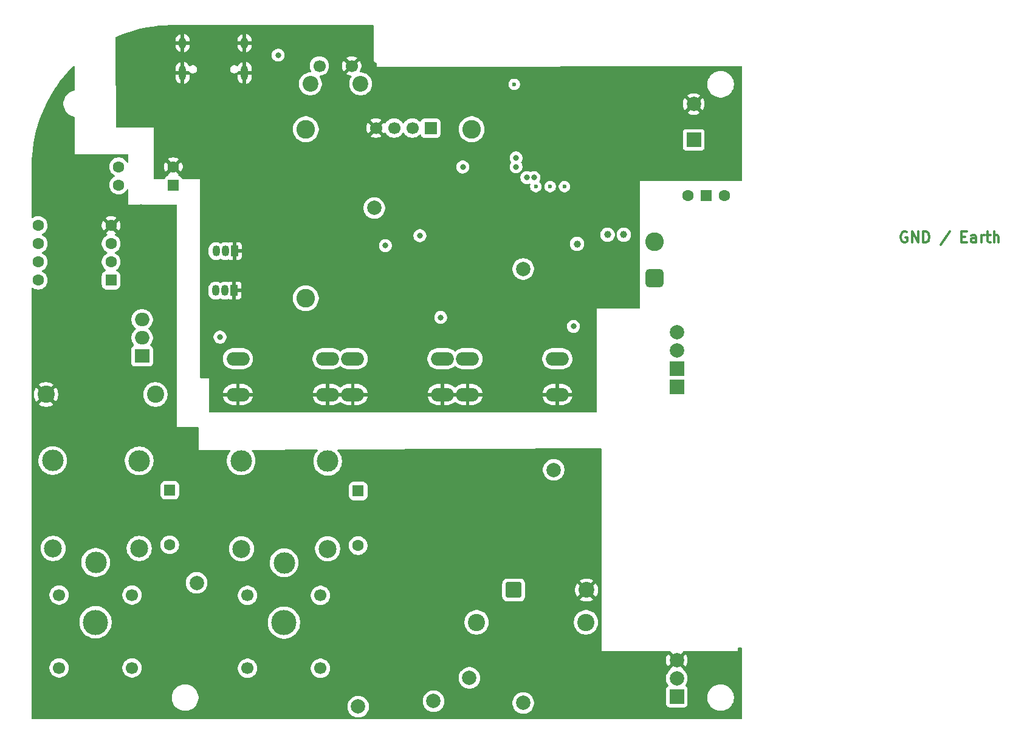
<source format=gbr>
%TF.GenerationSoftware,KiCad,Pcbnew,9.0.6*%
%TF.CreationDate,2026-01-02T13:15:05-05:00*%
%TF.ProjectId,Ionto,496f6e74-6f2e-46b6-9963-61645f706362,rev?*%
%TF.SameCoordinates,Original*%
%TF.FileFunction,Copper,L2,Inr*%
%TF.FilePolarity,Positive*%
%FSLAX46Y46*%
G04 Gerber Fmt 4.6, Leading zero omitted, Abs format (unit mm)*
G04 Created by KiCad (PCBNEW 9.0.6) date 2026-01-02 13:15:05*
%MOMM*%
%LPD*%
G01*
G04 APERTURE LIST*
G04 Aperture macros list*
%AMRoundRect*
0 Rectangle with rounded corners*
0 $1 Rounding radius*
0 $2 $3 $4 $5 $6 $7 $8 $9 X,Y pos of 4 corners*
0 Add a 4 corners polygon primitive as box body*
4,1,4,$2,$3,$4,$5,$6,$7,$8,$9,$2,$3,0*
0 Add four circle primitives for the rounded corners*
1,1,$1+$1,$2,$3*
1,1,$1+$1,$4,$5*
1,1,$1+$1,$6,$7*
1,1,$1+$1,$8,$9*
0 Add four rect primitives between the rounded corners*
20,1,$1+$1,$2,$3,$4,$5,0*
20,1,$1+$1,$4,$5,$6,$7,0*
20,1,$1+$1,$6,$7,$8,$9,0*
20,1,$1+$1,$8,$9,$2,$3,0*%
G04 Aperture macros list end*
%ADD10C,0.300000*%
%TA.AperFunction,NonConductor*%
%ADD11C,0.300000*%
%TD*%
%TA.AperFunction,ComponentPad*%
%ADD12C,2.600000*%
%TD*%
%TA.AperFunction,ComponentPad*%
%ADD13O,3.200000X1.900000*%
%TD*%
%TA.AperFunction,WasherPad*%
%ADD14C,1.700000*%
%TD*%
%TA.AperFunction,ComponentPad*%
%ADD15C,3.500000*%
%TD*%
%TA.AperFunction,ComponentPad*%
%ADD16RoundRect,0.250000X0.550000X0.550000X-0.550000X0.550000X-0.550000X-0.550000X0.550000X-0.550000X0*%
%TD*%
%TA.AperFunction,ComponentPad*%
%ADD17C,1.600000*%
%TD*%
%TA.AperFunction,ComponentPad*%
%ADD18R,1.050000X1.500000*%
%TD*%
%TA.AperFunction,ComponentPad*%
%ADD19O,1.050000X1.500000*%
%TD*%
%TA.AperFunction,ComponentPad*%
%ADD20RoundRect,0.650000X0.650000X-0.650000X0.650000X0.650000X-0.650000X0.650000X-0.650000X-0.650000X0*%
%TD*%
%TA.AperFunction,ComponentPad*%
%ADD21R,1.700000X1.700000*%
%TD*%
%TA.AperFunction,ComponentPad*%
%ADD22C,1.700000*%
%TD*%
%TA.AperFunction,ComponentPad*%
%ADD23C,2.200000*%
%TD*%
%TA.AperFunction,ComponentPad*%
%ADD24R,2.000000X1.905000*%
%TD*%
%TA.AperFunction,ComponentPad*%
%ADD25O,2.000000X1.905000*%
%TD*%
%TA.AperFunction,ComponentPad*%
%ADD26C,3.000000*%
%TD*%
%TA.AperFunction,ComponentPad*%
%ADD27C,2.500000*%
%TD*%
%TA.AperFunction,ComponentPad*%
%ADD28RoundRect,0.249999X-0.850001X-0.850001X0.850001X-0.850001X0.850001X0.850001X-0.850001X0.850001X0*%
%TD*%
%TA.AperFunction,ComponentPad*%
%ADD29R,2.000000X2.000000*%
%TD*%
%TA.AperFunction,ComponentPad*%
%ADD30C,2.000000*%
%TD*%
%TA.AperFunction,ComponentPad*%
%ADD31C,2.400000*%
%TD*%
%TA.AperFunction,ComponentPad*%
%ADD32RoundRect,0.250000X-0.550000X0.550000X-0.550000X-0.550000X0.550000X-0.550000X0.550000X0.550000X0*%
%TD*%
%TA.AperFunction,HeatsinkPad*%
%ADD33C,0.600000*%
%TD*%
%TA.AperFunction,HeatsinkPad*%
%ADD34O,1.000000X2.100000*%
%TD*%
%TA.AperFunction,HeatsinkPad*%
%ADD35O,1.000000X1.600000*%
%TD*%
%TA.AperFunction,ComponentPad*%
%ADD36R,1.500000X1.500000*%
%TD*%
%TA.AperFunction,ViaPad*%
%ADD37C,1.500000*%
%TD*%
%TA.AperFunction,ViaPad*%
%ADD38C,2.000000*%
%TD*%
%TA.AperFunction,ViaPad*%
%ADD39C,1.000000*%
%TD*%
%TA.AperFunction,ViaPad*%
%ADD40C,0.800000*%
%TD*%
%TA.AperFunction,ViaPad*%
%ADD41C,0.600000*%
%TD*%
G04 APERTURE END LIST*
D10*
D11*
X138840225Y-43372257D02*
X138697368Y-43300828D01*
X138697368Y-43300828D02*
X138483082Y-43300828D01*
X138483082Y-43300828D02*
X138268796Y-43372257D01*
X138268796Y-43372257D02*
X138125939Y-43515114D01*
X138125939Y-43515114D02*
X138054510Y-43657971D01*
X138054510Y-43657971D02*
X137983082Y-43943685D01*
X137983082Y-43943685D02*
X137983082Y-44157971D01*
X137983082Y-44157971D02*
X138054510Y-44443685D01*
X138054510Y-44443685D02*
X138125939Y-44586542D01*
X138125939Y-44586542D02*
X138268796Y-44729400D01*
X138268796Y-44729400D02*
X138483082Y-44800828D01*
X138483082Y-44800828D02*
X138625939Y-44800828D01*
X138625939Y-44800828D02*
X138840225Y-44729400D01*
X138840225Y-44729400D02*
X138911653Y-44657971D01*
X138911653Y-44657971D02*
X138911653Y-44157971D01*
X138911653Y-44157971D02*
X138625939Y-44157971D01*
X139554510Y-44800828D02*
X139554510Y-43300828D01*
X139554510Y-43300828D02*
X140411653Y-44800828D01*
X140411653Y-44800828D02*
X140411653Y-43300828D01*
X141125939Y-44800828D02*
X141125939Y-43300828D01*
X141125939Y-43300828D02*
X141483082Y-43300828D01*
X141483082Y-43300828D02*
X141697368Y-43372257D01*
X141697368Y-43372257D02*
X141840225Y-43515114D01*
X141840225Y-43515114D02*
X141911654Y-43657971D01*
X141911654Y-43657971D02*
X141983082Y-43943685D01*
X141983082Y-43943685D02*
X141983082Y-44157971D01*
X141983082Y-44157971D02*
X141911654Y-44443685D01*
X141911654Y-44443685D02*
X141840225Y-44586542D01*
X141840225Y-44586542D02*
X141697368Y-44729400D01*
X141697368Y-44729400D02*
X141483082Y-44800828D01*
X141483082Y-44800828D02*
X141125939Y-44800828D01*
X144840225Y-43229400D02*
X143554511Y-45157971D01*
X146483082Y-44015114D02*
X146983082Y-44015114D01*
X147197368Y-44800828D02*
X146483082Y-44800828D01*
X146483082Y-44800828D02*
X146483082Y-43300828D01*
X146483082Y-43300828D02*
X147197368Y-43300828D01*
X148483083Y-44800828D02*
X148483083Y-44015114D01*
X148483083Y-44015114D02*
X148411654Y-43872257D01*
X148411654Y-43872257D02*
X148268797Y-43800828D01*
X148268797Y-43800828D02*
X147983083Y-43800828D01*
X147983083Y-43800828D02*
X147840225Y-43872257D01*
X148483083Y-44729400D02*
X148340225Y-44800828D01*
X148340225Y-44800828D02*
X147983083Y-44800828D01*
X147983083Y-44800828D02*
X147840225Y-44729400D01*
X147840225Y-44729400D02*
X147768797Y-44586542D01*
X147768797Y-44586542D02*
X147768797Y-44443685D01*
X147768797Y-44443685D02*
X147840225Y-44300828D01*
X147840225Y-44300828D02*
X147983083Y-44229400D01*
X147983083Y-44229400D02*
X148340225Y-44229400D01*
X148340225Y-44229400D02*
X148483083Y-44157971D01*
X149197368Y-44800828D02*
X149197368Y-43800828D01*
X149197368Y-44086542D02*
X149268797Y-43943685D01*
X149268797Y-43943685D02*
X149340226Y-43872257D01*
X149340226Y-43872257D02*
X149483083Y-43800828D01*
X149483083Y-43800828D02*
X149625940Y-43800828D01*
X149911654Y-43800828D02*
X150483082Y-43800828D01*
X150125939Y-43300828D02*
X150125939Y-44586542D01*
X150125939Y-44586542D02*
X150197368Y-44729400D01*
X150197368Y-44729400D02*
X150340225Y-44800828D01*
X150340225Y-44800828D02*
X150483082Y-44800828D01*
X150983082Y-44800828D02*
X150983082Y-43300828D01*
X151625940Y-44800828D02*
X151625940Y-44015114D01*
X151625940Y-44015114D02*
X151554511Y-43872257D01*
X151554511Y-43872257D02*
X151411654Y-43800828D01*
X151411654Y-43800828D02*
X151197368Y-43800828D01*
X151197368Y-43800828D02*
X151054511Y-43872257D01*
X151054511Y-43872257D02*
X150983082Y-43943685D01*
D12*
%TO.N,N/C*%
%TO.C,H1*%
X78214000Y-29020000D03*
%TD*%
D13*
%TO.N,Dec - BTN*%
%TO.C,SW5*%
X45650000Y-61010000D03*
X58150000Y-61010000D03*
%TO.N,GND*%
X45650000Y-66010000D03*
X58150000Y-66010000D03*
%TD*%
D14*
%TO.N,*%
%TO.C,J5*%
X46990000Y-104170000D03*
X57150000Y-104170000D03*
X46990000Y-94010000D03*
X57150000Y-94010000D03*
D15*
%TO.N,Electrode R*%
X52070000Y-97810000D03*
%TD*%
D16*
%TO.N,Net-(U5-OUT1)*%
%TO.C,U5*%
X27980000Y-50070000D03*
D17*
%TO.N,Net-(Q3-S)*%
X27980000Y-47530000D03*
%TO.N,Filtered V_Control*%
X27980000Y-44990000D03*
%TO.N,Earth*%
X27980000Y-42450000D03*
%TO.N,unconnected-(U5-IN2+-Pad5)*%
X17820000Y-42450000D03*
%TO.N,unconnected-(U5-IN2--Pad6)*%
X17820000Y-44990000D03*
%TO.N,unconnected-(U5-OUT2-Pad7)*%
X17820000Y-47530000D03*
%TO.N,ISO_12v*%
X17820000Y-50070000D03*
%TD*%
D18*
%TO.N,GND*%
%TO.C,Q1*%
X45110000Y-51510000D03*
D19*
%TO.N,Net-(Q1-B)*%
X43840000Y-51510000D03*
%TO.N,Net-(D3-A)*%
X42570000Y-51510000D03*
%TD*%
D20*
%TO.N,GND*%
%TO.C,J1*%
X103650000Y-49800000D03*
D12*
%TO.N,Net-(J1-Pin_2)*%
X103650000Y-44720000D03*
%TD*%
D18*
%TO.N,GND*%
%TO.C,Q2*%
X45150000Y-46010000D03*
D19*
%TO.N,Net-(Q2-B)*%
X43880000Y-46010000D03*
%TO.N,Net-(D2-A)*%
X42610000Y-46010000D03*
%TD*%
D13*
%TO.N,Inc + BTN*%
%TO.C,SW4*%
X61650000Y-61010000D03*
X74150000Y-61010000D03*
%TO.N,GND*%
X61650000Y-66010000D03*
X74150000Y-66010000D03*
%TD*%
D21*
%TO.N,SDA*%
%TO.C,J2*%
X72497000Y-28860000D03*
D22*
%TO.N,SCL*%
X69957000Y-28860000D03*
%TO.N,+3V3*%
X67417000Y-28860000D03*
%TO.N,GND*%
X64877000Y-28860000D03*
%TD*%
D13*
%TO.N,Enter BTN*%
%TO.C,SW3*%
X77650000Y-61010000D03*
X90150000Y-61010000D03*
%TO.N,GND*%
X77650000Y-66010000D03*
X90150000Y-66010000D03*
%TD*%
D23*
%TO.N,*%
%TO.C,SW2*%
X55749000Y-22701000D03*
X62749000Y-22701000D03*
D22*
%TO.N,EN*%
X56999000Y-20201000D03*
%TO.N,GND*%
X61499000Y-20201000D03*
%TD*%
D24*
%TO.N,Net-(Q3-G)*%
%TO.C,Q3*%
X32300000Y-60650000D03*
D25*
%TO.N,REG_Drain*%
X32300000Y-58110000D03*
%TO.N,Net-(Q3-S)*%
X32300000Y-55570000D03*
%TD*%
D26*
%TO.N,Electrode L*%
%TO.C,K1*%
X25850000Y-89410000D03*
D27*
%TO.N,Net-(D2-A)*%
X31900000Y-87460000D03*
D26*
%TO.N,V_Boost_FUSED*%
X31900000Y-75260000D03*
%TO.N,REG_Drain*%
X19850000Y-75210000D03*
D27*
%TO.N,Vbat*%
X19900000Y-87460000D03*
%TD*%
D12*
%TO.N,N/C*%
%TO.C,H3*%
X55114000Y-52580000D03*
%TD*%
D28*
%TO.N,ISO_12v*%
%TO.C,D4*%
X84070000Y-93260000D03*
D23*
%TO.N,Earth*%
X94230000Y-93260000D03*
%TD*%
D29*
%TO.N,Buzzer*%
%TO.C,BZ1*%
X109150000Y-30510000D03*
D30*
%TO.N,GND*%
X109150000Y-25510000D03*
%TD*%
D26*
%TO.N,Electrode R*%
%TO.C,K2*%
X52100000Y-89460000D03*
D27*
%TO.N,Net-(D3-A)*%
X58150000Y-87510000D03*
D26*
%TO.N,V_Boost_FUSED*%
X58150000Y-75310000D03*
%TO.N,REG_Drain*%
X46100000Y-75260000D03*
D27*
%TO.N,Vbat*%
X46150000Y-87510000D03*
%TD*%
D31*
%TO.N,V_Boost*%
%TO.C,R12*%
X94150000Y-97760000D03*
%TO.N,ISO_12v*%
X78910000Y-97760000D03*
%TD*%
D32*
%TO.N,Vbat*%
%TO.C,D2*%
X36150000Y-79340000D03*
D17*
%TO.N,Net-(D2-A)*%
X36150000Y-86960000D03*
%TD*%
D14*
%TO.N,*%
%TO.C,J4*%
X20740000Y-104120000D03*
X30900000Y-104120000D03*
X20740000Y-93960000D03*
X30900000Y-93960000D03*
D15*
%TO.N,Electrode L*%
X25820000Y-97760000D03*
%TD*%
D31*
%TO.N,Net-(Q3-S)*%
%TO.C,R11*%
X34150000Y-66000000D03*
%TO.N,Earth*%
X18910000Y-66000000D03*
%TD*%
D33*
%TO.N,GND*%
%TO.C,U3*%
X88629216Y-28620000D03*
X88629216Y-30020000D03*
X89329216Y-27920000D03*
X89329216Y-29320000D03*
X89329216Y-30720000D03*
X90029216Y-28620000D03*
X90029216Y-30020000D03*
X90729216Y-27920000D03*
X90729216Y-29320000D03*
X90729216Y-30720000D03*
X91429216Y-28620000D03*
X91429216Y-30020000D03*
%TD*%
D30*
%TO.N,Vbat*%
%TO.C,U4*%
X106800000Y-57310000D03*
X106800000Y-59850000D03*
D29*
%TO.N,GND*%
X106800000Y-62390000D03*
X106800000Y-64930000D03*
D30*
%TO.N,Earth*%
X106800000Y-103030000D03*
%TO.N,Net-(U4-ADJ)*%
X106800000Y-105570000D03*
D29*
%TO.N,V_Boost*%
X106800000Y-108110000D03*
%TD*%
D12*
%TO.N,N/C*%
%TO.C,H2*%
X55114000Y-29020000D03*
%TD*%
D34*
%TO.N,GND*%
%TO.C,J3*%
X46570000Y-21170000D03*
D35*
X46570000Y-16990000D03*
D34*
X37930000Y-21170000D03*
D35*
X37930000Y-16990000D03*
%TD*%
D32*
%TO.N,Vbat*%
%TO.C,D3*%
X62400000Y-79450000D03*
D17*
%TO.N,Net-(D3-A)*%
X62400000Y-87070000D03*
%TD*%
D36*
%TO.N,Vbat*%
%TO.C,SW1*%
X110860000Y-38260000D03*
D17*
%TO.N,Net-(J1-Pin_2)*%
X113400000Y-38260000D03*
%TO.N,unconnected-(SW1-A-Pad3)*%
X108320000Y-38260000D03*
%TD*%
D16*
%TO.N,V_Control*%
%TO.C,U6*%
X36650000Y-36800000D03*
D17*
%TO.N,GND*%
X36650000Y-34260000D03*
%TO.N,Net-(R13-Pad2)*%
X29030000Y-34260000D03*
%TO.N,ISO_12v*%
X29030000Y-36800000D03*
%TD*%
D37*
%TO.N,Earth*%
X32150000Y-40260000D03*
D38*
X85400000Y-102510000D03*
X65650000Y-103760000D03*
%TO.N,Vbat*%
X89650000Y-76510000D03*
D39*
X97150000Y-43735000D03*
D38*
%TO.N,V_Boost*%
X72900000Y-108760000D03*
X85400000Y-109010000D03*
%TO.N,GND*%
X51408565Y-28574878D03*
D40*
X62150000Y-55260000D03*
D41*
X101650000Y-21760000D03*
D38*
X77650000Y-48510000D03*
D41*
X84150000Y-21760000D03*
D39*
X96900000Y-48985000D03*
D41*
%TO.N,Dec - BTN*%
X87150000Y-37010000D03*
D40*
%TO.N,IN2*%
X84400000Y-34260000D03*
X71000000Y-43860000D03*
D38*
%TO.N,V_Boost_FUSED*%
X39900000Y-92260000D03*
X62400000Y-109510000D03*
D40*
%TO.N,IN1*%
X66200000Y-45260000D03*
X84400000Y-33010000D03*
%TO.N,SCL*%
X86900000Y-35760000D03*
%TO.N,SDA*%
X85900000Y-35760000D03*
D38*
%TO.N,+3V3*%
X64650000Y-40010000D03*
D40*
X43150000Y-58010000D03*
X92400000Y-56510000D03*
D39*
X99400000Y-43735000D03*
D40*
X51249000Y-18701000D03*
D38*
X85400000Y-48510000D03*
D39*
X92900000Y-45010000D03*
D41*
X84150000Y-22760000D03*
D40*
X73900000Y-55260000D03*
D41*
%TO.N,Enter BTN*%
X91150000Y-37010000D03*
%TO.N,Inc + BTN*%
X89150000Y-37010000D03*
D40*
%TO.N,V_Control*%
X76977515Y-34294656D03*
D38*
%TO.N,Net-(U4-ADJ)*%
X77900000Y-105510000D03*
%TD*%
%TA.AperFunction,Conductor*%
%TO.N,Earth*%
G36*
X22820510Y-20231405D02*
G01*
X22876016Y-20273841D01*
X22899767Y-20339550D01*
X22900000Y-20347141D01*
X22900000Y-23529457D01*
X22880315Y-23596496D01*
X22827511Y-23642251D01*
X22808094Y-23649232D01*
X22603895Y-23703947D01*
X22379794Y-23796773D01*
X22379785Y-23796777D01*
X22169706Y-23918067D01*
X21977263Y-24065733D01*
X21977256Y-24065739D01*
X21805739Y-24237256D01*
X21805733Y-24237263D01*
X21658067Y-24429706D01*
X21536777Y-24639785D01*
X21536773Y-24639794D01*
X21443947Y-24863895D01*
X21381161Y-25098214D01*
X21349500Y-25338711D01*
X21349500Y-25581288D01*
X21381161Y-25821785D01*
X21443947Y-26056104D01*
X21526270Y-26254849D01*
X21536776Y-26280212D01*
X21658064Y-26490289D01*
X21658066Y-26490292D01*
X21658067Y-26490293D01*
X21805733Y-26682736D01*
X21805739Y-26682743D01*
X21977256Y-26854260D01*
X21977262Y-26854265D01*
X22169711Y-27001936D01*
X22379788Y-27123224D01*
X22527263Y-27184310D01*
X22603897Y-27216053D01*
X22603898Y-27216053D01*
X22603900Y-27216054D01*
X22808095Y-27270768D01*
X22867754Y-27307132D01*
X22898283Y-27369979D01*
X22900000Y-27390542D01*
X22900000Y-32510000D01*
X30276000Y-32510000D01*
X30343039Y-32529685D01*
X30388794Y-32582489D01*
X30400000Y-32634000D01*
X30400000Y-33567682D01*
X30380315Y-33634721D01*
X30327511Y-33680476D01*
X30258353Y-33690420D01*
X30194797Y-33661395D01*
X30165516Y-33623978D01*
X30142286Y-33578388D01*
X30021971Y-33412786D01*
X29877213Y-33268028D01*
X29711613Y-33147715D01*
X29711612Y-33147714D01*
X29711610Y-33147713D01*
X29654653Y-33118691D01*
X29529223Y-33054781D01*
X29334534Y-32991522D01*
X29159995Y-32963878D01*
X29132352Y-32959500D01*
X28927648Y-32959500D01*
X28903329Y-32963351D01*
X28725465Y-32991522D01*
X28530776Y-33054781D01*
X28348386Y-33147715D01*
X28182786Y-33268028D01*
X28038028Y-33412786D01*
X27917715Y-33578386D01*
X27824781Y-33760776D01*
X27761522Y-33955465D01*
X27729500Y-34157648D01*
X27729500Y-34362351D01*
X27761522Y-34564534D01*
X27824781Y-34759223D01*
X27875876Y-34859500D01*
X27893508Y-34894106D01*
X27917715Y-34941613D01*
X28038028Y-35107213D01*
X28182786Y-35251971D01*
X28294939Y-35333453D01*
X28348390Y-35372287D01*
X28439840Y-35418883D01*
X28441080Y-35419515D01*
X28491876Y-35467490D01*
X28508671Y-35535311D01*
X28486134Y-35601446D01*
X28441080Y-35640485D01*
X28348386Y-35687715D01*
X28182786Y-35808028D01*
X28038028Y-35952786D01*
X27917715Y-36118386D01*
X27824781Y-36300776D01*
X27761522Y-36495465D01*
X27729500Y-36697648D01*
X27729500Y-36902351D01*
X27761522Y-37104534D01*
X27824781Y-37299223D01*
X27876135Y-37400009D01*
X27907786Y-37462128D01*
X27917715Y-37481613D01*
X28038028Y-37647213D01*
X28182786Y-37791971D01*
X28337749Y-37904556D01*
X28348390Y-37912287D01*
X28464607Y-37971503D01*
X28530776Y-38005218D01*
X28530778Y-38005218D01*
X28530781Y-38005220D01*
X28621862Y-38034814D01*
X28725465Y-38068477D01*
X28826557Y-38084488D01*
X28927648Y-38100500D01*
X28927649Y-38100500D01*
X29132351Y-38100500D01*
X29132352Y-38100500D01*
X29334534Y-38068477D01*
X29529219Y-38005220D01*
X29711610Y-37912287D01*
X29804590Y-37844732D01*
X29877213Y-37791971D01*
X29877215Y-37791968D01*
X29877219Y-37791966D01*
X30021966Y-37647219D01*
X30021968Y-37647215D01*
X30021971Y-37647213D01*
X30142284Y-37481614D01*
X30142285Y-37481613D01*
X30142287Y-37481610D01*
X30165515Y-37436021D01*
X30213489Y-37385226D01*
X30281310Y-37368431D01*
X30347445Y-37390968D01*
X30390897Y-37445683D01*
X30400000Y-37492317D01*
X30400000Y-39510000D01*
X37026000Y-39510000D01*
X37093039Y-39529685D01*
X37138794Y-39582489D01*
X37150000Y-39634000D01*
X37150000Y-70510000D01*
X40026000Y-70510000D01*
X40093039Y-70529685D01*
X40138794Y-70582489D01*
X40150000Y-70634000D01*
X40150000Y-73759999D01*
X40150000Y-73760000D01*
X44492255Y-73740666D01*
X44559379Y-73760052D01*
X44605369Y-73812652D01*
X44615620Y-73881765D01*
X44591181Y-73940152D01*
X44433072Y-74146201D01*
X44301958Y-74373299D01*
X44301953Y-74373309D01*
X44201605Y-74615571D01*
X44201602Y-74615581D01*
X44147128Y-74818884D01*
X44133730Y-74868885D01*
X44099500Y-75128872D01*
X44099500Y-75391127D01*
X44118112Y-75532487D01*
X44133730Y-75651116D01*
X44188205Y-75854419D01*
X44201602Y-75904418D01*
X44201605Y-75904428D01*
X44301953Y-76146690D01*
X44301958Y-76146700D01*
X44433075Y-76373803D01*
X44592718Y-76581851D01*
X44592726Y-76581860D01*
X44778140Y-76767274D01*
X44778148Y-76767281D01*
X44986196Y-76926924D01*
X45213299Y-77058041D01*
X45213309Y-77058046D01*
X45455571Y-77158394D01*
X45455581Y-77158398D01*
X45708884Y-77226270D01*
X45968880Y-77260500D01*
X45968887Y-77260500D01*
X46231113Y-77260500D01*
X46231120Y-77260500D01*
X46491116Y-77226270D01*
X46744419Y-77158398D01*
X46986697Y-77058043D01*
X47213803Y-76926924D01*
X47421851Y-76767282D01*
X47421855Y-76767277D01*
X47421860Y-76767274D01*
X47607274Y-76581860D01*
X47607277Y-76581855D01*
X47607282Y-76581851D01*
X47766924Y-76373803D01*
X47898043Y-76146697D01*
X47998398Y-75904419D01*
X48066270Y-75651116D01*
X48100500Y-75391120D01*
X48100500Y-75128880D01*
X48066270Y-74868884D01*
X47998398Y-74615581D01*
X47998394Y-74615571D01*
X47898046Y-74373309D01*
X47898041Y-74373299D01*
X47766924Y-74146196D01*
X47607281Y-73938148D01*
X47607274Y-73938140D01*
X47607222Y-73938088D01*
X47607211Y-73938068D01*
X47604598Y-73935088D01*
X47605264Y-73934503D01*
X47573737Y-73876765D01*
X47578721Y-73807073D01*
X47620593Y-73751140D01*
X47686057Y-73726723D01*
X47694296Y-73726410D01*
X56644395Y-73686561D01*
X56711518Y-73705946D01*
X56757508Y-73758546D01*
X56767759Y-73827659D01*
X56739018Y-73891344D01*
X56732626Y-73898240D01*
X56642718Y-73988148D01*
X56483075Y-74196196D01*
X56351958Y-74423299D01*
X56351953Y-74423309D01*
X56251605Y-74665571D01*
X56251602Y-74665581D01*
X56197128Y-74868884D01*
X56183730Y-74918885D01*
X56149500Y-75178872D01*
X56149500Y-75441127D01*
X56161529Y-75532488D01*
X56183730Y-75701116D01*
X56238205Y-75904419D01*
X56251602Y-75954418D01*
X56251605Y-75954428D01*
X56351953Y-76196690D01*
X56351958Y-76196700D01*
X56483075Y-76423803D01*
X56642718Y-76631851D01*
X56642726Y-76631860D01*
X56828140Y-76817274D01*
X56828148Y-76817281D01*
X57036196Y-76976924D01*
X57263299Y-77108041D01*
X57263309Y-77108046D01*
X57428017Y-77176270D01*
X57505581Y-77208398D01*
X57758884Y-77276270D01*
X58018880Y-77310500D01*
X58018887Y-77310500D01*
X58281113Y-77310500D01*
X58281120Y-77310500D01*
X58541116Y-77276270D01*
X58794419Y-77208398D01*
X59035840Y-77108398D01*
X59036690Y-77108046D01*
X59036691Y-77108045D01*
X59036697Y-77108043D01*
X59263803Y-76976924D01*
X59471851Y-76817282D01*
X59471855Y-76817277D01*
X59471860Y-76817274D01*
X59657274Y-76631860D01*
X59657277Y-76631855D01*
X59657282Y-76631851D01*
X59816924Y-76423803D01*
X59835342Y-76391902D01*
X88149500Y-76391902D01*
X88149500Y-76628097D01*
X88186446Y-76861368D01*
X88259433Y-77085996D01*
X88330907Y-77226270D01*
X88366657Y-77296433D01*
X88505483Y-77487510D01*
X88672490Y-77654517D01*
X88863567Y-77793343D01*
X88962991Y-77844002D01*
X89074003Y-77900566D01*
X89074005Y-77900566D01*
X89074008Y-77900568D01*
X89194412Y-77939689D01*
X89298631Y-77973553D01*
X89531903Y-78010500D01*
X89531908Y-78010500D01*
X89768097Y-78010500D01*
X90001368Y-77973553D01*
X90225992Y-77900568D01*
X90436433Y-77793343D01*
X90627510Y-77654517D01*
X90794517Y-77487510D01*
X90933343Y-77296433D01*
X91040568Y-77085992D01*
X91113553Y-76861368D01*
X91150500Y-76628097D01*
X91150500Y-76391902D01*
X91113553Y-76158631D01*
X91047200Y-75954419D01*
X91040568Y-75934008D01*
X91040566Y-75934005D01*
X91040566Y-75934003D01*
X90933342Y-75723566D01*
X90917031Y-75701116D01*
X90794517Y-75532490D01*
X90627510Y-75365483D01*
X90436433Y-75226657D01*
X90225996Y-75119433D01*
X90001368Y-75046446D01*
X89768097Y-75009500D01*
X89768092Y-75009500D01*
X89531908Y-75009500D01*
X89531903Y-75009500D01*
X89298631Y-75046446D01*
X89074003Y-75119433D01*
X88863566Y-75226657D01*
X88754550Y-75305862D01*
X88672490Y-75365483D01*
X88672488Y-75365485D01*
X88672487Y-75365485D01*
X88505485Y-75532487D01*
X88505485Y-75532488D01*
X88505483Y-75532490D01*
X88455625Y-75601114D01*
X88366657Y-75723566D01*
X88259433Y-75934003D01*
X88186446Y-76158631D01*
X88149500Y-76391902D01*
X59835342Y-76391902D01*
X59873947Y-76325036D01*
X59948041Y-76196700D01*
X59948046Y-76196690D01*
X60048394Y-75954428D01*
X60048398Y-75954419D01*
X60116270Y-75701116D01*
X60150500Y-75441120D01*
X60150500Y-75178880D01*
X60116270Y-74918884D01*
X60048398Y-74665581D01*
X60048394Y-74665571D01*
X59948046Y-74423309D01*
X59948041Y-74423299D01*
X59816924Y-74196196D01*
X59657281Y-73988148D01*
X59607201Y-73938068D01*
X59554028Y-73884895D01*
X59520545Y-73823575D01*
X59525529Y-73753883D01*
X59567400Y-73697949D01*
X59632864Y-73673532D01*
X59641118Y-73673218D01*
X96175449Y-73510554D01*
X96242574Y-73529940D01*
X96288564Y-73582540D01*
X96300000Y-73634553D01*
X96300000Y-101810000D01*
X105882192Y-101810000D01*
X105949231Y-101829685D01*
X105969873Y-101846319D01*
X106629766Y-102506212D01*
X106587708Y-102517482D01*
X106462292Y-102589890D01*
X106359890Y-102692292D01*
X106287482Y-102817708D01*
X106276212Y-102859766D01*
X105577340Y-102160894D01*
X105517084Y-102243830D01*
X105409897Y-102454197D01*
X105336934Y-102678752D01*
X105300000Y-102911947D01*
X105300000Y-103148052D01*
X105336934Y-103381247D01*
X105409897Y-103605802D01*
X105517087Y-103816174D01*
X105577338Y-103899104D01*
X105577340Y-103899105D01*
X106276212Y-103200233D01*
X106287482Y-103242292D01*
X106359890Y-103367708D01*
X106462292Y-103470110D01*
X106587708Y-103542518D01*
X106629765Y-103553787D01*
X105930893Y-104252658D01*
X105932448Y-104272405D01*
X105918084Y-104340783D01*
X105881717Y-104382451D01*
X105822490Y-104425482D01*
X105655485Y-104592487D01*
X105655485Y-104592488D01*
X105655483Y-104592490D01*
X105622119Y-104638412D01*
X105516657Y-104783566D01*
X105409433Y-104994003D01*
X105336446Y-105218631D01*
X105299500Y-105451902D01*
X105299500Y-105688097D01*
X105336446Y-105921368D01*
X105409433Y-106145996D01*
X105486085Y-106296433D01*
X105516657Y-106356433D01*
X105578216Y-106441162D01*
X105606549Y-106480158D01*
X105630029Y-106545965D01*
X105614204Y-106614019D01*
X105565255Y-106661589D01*
X105565454Y-106661953D01*
X105564146Y-106662667D01*
X105564098Y-106662714D01*
X105563885Y-106662809D01*
X105557664Y-106666206D01*
X105442455Y-106752452D01*
X105442452Y-106752455D01*
X105356206Y-106867664D01*
X105356202Y-106867671D01*
X105305908Y-107002517D01*
X105302173Y-107037262D01*
X105299501Y-107062123D01*
X105299500Y-107062135D01*
X105299500Y-109157870D01*
X105299501Y-109157876D01*
X105305908Y-109217483D01*
X105356202Y-109352328D01*
X105356206Y-109352335D01*
X105442452Y-109467544D01*
X105442455Y-109467547D01*
X105557664Y-109553793D01*
X105557671Y-109553797D01*
X105692517Y-109604091D01*
X105692516Y-109604091D01*
X105699444Y-109604835D01*
X105752127Y-109610500D01*
X107847872Y-109610499D01*
X107907483Y-109604091D01*
X108042331Y-109553796D01*
X108157546Y-109467546D01*
X108243796Y-109352331D01*
X108294091Y-109217483D01*
X108300500Y-109157873D01*
X108300499Y-108138711D01*
X111049500Y-108138711D01*
X111049500Y-108381288D01*
X111081161Y-108621785D01*
X111143947Y-108856104D01*
X111158778Y-108891908D01*
X111236776Y-109080212D01*
X111358064Y-109290289D01*
X111358066Y-109290292D01*
X111358067Y-109290293D01*
X111505733Y-109482736D01*
X111505739Y-109482743D01*
X111677256Y-109654260D01*
X111677262Y-109654265D01*
X111869711Y-109801936D01*
X112079788Y-109923224D01*
X112303900Y-110016054D01*
X112538211Y-110078838D01*
X112718586Y-110102584D01*
X112778711Y-110110500D01*
X112778712Y-110110500D01*
X113021289Y-110110500D01*
X113069388Y-110104167D01*
X113261789Y-110078838D01*
X113496100Y-110016054D01*
X113720212Y-109923224D01*
X113930289Y-109801936D01*
X114122738Y-109654265D01*
X114294265Y-109482738D01*
X114441936Y-109290289D01*
X114563224Y-109080212D01*
X114656054Y-108856100D01*
X114718838Y-108621789D01*
X114750500Y-108381288D01*
X114750500Y-108138712D01*
X114718838Y-107898211D01*
X114656054Y-107663900D01*
X114563224Y-107439788D01*
X114441936Y-107229711D01*
X114313345Y-107062127D01*
X114294266Y-107037263D01*
X114294260Y-107037256D01*
X114122743Y-106865739D01*
X114122736Y-106865733D01*
X113930293Y-106718067D01*
X113930292Y-106718066D01*
X113930289Y-106718064D01*
X113720212Y-106596776D01*
X113720205Y-106596773D01*
X113496104Y-106503947D01*
X113261785Y-106441161D01*
X113021289Y-106409500D01*
X113021288Y-106409500D01*
X112778712Y-106409500D01*
X112778711Y-106409500D01*
X112538214Y-106441161D01*
X112303895Y-106503947D01*
X112079794Y-106596773D01*
X112079785Y-106596777D01*
X111869706Y-106718067D01*
X111677263Y-106865733D01*
X111677256Y-106865739D01*
X111505739Y-107037256D01*
X111505733Y-107037263D01*
X111358067Y-107229706D01*
X111236777Y-107439785D01*
X111236773Y-107439794D01*
X111143947Y-107663895D01*
X111081161Y-107898214D01*
X111049500Y-108138711D01*
X108300499Y-108138711D01*
X108300499Y-108046447D01*
X108300499Y-107062129D01*
X108300498Y-107062123D01*
X108300497Y-107062116D01*
X108294091Y-107002517D01*
X108243796Y-106867669D01*
X108243795Y-106867668D01*
X108243793Y-106867664D01*
X108157547Y-106752455D01*
X108157544Y-106752452D01*
X108042335Y-106666206D01*
X108034546Y-106661953D01*
X108036331Y-106658683D01*
X107994448Y-106627284D01*
X107970078Y-106561803D01*
X107984978Y-106493540D01*
X107993441Y-106480171D01*
X108083343Y-106356433D01*
X108190568Y-106145992D01*
X108263553Y-105921368D01*
X108273056Y-105861368D01*
X108300500Y-105688097D01*
X108300500Y-105451902D01*
X108263553Y-105218631D01*
X108190566Y-104994003D01*
X108083342Y-104783566D01*
X108039750Y-104723567D01*
X107944517Y-104592490D01*
X107777510Y-104425483D01*
X107718282Y-104382451D01*
X107675617Y-104327122D01*
X107667550Y-104272404D01*
X107669104Y-104252657D01*
X106970233Y-103553787D01*
X107012292Y-103542518D01*
X107137708Y-103470110D01*
X107240110Y-103367708D01*
X107312518Y-103242292D01*
X107323787Y-103200234D01*
X108022658Y-103899105D01*
X108022658Y-103899104D01*
X108082914Y-103816169D01*
X108082918Y-103816163D01*
X108190102Y-103605802D01*
X108263065Y-103381247D01*
X108300000Y-103148052D01*
X108300000Y-102911947D01*
X108263065Y-102678752D01*
X108190102Y-102454197D01*
X108082914Y-102243828D01*
X108022658Y-102160894D01*
X108022658Y-102160893D01*
X107323787Y-102859765D01*
X107312518Y-102817708D01*
X107240110Y-102692292D01*
X107137708Y-102589890D01*
X107012292Y-102517482D01*
X106970233Y-102506212D01*
X107630127Y-101846319D01*
X107691450Y-101812834D01*
X107717808Y-101810000D01*
X115300000Y-101810000D01*
X115300000Y-101384000D01*
X115319685Y-101316961D01*
X115372489Y-101271206D01*
X115424000Y-101260000D01*
X115766799Y-101260000D01*
X115833838Y-101279685D01*
X115879593Y-101332489D01*
X115890799Y-101384013D01*
X115889766Y-111135513D01*
X115870074Y-111202551D01*
X115817266Y-111248300D01*
X115765766Y-111259500D01*
X17024500Y-111259500D01*
X16957461Y-111239815D01*
X16911706Y-111187011D01*
X16900500Y-111135500D01*
X16900500Y-108138711D01*
X36449500Y-108138711D01*
X36449500Y-108381288D01*
X36481161Y-108621785D01*
X36543947Y-108856104D01*
X36558778Y-108891908D01*
X36636776Y-109080212D01*
X36758064Y-109290289D01*
X36758066Y-109290292D01*
X36758067Y-109290293D01*
X36905733Y-109482736D01*
X36905739Y-109482743D01*
X37077256Y-109654260D01*
X37077262Y-109654265D01*
X37269711Y-109801936D01*
X37479788Y-109923224D01*
X37703900Y-110016054D01*
X37938211Y-110078838D01*
X38118586Y-110102584D01*
X38178711Y-110110500D01*
X38178712Y-110110500D01*
X38421289Y-110110500D01*
X38469388Y-110104167D01*
X38661789Y-110078838D01*
X38896100Y-110016054D01*
X39120212Y-109923224D01*
X39330289Y-109801936D01*
X39522738Y-109654265D01*
X39694265Y-109482738D01*
X39763966Y-109391902D01*
X60899500Y-109391902D01*
X60899500Y-109628097D01*
X60936446Y-109861368D01*
X61009433Y-110085996D01*
X61098348Y-110260500D01*
X61116657Y-110296433D01*
X61255483Y-110487510D01*
X61422490Y-110654517D01*
X61613567Y-110793343D01*
X61712991Y-110844002D01*
X61824003Y-110900566D01*
X61824005Y-110900566D01*
X61824008Y-110900568D01*
X61944412Y-110939689D01*
X62048631Y-110973553D01*
X62281903Y-111010500D01*
X62281908Y-111010500D01*
X62518097Y-111010500D01*
X62751368Y-110973553D01*
X62975992Y-110900568D01*
X63186433Y-110793343D01*
X63377510Y-110654517D01*
X63544517Y-110487510D01*
X63683343Y-110296433D01*
X63790568Y-110085992D01*
X63863553Y-109861368D01*
X63883170Y-109737510D01*
X63900500Y-109628097D01*
X63900500Y-109391902D01*
X63863553Y-109158631D01*
X63790566Y-108934003D01*
X63683340Y-108723562D01*
X63673432Y-108709925D01*
X63673429Y-108709922D01*
X63624010Y-108641902D01*
X71399500Y-108641902D01*
X71399500Y-108878097D01*
X71436446Y-109111368D01*
X71509433Y-109335996D01*
X71584205Y-109482743D01*
X71616657Y-109546433D01*
X71755483Y-109737510D01*
X71922490Y-109904517D01*
X72113567Y-110043343D01*
X72197278Y-110085996D01*
X72324003Y-110150566D01*
X72324005Y-110150566D01*
X72324008Y-110150568D01*
X72444412Y-110189689D01*
X72548631Y-110223553D01*
X72781903Y-110260500D01*
X72781908Y-110260500D01*
X73018097Y-110260500D01*
X73251368Y-110223553D01*
X73475992Y-110150568D01*
X73686433Y-110043343D01*
X73877510Y-109904517D01*
X74044517Y-109737510D01*
X74183343Y-109546433D01*
X74290568Y-109335992D01*
X74363553Y-109111368D01*
X74398313Y-108891902D01*
X83899500Y-108891902D01*
X83899500Y-109128097D01*
X83936446Y-109361368D01*
X84009433Y-109585996D01*
X84086635Y-109737512D01*
X84116657Y-109796433D01*
X84255483Y-109987510D01*
X84422490Y-110154517D01*
X84613567Y-110293343D01*
X84712991Y-110344002D01*
X84824003Y-110400566D01*
X84824005Y-110400566D01*
X84824008Y-110400568D01*
X84944412Y-110439689D01*
X85048631Y-110473553D01*
X85281903Y-110510500D01*
X85281908Y-110510500D01*
X85518097Y-110510500D01*
X85751368Y-110473553D01*
X85975992Y-110400568D01*
X86186433Y-110293343D01*
X86377510Y-110154517D01*
X86544517Y-109987510D01*
X86683343Y-109796433D01*
X86790568Y-109585992D01*
X86863553Y-109361368D01*
X86864985Y-109352328D01*
X86900500Y-109128097D01*
X86900500Y-108891902D01*
X86863553Y-108658631D01*
X86790566Y-108434003D01*
X86683342Y-108223566D01*
X86544517Y-108032490D01*
X86377510Y-107865483D01*
X86186433Y-107726657D01*
X85975996Y-107619433D01*
X85751368Y-107546446D01*
X85518097Y-107509500D01*
X85518092Y-107509500D01*
X85281908Y-107509500D01*
X85281903Y-107509500D01*
X85048631Y-107546446D01*
X84824003Y-107619433D01*
X84613566Y-107726657D01*
X84504550Y-107805862D01*
X84422490Y-107865483D01*
X84422488Y-107865485D01*
X84422487Y-107865485D01*
X84255485Y-108032487D01*
X84255485Y-108032488D01*
X84255483Y-108032490D01*
X84245343Y-108046447D01*
X84116657Y-108223566D01*
X84009433Y-108434003D01*
X83936446Y-108658631D01*
X83899500Y-108891902D01*
X74398313Y-108891902D01*
X74400500Y-108878092D01*
X74400500Y-108641908D01*
X74400500Y-108641902D01*
X74363553Y-108408631D01*
X74329689Y-108304412D01*
X74290568Y-108184008D01*
X74290566Y-108184005D01*
X74290566Y-108184003D01*
X74213364Y-108032487D01*
X74183343Y-107973567D01*
X74044517Y-107782490D01*
X73877510Y-107615483D01*
X73686433Y-107476657D01*
X73475996Y-107369433D01*
X73251368Y-107296446D01*
X73018097Y-107259500D01*
X73018092Y-107259500D01*
X72781908Y-107259500D01*
X72781903Y-107259500D01*
X72548631Y-107296446D01*
X72324003Y-107369433D01*
X72113566Y-107476657D01*
X72004550Y-107555862D01*
X71922490Y-107615483D01*
X71922488Y-107615485D01*
X71922487Y-107615485D01*
X71755485Y-107782487D01*
X71755485Y-107782488D01*
X71755483Y-107782490D01*
X71695862Y-107864550D01*
X71616657Y-107973566D01*
X71509433Y-108184003D01*
X71436446Y-108408631D01*
X71399500Y-108641902D01*
X63624010Y-108641902D01*
X63544517Y-108532490D01*
X63377510Y-108365483D01*
X63186433Y-108226657D01*
X63102730Y-108184008D01*
X62975996Y-108119433D01*
X62751368Y-108046446D01*
X62518097Y-108009500D01*
X62518092Y-108009500D01*
X62281908Y-108009500D01*
X62281903Y-108009500D01*
X62048631Y-108046446D01*
X61824003Y-108119433D01*
X61613566Y-108226657D01*
X61504550Y-108305862D01*
X61422490Y-108365483D01*
X61422488Y-108365485D01*
X61422487Y-108365485D01*
X61255485Y-108532487D01*
X61255485Y-108532488D01*
X61255483Y-108532490D01*
X61195862Y-108614550D01*
X61116657Y-108723566D01*
X61009433Y-108934003D01*
X60936446Y-109158631D01*
X60899500Y-109391902D01*
X39763966Y-109391902D01*
X39841936Y-109290289D01*
X39963224Y-109080212D01*
X40056054Y-108856100D01*
X40118838Y-108621789D01*
X40150500Y-108381288D01*
X40150500Y-108138712D01*
X40118838Y-107898211D01*
X40056054Y-107663900D01*
X39963224Y-107439788D01*
X39841936Y-107229711D01*
X39713345Y-107062127D01*
X39694266Y-107037263D01*
X39694260Y-107037256D01*
X39522743Y-106865739D01*
X39522736Y-106865733D01*
X39330293Y-106718067D01*
X39330292Y-106718066D01*
X39330289Y-106718064D01*
X39120212Y-106596776D01*
X39120205Y-106596773D01*
X38896104Y-106503947D01*
X38661785Y-106441161D01*
X38421289Y-106409500D01*
X38421288Y-106409500D01*
X38178712Y-106409500D01*
X38178711Y-106409500D01*
X37938214Y-106441161D01*
X37703895Y-106503947D01*
X37479794Y-106596773D01*
X37479785Y-106596777D01*
X37269706Y-106718067D01*
X37077263Y-106865733D01*
X37077256Y-106865739D01*
X36905739Y-107037256D01*
X36905733Y-107037263D01*
X36758067Y-107229706D01*
X36636777Y-107439785D01*
X36636773Y-107439794D01*
X36543947Y-107663895D01*
X36481161Y-107898214D01*
X36449500Y-108138711D01*
X16900500Y-108138711D01*
X16900500Y-104013713D01*
X19389500Y-104013713D01*
X19389500Y-104226286D01*
X19421049Y-104425483D01*
X19422754Y-104436243D01*
X19473521Y-104592488D01*
X19488444Y-104638414D01*
X19584951Y-104827820D01*
X19709890Y-104999786D01*
X19860213Y-105150109D01*
X20032179Y-105275048D01*
X20032181Y-105275049D01*
X20032184Y-105275051D01*
X20221588Y-105371557D01*
X20423757Y-105437246D01*
X20633713Y-105470500D01*
X20633714Y-105470500D01*
X20846286Y-105470500D01*
X20846287Y-105470500D01*
X21056243Y-105437246D01*
X21258412Y-105371557D01*
X21447816Y-105275051D01*
X21550966Y-105200109D01*
X21619786Y-105150109D01*
X21619788Y-105150106D01*
X21619792Y-105150104D01*
X21770104Y-104999792D01*
X21770106Y-104999788D01*
X21770109Y-104999786D01*
X21895048Y-104827820D01*
X21895047Y-104827820D01*
X21895051Y-104827816D01*
X21991557Y-104638412D01*
X22057246Y-104436243D01*
X22090500Y-104226287D01*
X22090500Y-104013713D01*
X29549500Y-104013713D01*
X29549500Y-104226286D01*
X29581049Y-104425483D01*
X29582754Y-104436243D01*
X29633521Y-104592488D01*
X29648444Y-104638414D01*
X29744951Y-104827820D01*
X29869890Y-104999786D01*
X30020213Y-105150109D01*
X30192179Y-105275048D01*
X30192181Y-105275049D01*
X30192184Y-105275051D01*
X30381588Y-105371557D01*
X30583757Y-105437246D01*
X30793713Y-105470500D01*
X30793714Y-105470500D01*
X31006286Y-105470500D01*
X31006287Y-105470500D01*
X31216243Y-105437246D01*
X31418412Y-105371557D01*
X31607816Y-105275051D01*
X31710966Y-105200109D01*
X31779786Y-105150109D01*
X31779788Y-105150106D01*
X31779792Y-105150104D01*
X31930104Y-104999792D01*
X31930106Y-104999788D01*
X31930109Y-104999786D01*
X32055048Y-104827820D01*
X32055047Y-104827820D01*
X32055051Y-104827816D01*
X32151557Y-104638412D01*
X32217246Y-104436243D01*
X32250500Y-104226287D01*
X32250500Y-104063713D01*
X45639500Y-104063713D01*
X45639500Y-104276287D01*
X45647552Y-104327122D01*
X45664834Y-104436243D01*
X45672754Y-104486243D01*
X45707275Y-104592488D01*
X45738444Y-104688414D01*
X45834951Y-104877820D01*
X45959890Y-105049786D01*
X46110213Y-105200109D01*
X46282179Y-105325048D01*
X46282181Y-105325049D01*
X46282184Y-105325051D01*
X46471588Y-105421557D01*
X46673757Y-105487246D01*
X46883713Y-105520500D01*
X46883714Y-105520500D01*
X47096286Y-105520500D01*
X47096287Y-105520500D01*
X47306243Y-105487246D01*
X47508412Y-105421557D01*
X47697816Y-105325051D01*
X47766640Y-105275048D01*
X47869786Y-105200109D01*
X47869788Y-105200106D01*
X47869792Y-105200104D01*
X48020104Y-105049792D01*
X48020106Y-105049788D01*
X48020109Y-105049786D01*
X48145048Y-104877820D01*
X48145047Y-104877820D01*
X48145051Y-104877816D01*
X48241557Y-104688412D01*
X48307246Y-104486243D01*
X48340500Y-104276287D01*
X48340500Y-104063713D01*
X55799500Y-104063713D01*
X55799500Y-104276287D01*
X55807552Y-104327122D01*
X55824834Y-104436243D01*
X55832754Y-104486243D01*
X55867275Y-104592488D01*
X55898444Y-104688414D01*
X55994951Y-104877820D01*
X56119890Y-105049786D01*
X56270213Y-105200109D01*
X56442179Y-105325048D01*
X56442181Y-105325049D01*
X56442184Y-105325051D01*
X56631588Y-105421557D01*
X56833757Y-105487246D01*
X57043713Y-105520500D01*
X57043714Y-105520500D01*
X57256286Y-105520500D01*
X57256287Y-105520500D01*
X57466243Y-105487246D01*
X57668412Y-105421557D01*
X57726613Y-105391902D01*
X76399500Y-105391902D01*
X76399500Y-105628097D01*
X76436446Y-105861368D01*
X76509433Y-106085996D01*
X76616657Y-106296433D01*
X76755483Y-106487510D01*
X76922490Y-106654517D01*
X77113567Y-106793343D01*
X77212991Y-106844002D01*
X77324003Y-106900566D01*
X77324005Y-106900566D01*
X77324008Y-106900568D01*
X77444412Y-106939689D01*
X77548631Y-106973553D01*
X77781903Y-107010500D01*
X77781908Y-107010500D01*
X78018097Y-107010500D01*
X78251368Y-106973553D01*
X78475992Y-106900568D01*
X78686433Y-106793343D01*
X78877510Y-106654517D01*
X79044517Y-106487510D01*
X79183343Y-106296433D01*
X79290568Y-106085992D01*
X79363553Y-105861368D01*
X79400500Y-105628097D01*
X79400500Y-105391902D01*
X79363553Y-105158631D01*
X79328187Y-105049786D01*
X79290568Y-104934008D01*
X79290566Y-104934005D01*
X79290566Y-104934003D01*
X79234002Y-104822991D01*
X79183343Y-104723567D01*
X79044517Y-104532490D01*
X78877510Y-104365483D01*
X78686433Y-104226657D01*
X78685705Y-104226286D01*
X78475996Y-104119433D01*
X78251368Y-104046446D01*
X78018097Y-104009500D01*
X78018092Y-104009500D01*
X77781908Y-104009500D01*
X77781903Y-104009500D01*
X77548631Y-104046446D01*
X77324003Y-104119433D01*
X77113566Y-104226657D01*
X77045257Y-104276287D01*
X76922490Y-104365483D01*
X76922488Y-104365485D01*
X76922487Y-104365485D01*
X76755485Y-104532487D01*
X76755485Y-104532488D01*
X76755483Y-104532490D01*
X76711892Y-104592488D01*
X76616657Y-104723566D01*
X76509433Y-104934003D01*
X76436446Y-105158631D01*
X76399500Y-105391902D01*
X57726613Y-105391902D01*
X57857816Y-105325051D01*
X58029792Y-105200104D01*
X58180104Y-105049792D01*
X58180106Y-105049788D01*
X58180109Y-105049786D01*
X58305048Y-104877820D01*
X58305047Y-104877820D01*
X58305051Y-104877816D01*
X58401557Y-104688412D01*
X58467246Y-104486243D01*
X58500500Y-104276287D01*
X58500500Y-104063713D01*
X58467246Y-103853757D01*
X58401557Y-103651588D01*
X58305051Y-103462184D01*
X58305049Y-103462181D01*
X58305048Y-103462179D01*
X58180109Y-103290213D01*
X58029786Y-103139890D01*
X57857825Y-103014954D01*
X57857814Y-103014948D01*
X57668414Y-102918444D01*
X57668413Y-102918443D01*
X57668412Y-102918443D01*
X57466243Y-102852754D01*
X57466241Y-102852753D01*
X57466240Y-102852753D01*
X57304957Y-102827208D01*
X57256287Y-102819500D01*
X57043713Y-102819500D01*
X56995042Y-102827208D01*
X56833760Y-102852753D01*
X56631585Y-102918444D01*
X56442179Y-103014951D01*
X56270213Y-103139890D01*
X56119890Y-103290213D01*
X55994951Y-103462179D01*
X55898444Y-103651585D01*
X55832753Y-103853760D01*
X55807419Y-104013713D01*
X55799500Y-104063713D01*
X48340500Y-104063713D01*
X48307246Y-103853757D01*
X48241557Y-103651588D01*
X48145051Y-103462184D01*
X48145049Y-103462181D01*
X48145048Y-103462179D01*
X48020109Y-103290213D01*
X47869786Y-103139890D01*
X47697820Y-103014951D01*
X47508414Y-102918444D01*
X47508413Y-102918443D01*
X47508412Y-102918443D01*
X47306243Y-102852754D01*
X47306241Y-102852753D01*
X47306240Y-102852753D01*
X47144957Y-102827208D01*
X47096287Y-102819500D01*
X46883713Y-102819500D01*
X46835042Y-102827208D01*
X46673760Y-102852753D01*
X46471585Y-102918444D01*
X46282179Y-103014951D01*
X46110213Y-103139890D01*
X45959890Y-103290213D01*
X45834951Y-103462179D01*
X45738444Y-103651585D01*
X45672753Y-103853760D01*
X45647419Y-104013713D01*
X45639500Y-104063713D01*
X32250500Y-104063713D01*
X32250500Y-104013713D01*
X32217246Y-103803757D01*
X32151557Y-103601588D01*
X32055051Y-103412184D01*
X32055049Y-103412181D01*
X32055048Y-103412179D01*
X31930109Y-103240213D01*
X31779786Y-103089890D01*
X31607820Y-102964951D01*
X31418414Y-102868444D01*
X31418413Y-102868443D01*
X31418412Y-102868443D01*
X31216243Y-102802754D01*
X31216241Y-102802753D01*
X31216240Y-102802753D01*
X31054957Y-102777208D01*
X31006287Y-102769500D01*
X30793713Y-102769500D01*
X30745042Y-102777208D01*
X30583760Y-102802753D01*
X30381585Y-102868444D01*
X30192179Y-102964951D01*
X30020213Y-103089890D01*
X29869890Y-103240213D01*
X29744951Y-103412179D01*
X29648444Y-103601585D01*
X29582753Y-103803760D01*
X29549500Y-104013713D01*
X22090500Y-104013713D01*
X22057246Y-103803757D01*
X21991557Y-103601588D01*
X21895051Y-103412184D01*
X21895049Y-103412181D01*
X21895048Y-103412179D01*
X21770109Y-103240213D01*
X21619786Y-103089890D01*
X21447820Y-102964951D01*
X21258414Y-102868444D01*
X21258413Y-102868443D01*
X21258412Y-102868443D01*
X21056243Y-102802754D01*
X21056241Y-102802753D01*
X21056240Y-102802753D01*
X20894957Y-102777208D01*
X20846287Y-102769500D01*
X20633713Y-102769500D01*
X20585042Y-102777208D01*
X20423760Y-102802753D01*
X20221585Y-102868444D01*
X20032179Y-102964951D01*
X19860213Y-103089890D01*
X19709890Y-103240213D01*
X19584951Y-103412179D01*
X19488444Y-103601585D01*
X19422753Y-103803760D01*
X19389500Y-104013713D01*
X16900500Y-104013713D01*
X16900500Y-97612486D01*
X23569500Y-97612486D01*
X23569500Y-97907513D01*
X23601571Y-98151113D01*
X23608007Y-98199993D01*
X23636889Y-98307781D01*
X23684361Y-98484951D01*
X23684364Y-98484961D01*
X23797254Y-98757500D01*
X23797258Y-98757510D01*
X23944761Y-99012993D01*
X24124352Y-99247040D01*
X24124358Y-99247047D01*
X24332952Y-99455641D01*
X24332959Y-99455647D01*
X24567006Y-99635238D01*
X24822489Y-99782741D01*
X24822490Y-99782741D01*
X24822493Y-99782743D01*
X25095048Y-99895639D01*
X25380007Y-99971993D01*
X25672494Y-100010500D01*
X25672501Y-100010500D01*
X25967499Y-100010500D01*
X25967506Y-100010500D01*
X26259993Y-99971993D01*
X26544952Y-99895639D01*
X26817507Y-99782743D01*
X27072994Y-99635238D01*
X27307042Y-99455646D01*
X27515646Y-99247042D01*
X27695238Y-99012994D01*
X27842743Y-98757507D01*
X27955639Y-98484952D01*
X28031993Y-98199993D01*
X28070500Y-97907506D01*
X28070500Y-97662486D01*
X49819500Y-97662486D01*
X49819500Y-97957513D01*
X49851423Y-98199984D01*
X49858007Y-98249993D01*
X49928674Y-98513726D01*
X49934361Y-98534951D01*
X49934364Y-98534961D01*
X50047254Y-98807500D01*
X50047258Y-98807510D01*
X50194761Y-99062993D01*
X50374352Y-99297040D01*
X50374358Y-99297047D01*
X50582952Y-99505641D01*
X50582959Y-99505647D01*
X50817006Y-99685238D01*
X51072489Y-99832741D01*
X51072490Y-99832741D01*
X51072493Y-99832743D01*
X51345048Y-99945639D01*
X51630007Y-100021993D01*
X51922494Y-100060500D01*
X51922501Y-100060500D01*
X52217499Y-100060500D01*
X52217506Y-100060500D01*
X52509993Y-100021993D01*
X52794952Y-99945639D01*
X53067507Y-99832743D01*
X53322994Y-99685238D01*
X53557042Y-99505646D01*
X53765646Y-99297042D01*
X53945238Y-99062994D01*
X54092743Y-98807507D01*
X54205639Y-98534952D01*
X54281993Y-98249993D01*
X54320500Y-97957506D01*
X54320500Y-97662494D01*
X54318664Y-97648549D01*
X77209500Y-97648549D01*
X77209500Y-97871450D01*
X77209501Y-97871466D01*
X77238594Y-98092452D01*
X77238595Y-98092457D01*
X77238596Y-98092463D01*
X77296290Y-98307780D01*
X77296293Y-98307790D01*
X77369676Y-98484951D01*
X77381595Y-98513726D01*
X77493052Y-98706774D01*
X77493057Y-98706780D01*
X77493058Y-98706782D01*
X77628751Y-98883622D01*
X77628757Y-98883629D01*
X77786370Y-99041242D01*
X77786376Y-99041247D01*
X77963226Y-99176948D01*
X78156274Y-99288405D01*
X78362219Y-99373710D01*
X78577537Y-99431404D01*
X78798543Y-99460500D01*
X78798550Y-99460500D01*
X79021450Y-99460500D01*
X79021457Y-99460500D01*
X79242463Y-99431404D01*
X79457781Y-99373710D01*
X79663726Y-99288405D01*
X79856774Y-99176948D01*
X80033624Y-99041247D01*
X80191247Y-98883624D01*
X80326948Y-98706774D01*
X80438405Y-98513726D01*
X80523710Y-98307781D01*
X80581404Y-98092463D01*
X80610500Y-97871457D01*
X80610500Y-97648549D01*
X92449500Y-97648549D01*
X92449500Y-97871450D01*
X92449501Y-97871466D01*
X92478594Y-98092452D01*
X92478595Y-98092457D01*
X92478596Y-98092463D01*
X92536290Y-98307780D01*
X92536293Y-98307790D01*
X92609676Y-98484951D01*
X92621595Y-98513726D01*
X92733052Y-98706774D01*
X92733057Y-98706780D01*
X92733058Y-98706782D01*
X92868751Y-98883622D01*
X92868757Y-98883629D01*
X93026370Y-99041242D01*
X93026376Y-99041247D01*
X93203226Y-99176948D01*
X93396274Y-99288405D01*
X93602219Y-99373710D01*
X93817537Y-99431404D01*
X94038543Y-99460500D01*
X94038550Y-99460500D01*
X94261450Y-99460500D01*
X94261457Y-99460500D01*
X94482463Y-99431404D01*
X94697781Y-99373710D01*
X94903726Y-99288405D01*
X95096774Y-99176948D01*
X95273624Y-99041247D01*
X95431247Y-98883624D01*
X95566948Y-98706774D01*
X95678405Y-98513726D01*
X95763710Y-98307781D01*
X95821404Y-98092463D01*
X95850500Y-97871457D01*
X95850500Y-97648543D01*
X95821404Y-97427537D01*
X95763710Y-97212219D01*
X95678405Y-97006274D01*
X95566948Y-96813226D01*
X95431247Y-96636376D01*
X95431242Y-96636370D01*
X95273629Y-96478757D01*
X95273622Y-96478751D01*
X95096782Y-96343058D01*
X95096780Y-96343057D01*
X95096774Y-96343052D01*
X94903726Y-96231595D01*
X94903722Y-96231593D01*
X94697790Y-96146293D01*
X94697783Y-96146291D01*
X94697781Y-96146290D01*
X94482463Y-96088596D01*
X94482457Y-96088595D01*
X94482452Y-96088594D01*
X94261466Y-96059501D01*
X94261463Y-96059500D01*
X94261457Y-96059500D01*
X94038543Y-96059500D01*
X94038537Y-96059500D01*
X94038533Y-96059501D01*
X93817547Y-96088594D01*
X93817540Y-96088595D01*
X93817537Y-96088596D01*
X93602219Y-96146290D01*
X93602209Y-96146293D01*
X93396277Y-96231593D01*
X93396273Y-96231595D01*
X93203226Y-96343052D01*
X93203217Y-96343058D01*
X93026377Y-96478751D01*
X93026370Y-96478757D01*
X92868757Y-96636370D01*
X92868751Y-96636377D01*
X92733058Y-96813217D01*
X92733052Y-96813226D01*
X92621595Y-97006273D01*
X92621593Y-97006277D01*
X92536293Y-97212209D01*
X92536290Y-97212219D01*
X92507409Y-97320007D01*
X92478597Y-97427534D01*
X92478594Y-97427547D01*
X92449501Y-97648533D01*
X92449500Y-97648549D01*
X80610500Y-97648549D01*
X80610500Y-97648543D01*
X80581404Y-97427537D01*
X80523710Y-97212219D01*
X80438405Y-97006274D01*
X80326948Y-96813226D01*
X80191247Y-96636376D01*
X80191242Y-96636370D01*
X80033629Y-96478757D01*
X80033622Y-96478751D01*
X79856782Y-96343058D01*
X79856780Y-96343057D01*
X79856774Y-96343052D01*
X79663726Y-96231595D01*
X79663722Y-96231593D01*
X79457790Y-96146293D01*
X79457783Y-96146291D01*
X79457781Y-96146290D01*
X79242463Y-96088596D01*
X79242457Y-96088595D01*
X79242452Y-96088594D01*
X79021466Y-96059501D01*
X79021463Y-96059500D01*
X79021457Y-96059500D01*
X78798543Y-96059500D01*
X78798537Y-96059500D01*
X78798533Y-96059501D01*
X78577547Y-96088594D01*
X78577540Y-96088595D01*
X78577537Y-96088596D01*
X78362219Y-96146290D01*
X78362209Y-96146293D01*
X78156277Y-96231593D01*
X78156273Y-96231595D01*
X77963226Y-96343052D01*
X77963217Y-96343058D01*
X77786377Y-96478751D01*
X77786370Y-96478757D01*
X77628757Y-96636370D01*
X77628751Y-96636377D01*
X77493058Y-96813217D01*
X77493052Y-96813226D01*
X77381595Y-97006273D01*
X77381593Y-97006277D01*
X77296293Y-97212209D01*
X77296290Y-97212219D01*
X77267409Y-97320007D01*
X77238597Y-97427534D01*
X77238594Y-97427547D01*
X77209501Y-97648533D01*
X77209500Y-97648549D01*
X54318664Y-97648549D01*
X54318663Y-97648543D01*
X54289568Y-97427547D01*
X54281993Y-97370007D01*
X54205639Y-97085048D01*
X54092743Y-96812493D01*
X54063873Y-96762489D01*
X53945238Y-96557006D01*
X53765647Y-96322959D01*
X53765641Y-96322952D01*
X53557047Y-96114358D01*
X53557040Y-96114352D01*
X53322993Y-95934761D01*
X53067510Y-95787258D01*
X53067500Y-95787254D01*
X52794961Y-95674364D01*
X52794954Y-95674362D01*
X52794952Y-95674361D01*
X52509993Y-95598007D01*
X52461113Y-95591571D01*
X52217513Y-95559500D01*
X52217506Y-95559500D01*
X51922494Y-95559500D01*
X51922486Y-95559500D01*
X51644085Y-95596153D01*
X51630007Y-95598007D01*
X51531652Y-95624361D01*
X51345048Y-95674361D01*
X51345038Y-95674364D01*
X51072499Y-95787254D01*
X51072489Y-95787258D01*
X50817006Y-95934761D01*
X50582959Y-96114352D01*
X50582952Y-96114358D01*
X50374358Y-96322952D01*
X50374352Y-96322959D01*
X50194761Y-96557006D01*
X50047258Y-96812489D01*
X50047254Y-96812499D01*
X49934364Y-97085038D01*
X49934361Y-97085048D01*
X49871405Y-97320007D01*
X49858008Y-97370004D01*
X49858006Y-97370015D01*
X49819500Y-97662486D01*
X28070500Y-97662486D01*
X28070500Y-97612494D01*
X28031993Y-97320007D01*
X27955639Y-97035048D01*
X27842743Y-96762493D01*
X27695238Y-96507006D01*
X27554013Y-96322959D01*
X27515647Y-96272959D01*
X27515641Y-96272952D01*
X27307047Y-96064358D01*
X27307040Y-96064352D01*
X27072993Y-95884761D01*
X26817510Y-95737258D01*
X26817500Y-95737254D01*
X26544961Y-95624364D01*
X26544954Y-95624362D01*
X26544952Y-95624361D01*
X26259993Y-95548007D01*
X26211113Y-95541571D01*
X25967513Y-95509500D01*
X25967506Y-95509500D01*
X25672494Y-95509500D01*
X25672486Y-95509500D01*
X25394085Y-95546153D01*
X25380007Y-95548007D01*
X25095048Y-95624361D01*
X25095038Y-95624364D01*
X24822499Y-95737254D01*
X24822489Y-95737258D01*
X24567006Y-95884761D01*
X24332959Y-96064352D01*
X24332952Y-96064358D01*
X24124358Y-96272952D01*
X24124352Y-96272959D01*
X23944761Y-96507006D01*
X23797258Y-96762489D01*
X23797254Y-96762499D01*
X23684364Y-97035038D01*
X23684361Y-97035048D01*
X23608008Y-97320004D01*
X23608006Y-97320015D01*
X23569500Y-97612486D01*
X16900500Y-97612486D01*
X16900500Y-93853713D01*
X19389500Y-93853713D01*
X19389500Y-94066286D01*
X19420624Y-94262798D01*
X19422754Y-94276243D01*
X19472497Y-94429337D01*
X19488444Y-94478414D01*
X19584951Y-94667820D01*
X19709890Y-94839786D01*
X19860213Y-94990109D01*
X20032179Y-95115048D01*
X20032181Y-95115049D01*
X20032184Y-95115051D01*
X20221588Y-95211557D01*
X20423757Y-95277246D01*
X20633713Y-95310500D01*
X20633714Y-95310500D01*
X20846286Y-95310500D01*
X20846287Y-95310500D01*
X21056243Y-95277246D01*
X21258412Y-95211557D01*
X21447816Y-95115051D01*
X21550966Y-95040109D01*
X21619786Y-94990109D01*
X21619788Y-94990106D01*
X21619792Y-94990104D01*
X21770104Y-94839792D01*
X21770106Y-94839788D01*
X21770109Y-94839786D01*
X21895048Y-94667820D01*
X21895047Y-94667820D01*
X21895051Y-94667816D01*
X21991557Y-94478412D01*
X22057246Y-94276243D01*
X22090500Y-94066287D01*
X22090500Y-93853713D01*
X29549500Y-93853713D01*
X29549500Y-94066286D01*
X29580624Y-94262798D01*
X29582754Y-94276243D01*
X29632497Y-94429337D01*
X29648444Y-94478414D01*
X29744951Y-94667820D01*
X29869890Y-94839786D01*
X30020213Y-94990109D01*
X30192179Y-95115048D01*
X30192181Y-95115049D01*
X30192184Y-95115051D01*
X30381588Y-95211557D01*
X30583757Y-95277246D01*
X30793713Y-95310500D01*
X30793714Y-95310500D01*
X31006286Y-95310500D01*
X31006287Y-95310500D01*
X31216243Y-95277246D01*
X31418412Y-95211557D01*
X31607816Y-95115051D01*
X31710966Y-95040109D01*
X31779786Y-94990109D01*
X31779788Y-94990106D01*
X31779792Y-94990104D01*
X31930104Y-94839792D01*
X31930106Y-94839788D01*
X31930109Y-94839786D01*
X32055048Y-94667820D01*
X32055047Y-94667820D01*
X32055051Y-94667816D01*
X32151557Y-94478412D01*
X32217246Y-94276243D01*
X32250500Y-94066287D01*
X32250500Y-93903713D01*
X45639500Y-93903713D01*
X45639500Y-94116286D01*
X45664834Y-94276243D01*
X45672754Y-94326243D01*
X45710331Y-94441894D01*
X45738444Y-94528414D01*
X45834951Y-94717820D01*
X45959890Y-94889786D01*
X46110213Y-95040109D01*
X46282179Y-95165048D01*
X46282181Y-95165049D01*
X46282184Y-95165051D01*
X46471588Y-95261557D01*
X46673757Y-95327246D01*
X46883713Y-95360500D01*
X46883714Y-95360500D01*
X47096286Y-95360500D01*
X47096287Y-95360500D01*
X47306243Y-95327246D01*
X47508412Y-95261557D01*
X47697816Y-95165051D01*
X47766640Y-95115048D01*
X47869786Y-95040109D01*
X47869788Y-95040106D01*
X47869792Y-95040104D01*
X48020104Y-94889792D01*
X48020106Y-94889788D01*
X48020109Y-94889786D01*
X48145048Y-94717820D01*
X48145047Y-94717820D01*
X48145051Y-94717816D01*
X48241557Y-94528412D01*
X48307246Y-94326243D01*
X48340500Y-94116287D01*
X48340500Y-93903713D01*
X55799500Y-93903713D01*
X55799500Y-94116286D01*
X55824834Y-94276243D01*
X55832754Y-94326243D01*
X55870331Y-94441894D01*
X55898444Y-94528414D01*
X55994951Y-94717820D01*
X56119890Y-94889786D01*
X56270213Y-95040109D01*
X56442179Y-95165048D01*
X56442181Y-95165049D01*
X56442184Y-95165051D01*
X56631588Y-95261557D01*
X56833757Y-95327246D01*
X57043713Y-95360500D01*
X57043714Y-95360500D01*
X57256286Y-95360500D01*
X57256287Y-95360500D01*
X57466243Y-95327246D01*
X57668412Y-95261557D01*
X57857816Y-95165051D01*
X57926640Y-95115048D01*
X58029786Y-95040109D01*
X58029788Y-95040106D01*
X58029792Y-95040104D01*
X58180104Y-94889792D01*
X58180106Y-94889788D01*
X58180109Y-94889786D01*
X58305048Y-94717820D01*
X58305047Y-94717820D01*
X58305051Y-94717816D01*
X58401557Y-94528412D01*
X58467246Y-94326243D01*
X58500500Y-94116287D01*
X58500500Y-93903713D01*
X58467246Y-93693757D01*
X58401557Y-93491588D01*
X58305051Y-93302184D01*
X58305049Y-93302181D01*
X58305048Y-93302179D01*
X58180109Y-93130213D01*
X58029786Y-92979890D01*
X57857820Y-92854951D01*
X57668414Y-92758444D01*
X57668413Y-92758443D01*
X57668412Y-92758443D01*
X57466243Y-92692754D01*
X57466241Y-92692753D01*
X57466240Y-92692753D01*
X57304957Y-92667208D01*
X57256287Y-92659500D01*
X57043713Y-92659500D01*
X56995042Y-92667208D01*
X56833760Y-92692753D01*
X56631585Y-92758444D01*
X56442179Y-92854951D01*
X56270213Y-92979890D01*
X56119890Y-93130213D01*
X55994951Y-93302179D01*
X55898444Y-93491585D01*
X55832753Y-93693760D01*
X55799500Y-93903713D01*
X48340500Y-93903713D01*
X48307246Y-93693757D01*
X48241557Y-93491588D01*
X48145051Y-93302184D01*
X48145049Y-93302181D01*
X48145048Y-93302179D01*
X48020109Y-93130213D01*
X47869786Y-92979890D01*
X47697820Y-92854951D01*
X47508414Y-92758444D01*
X47508413Y-92758443D01*
X47508412Y-92758443D01*
X47306243Y-92692754D01*
X47306241Y-92692753D01*
X47306240Y-92692753D01*
X47144957Y-92667208D01*
X47096287Y-92659500D01*
X46883713Y-92659500D01*
X46835042Y-92667208D01*
X46673760Y-92692753D01*
X46471585Y-92758444D01*
X46282179Y-92854951D01*
X46110213Y-92979890D01*
X45959890Y-93130213D01*
X45834951Y-93302179D01*
X45738444Y-93491585D01*
X45672753Y-93693760D01*
X45639500Y-93903713D01*
X32250500Y-93903713D01*
X32250500Y-93853713D01*
X32217246Y-93643757D01*
X32151557Y-93441588D01*
X32055051Y-93252184D01*
X32055049Y-93252181D01*
X32055048Y-93252179D01*
X31930109Y-93080213D01*
X31779786Y-92929890D01*
X31607820Y-92804951D01*
X31418414Y-92708444D01*
X31418413Y-92708443D01*
X31418412Y-92708443D01*
X31216243Y-92642754D01*
X31216241Y-92642753D01*
X31216240Y-92642753D01*
X31054957Y-92617208D01*
X31006287Y-92609500D01*
X30793713Y-92609500D01*
X30745042Y-92617208D01*
X30583760Y-92642753D01*
X30381585Y-92708444D01*
X30192179Y-92804951D01*
X30020213Y-92929890D01*
X29869890Y-93080213D01*
X29744951Y-93252179D01*
X29648444Y-93441585D01*
X29582753Y-93643760D01*
X29549500Y-93853713D01*
X22090500Y-93853713D01*
X22057246Y-93643757D01*
X21991557Y-93441588D01*
X21895051Y-93252184D01*
X21895049Y-93252181D01*
X21895048Y-93252179D01*
X21770109Y-93080213D01*
X21619786Y-92929890D01*
X21447820Y-92804951D01*
X21258414Y-92708444D01*
X21258413Y-92708443D01*
X21258412Y-92708443D01*
X21056243Y-92642754D01*
X21056241Y-92642753D01*
X21056240Y-92642753D01*
X20894957Y-92617208D01*
X20846287Y-92609500D01*
X20633713Y-92609500D01*
X20585042Y-92617208D01*
X20423760Y-92642753D01*
X20221585Y-92708444D01*
X20032179Y-92804951D01*
X19860213Y-92929890D01*
X19709890Y-93080213D01*
X19584951Y-93252179D01*
X19488444Y-93441585D01*
X19422753Y-93643760D01*
X19389500Y-93853713D01*
X16900500Y-93853713D01*
X16900500Y-92141902D01*
X38399500Y-92141902D01*
X38399500Y-92378097D01*
X38436446Y-92611368D01*
X38509433Y-92835996D01*
X38616657Y-93046433D01*
X38755483Y-93237510D01*
X38922490Y-93404517D01*
X39113567Y-93543343D01*
X39212991Y-93594002D01*
X39324003Y-93650566D01*
X39324005Y-93650566D01*
X39324008Y-93650568D01*
X39444412Y-93689689D01*
X39548631Y-93723553D01*
X39781903Y-93760500D01*
X39781908Y-93760500D01*
X40018097Y-93760500D01*
X40251368Y-93723553D01*
X40475992Y-93650568D01*
X40686433Y-93543343D01*
X40877510Y-93404517D01*
X41044517Y-93237510D01*
X41183343Y-93046433D01*
X41290568Y-92835992D01*
X41363553Y-92611368D01*
X41363849Y-92609500D01*
X41400500Y-92378097D01*
X41400500Y-92359982D01*
X82469500Y-92359982D01*
X82469500Y-94160017D01*
X82480000Y-94262796D01*
X82535185Y-94429332D01*
X82535186Y-94429335D01*
X82627288Y-94578656D01*
X82751344Y-94702712D01*
X82900665Y-94794814D01*
X83067202Y-94849999D01*
X83169990Y-94860500D01*
X83169995Y-94860500D01*
X84970005Y-94860500D01*
X84970010Y-94860500D01*
X85072798Y-94849999D01*
X85239335Y-94794814D01*
X85388656Y-94702712D01*
X85512712Y-94578656D01*
X85604814Y-94429335D01*
X85659999Y-94262798D01*
X85670500Y-94160010D01*
X85670500Y-93134071D01*
X92630000Y-93134071D01*
X92630000Y-93385928D01*
X92669397Y-93634669D01*
X92747219Y-93874184D01*
X92861557Y-94098583D01*
X92935748Y-94200697D01*
X92935748Y-94200698D01*
X93706212Y-93430233D01*
X93717482Y-93472292D01*
X93789890Y-93597708D01*
X93892292Y-93700110D01*
X94017708Y-93772518D01*
X94059765Y-93783787D01*
X93289300Y-94554250D01*
X93391416Y-94628442D01*
X93615815Y-94742780D01*
X93855330Y-94820602D01*
X94104072Y-94860000D01*
X94355928Y-94860000D01*
X94604669Y-94820602D01*
X94844184Y-94742780D01*
X95068575Y-94628446D01*
X95068581Y-94628442D01*
X95170697Y-94554250D01*
X95170698Y-94554250D01*
X94400234Y-93783787D01*
X94442292Y-93772518D01*
X94567708Y-93700110D01*
X94670110Y-93597708D01*
X94742518Y-93472292D01*
X94753787Y-93430234D01*
X95524250Y-94200698D01*
X95524250Y-94200697D01*
X95598442Y-94098581D01*
X95598446Y-94098575D01*
X95712780Y-93874184D01*
X95790602Y-93634669D01*
X95830000Y-93385928D01*
X95830000Y-93134071D01*
X95790602Y-92885330D01*
X95712780Y-92645815D01*
X95598442Y-92421416D01*
X95524250Y-92319301D01*
X95524250Y-92319300D01*
X94753787Y-93089764D01*
X94742518Y-93047708D01*
X94670110Y-92922292D01*
X94567708Y-92819890D01*
X94442292Y-92747482D01*
X94400232Y-92736212D01*
X95170698Y-91965748D01*
X95068583Y-91891557D01*
X94844184Y-91777219D01*
X94604669Y-91699397D01*
X94355928Y-91660000D01*
X94104072Y-91660000D01*
X93855330Y-91699397D01*
X93615815Y-91777219D01*
X93391413Y-91891559D01*
X93289301Y-91965747D01*
X93289300Y-91965748D01*
X94059765Y-92736212D01*
X94017708Y-92747482D01*
X93892292Y-92819890D01*
X93789890Y-92922292D01*
X93717482Y-93047708D01*
X93706212Y-93089765D01*
X92935748Y-92319300D01*
X92935747Y-92319301D01*
X92861559Y-92421413D01*
X92747219Y-92645815D01*
X92669397Y-92885330D01*
X92630000Y-93134071D01*
X85670500Y-93134071D01*
X85670500Y-92359990D01*
X85659999Y-92257202D01*
X85604814Y-92090665D01*
X85512712Y-91941344D01*
X85388656Y-91817288D01*
X85239335Y-91725186D01*
X85072798Y-91670001D01*
X85072796Y-91670000D01*
X84970017Y-91659500D01*
X84970010Y-91659500D01*
X83169990Y-91659500D01*
X83169982Y-91659500D01*
X83067203Y-91670000D01*
X83067202Y-91670001D01*
X83024947Y-91684003D01*
X82900667Y-91725185D01*
X82900662Y-91725187D01*
X82751342Y-91817289D01*
X82627289Y-91941342D01*
X82535187Y-92090662D01*
X82535186Y-92090665D01*
X82480001Y-92257202D01*
X82480001Y-92257203D01*
X82480000Y-92257203D01*
X82469500Y-92359982D01*
X41400500Y-92359982D01*
X41400500Y-92141902D01*
X41363553Y-91908631D01*
X41303948Y-91725187D01*
X41290568Y-91684008D01*
X41290566Y-91684005D01*
X41290566Y-91684003D01*
X41183342Y-91473566D01*
X41173849Y-91460500D01*
X41044517Y-91282490D01*
X40877510Y-91115483D01*
X40686433Y-90976657D01*
X40668018Y-90967274D01*
X40475996Y-90869433D01*
X40251368Y-90796446D01*
X40018097Y-90759500D01*
X40018092Y-90759500D01*
X39781908Y-90759500D01*
X39781903Y-90759500D01*
X39548631Y-90796446D01*
X39324003Y-90869433D01*
X39113566Y-90976657D01*
X39004550Y-91055862D01*
X38922490Y-91115483D01*
X38922488Y-91115485D01*
X38922487Y-91115485D01*
X38755485Y-91282487D01*
X38755485Y-91282488D01*
X38755483Y-91282490D01*
X38736660Y-91308398D01*
X38616657Y-91473566D01*
X38509433Y-91684003D01*
X38436446Y-91908631D01*
X38399500Y-92141902D01*
X16900500Y-92141902D01*
X16900500Y-89278872D01*
X23849500Y-89278872D01*
X23849500Y-89541127D01*
X23876123Y-89743339D01*
X23883730Y-89801116D01*
X23951602Y-90054418D01*
X23951605Y-90054428D01*
X24051953Y-90296690D01*
X24051958Y-90296700D01*
X24183075Y-90523803D01*
X24342718Y-90731851D01*
X24342726Y-90731860D01*
X24528140Y-90917274D01*
X24528148Y-90917281D01*
X24736196Y-91076924D01*
X24963299Y-91208041D01*
X24963309Y-91208046D01*
X25205571Y-91308394D01*
X25205581Y-91308398D01*
X25458884Y-91376270D01*
X25718880Y-91410500D01*
X25718887Y-91410500D01*
X25981113Y-91410500D01*
X25981120Y-91410500D01*
X26241116Y-91376270D01*
X26494419Y-91308398D01*
X26736697Y-91208043D01*
X26963803Y-91076924D01*
X27171851Y-90917282D01*
X27171855Y-90917277D01*
X27171860Y-90917274D01*
X27357274Y-90731860D01*
X27357277Y-90731855D01*
X27357282Y-90731851D01*
X27516924Y-90523803D01*
X27648043Y-90296697D01*
X27748398Y-90054419D01*
X27816270Y-89801116D01*
X27850500Y-89541120D01*
X27850500Y-89328872D01*
X50099500Y-89328872D01*
X50099500Y-89591127D01*
X50126123Y-89793339D01*
X50133730Y-89851116D01*
X50188205Y-90054419D01*
X50201602Y-90104418D01*
X50201605Y-90104428D01*
X50301953Y-90346690D01*
X50301958Y-90346700D01*
X50433075Y-90573803D01*
X50592718Y-90781851D01*
X50592726Y-90781860D01*
X50778140Y-90967274D01*
X50778148Y-90967281D01*
X50986196Y-91126924D01*
X51213299Y-91258041D01*
X51213309Y-91258046D01*
X51455571Y-91358394D01*
X51455581Y-91358398D01*
X51708884Y-91426270D01*
X51968880Y-91460500D01*
X51968887Y-91460500D01*
X52231113Y-91460500D01*
X52231120Y-91460500D01*
X52491116Y-91426270D01*
X52744419Y-91358398D01*
X52986697Y-91258043D01*
X53213803Y-91126924D01*
X53421851Y-90967282D01*
X53421855Y-90967277D01*
X53421860Y-90967274D01*
X53607274Y-90781860D01*
X53607277Y-90781855D01*
X53607282Y-90781851D01*
X53766924Y-90573803D01*
X53898043Y-90346697D01*
X53998398Y-90104419D01*
X54066270Y-89851116D01*
X54100500Y-89591120D01*
X54100500Y-89328880D01*
X54066270Y-89068884D01*
X53998398Y-88815581D01*
X53983209Y-88778911D01*
X53898046Y-88573309D01*
X53898041Y-88573299D01*
X53766924Y-88346196D01*
X53607281Y-88138148D01*
X53607274Y-88138140D01*
X53421860Y-87952726D01*
X53421851Y-87952718D01*
X53213803Y-87793075D01*
X52986700Y-87661958D01*
X52986690Y-87661953D01*
X52744428Y-87561605D01*
X52744421Y-87561603D01*
X52744419Y-87561602D01*
X52491116Y-87493730D01*
X52491115Y-87493729D01*
X52491112Y-87493729D01*
X52231127Y-87459500D01*
X52231120Y-87459500D01*
X51968880Y-87459500D01*
X51968872Y-87459500D01*
X51737772Y-87489926D01*
X51708884Y-87493730D01*
X51455581Y-87561602D01*
X51455571Y-87561605D01*
X51213309Y-87661953D01*
X51213299Y-87661958D01*
X50986196Y-87793075D01*
X50778148Y-87952718D01*
X50592718Y-88138148D01*
X50433075Y-88346196D01*
X50301958Y-88573299D01*
X50301953Y-88573309D01*
X50201605Y-88815571D01*
X50201602Y-88815581D01*
X50143254Y-89033342D01*
X50133730Y-89068885D01*
X50099500Y-89328872D01*
X27850500Y-89328872D01*
X27850500Y-89278880D01*
X27816270Y-89018884D01*
X27748398Y-88765581D01*
X27686717Y-88616670D01*
X27648046Y-88523309D01*
X27648041Y-88523299D01*
X27516924Y-88296196D01*
X27357281Y-88088148D01*
X27357274Y-88088140D01*
X27171860Y-87902726D01*
X27171851Y-87902718D01*
X26963803Y-87743075D01*
X26736700Y-87611958D01*
X26736690Y-87611953D01*
X26494428Y-87511605D01*
X26494421Y-87511603D01*
X26494419Y-87511602D01*
X26241116Y-87443730D01*
X26241115Y-87443729D01*
X26241112Y-87443729D01*
X25981127Y-87409500D01*
X25981120Y-87409500D01*
X25718880Y-87409500D01*
X25718872Y-87409500D01*
X25487772Y-87439926D01*
X25458884Y-87443730D01*
X25272281Y-87493730D01*
X25205581Y-87511602D01*
X25205571Y-87511605D01*
X24963309Y-87611953D01*
X24963299Y-87611958D01*
X24736196Y-87743075D01*
X24528148Y-87902718D01*
X24342718Y-88088148D01*
X24183075Y-88296196D01*
X24051958Y-88523299D01*
X24051953Y-88523309D01*
X23951605Y-88765571D01*
X23951602Y-88765581D01*
X23883730Y-89018885D01*
X23849500Y-89278872D01*
X16900500Y-89278872D01*
X16900500Y-87345258D01*
X18149500Y-87345258D01*
X18149500Y-87574741D01*
X18160983Y-87661957D01*
X18179452Y-87802238D01*
X18219773Y-87952718D01*
X18238842Y-88023887D01*
X18326650Y-88235876D01*
X18326657Y-88235890D01*
X18441392Y-88434617D01*
X18581081Y-88616661D01*
X18581089Y-88616670D01*
X18743330Y-88778911D01*
X18743338Y-88778918D01*
X18925382Y-88918607D01*
X18925385Y-88918608D01*
X18925388Y-88918611D01*
X19124112Y-89033344D01*
X19124117Y-89033346D01*
X19124123Y-89033349D01*
X19209913Y-89068884D01*
X19336113Y-89121158D01*
X19557762Y-89180548D01*
X19785266Y-89210500D01*
X19785273Y-89210500D01*
X20014727Y-89210500D01*
X20014734Y-89210500D01*
X20242238Y-89180548D01*
X20463887Y-89121158D01*
X20675888Y-89033344D01*
X20874612Y-88918611D01*
X21056661Y-88778919D01*
X21056665Y-88778914D01*
X21056670Y-88778911D01*
X21218911Y-88616670D01*
X21218914Y-88616665D01*
X21218919Y-88616661D01*
X21358611Y-88434612D01*
X21473344Y-88235888D01*
X21561158Y-88023887D01*
X21620548Y-87802238D01*
X21650500Y-87574734D01*
X21650500Y-87345266D01*
X21650499Y-87345258D01*
X30149500Y-87345258D01*
X30149500Y-87574741D01*
X30160983Y-87661957D01*
X30179452Y-87802238D01*
X30219773Y-87952718D01*
X30238842Y-88023887D01*
X30326650Y-88235876D01*
X30326657Y-88235890D01*
X30441392Y-88434617D01*
X30581081Y-88616661D01*
X30581089Y-88616670D01*
X30743330Y-88778911D01*
X30743338Y-88778918D01*
X30925382Y-88918607D01*
X30925385Y-88918608D01*
X30925388Y-88918611D01*
X31124112Y-89033344D01*
X31124117Y-89033346D01*
X31124123Y-89033349D01*
X31209913Y-89068884D01*
X31336113Y-89121158D01*
X31557762Y-89180548D01*
X31785266Y-89210500D01*
X31785273Y-89210500D01*
X32014727Y-89210500D01*
X32014734Y-89210500D01*
X32242238Y-89180548D01*
X32463887Y-89121158D01*
X32675888Y-89033344D01*
X32874612Y-88918611D01*
X33056661Y-88778919D01*
X33056665Y-88778914D01*
X33056670Y-88778911D01*
X33218911Y-88616670D01*
X33218914Y-88616665D01*
X33218919Y-88616661D01*
X33358611Y-88434612D01*
X33473344Y-88235888D01*
X33561158Y-88023887D01*
X33620548Y-87802238D01*
X33650500Y-87574734D01*
X33650500Y-87345266D01*
X33620548Y-87117762D01*
X33561158Y-86896113D01*
X33545225Y-86857648D01*
X34849500Y-86857648D01*
X34849500Y-87062351D01*
X34881522Y-87264534D01*
X34944781Y-87459223D01*
X34996947Y-87561602D01*
X35029114Y-87624734D01*
X35037715Y-87641613D01*
X35158028Y-87807213D01*
X35302786Y-87951971D01*
X35454184Y-88061966D01*
X35468390Y-88072287D01*
X35584607Y-88131503D01*
X35650776Y-88165218D01*
X35650778Y-88165218D01*
X35650781Y-88165220D01*
X35703299Y-88182284D01*
X35845465Y-88228477D01*
X35892256Y-88235888D01*
X36047648Y-88260500D01*
X36047649Y-88260500D01*
X36252351Y-88260500D01*
X36252352Y-88260500D01*
X36454534Y-88228477D01*
X36649219Y-88165220D01*
X36831610Y-88072287D01*
X36924590Y-88004732D01*
X36997213Y-87951971D01*
X36997215Y-87951968D01*
X36997219Y-87951966D01*
X37141966Y-87807219D01*
X37141968Y-87807215D01*
X37141971Y-87807213D01*
X37247504Y-87661957D01*
X37262287Y-87641610D01*
X37355220Y-87459219D01*
X37376002Y-87395258D01*
X44399500Y-87395258D01*
X44399500Y-87624741D01*
X44423524Y-87807213D01*
X44429452Y-87852238D01*
X44475445Y-88023887D01*
X44488842Y-88073887D01*
X44576650Y-88285876D01*
X44576656Y-88285888D01*
X44662524Y-88434617D01*
X44691392Y-88484617D01*
X44831081Y-88666661D01*
X44831089Y-88666670D01*
X44993330Y-88828911D01*
X44993338Y-88828918D01*
X45175382Y-88968607D01*
X45175385Y-88968608D01*
X45175388Y-88968611D01*
X45374112Y-89083344D01*
X45374117Y-89083346D01*
X45374123Y-89083349D01*
X45465400Y-89121157D01*
X45586113Y-89171158D01*
X45807762Y-89230548D01*
X46035266Y-89260500D01*
X46035273Y-89260500D01*
X46264727Y-89260500D01*
X46264734Y-89260500D01*
X46492238Y-89230548D01*
X46713887Y-89171158D01*
X46925888Y-89083344D01*
X47124612Y-88968611D01*
X47306661Y-88828919D01*
X47306665Y-88828914D01*
X47306670Y-88828911D01*
X47468911Y-88666670D01*
X47468914Y-88666665D01*
X47468919Y-88666661D01*
X47608611Y-88484612D01*
X47723344Y-88285888D01*
X47811158Y-88073887D01*
X47870548Y-87852238D01*
X47900500Y-87624734D01*
X47900500Y-87395266D01*
X47900499Y-87395258D01*
X56399500Y-87395258D01*
X56399500Y-87624741D01*
X56423524Y-87807213D01*
X56429452Y-87852238D01*
X56475445Y-88023887D01*
X56488842Y-88073887D01*
X56576650Y-88285876D01*
X56576656Y-88285888D01*
X56662524Y-88434617D01*
X56691392Y-88484617D01*
X56831081Y-88666661D01*
X56831089Y-88666670D01*
X56993330Y-88828911D01*
X56993338Y-88828918D01*
X57175382Y-88968607D01*
X57175385Y-88968608D01*
X57175388Y-88968611D01*
X57374112Y-89083344D01*
X57374117Y-89083346D01*
X57374123Y-89083349D01*
X57465400Y-89121157D01*
X57586113Y-89171158D01*
X57807762Y-89230548D01*
X58035266Y-89260500D01*
X58035273Y-89260500D01*
X58264727Y-89260500D01*
X58264734Y-89260500D01*
X58492238Y-89230548D01*
X58713887Y-89171158D01*
X58925888Y-89083344D01*
X59124612Y-88968611D01*
X59306661Y-88828919D01*
X59306665Y-88828914D01*
X59306670Y-88828911D01*
X59468911Y-88666670D01*
X59468914Y-88666665D01*
X59468919Y-88666661D01*
X59608611Y-88484612D01*
X59723344Y-88285888D01*
X59811158Y-88073887D01*
X59870548Y-87852238D01*
X59900500Y-87624734D01*
X59900500Y-87395266D01*
X59870548Y-87167762D01*
X59816928Y-86967648D01*
X61099500Y-86967648D01*
X61099500Y-87172351D01*
X61131522Y-87374534D01*
X61194781Y-87569223D01*
X61242030Y-87661953D01*
X61283364Y-87743075D01*
X61287715Y-87751613D01*
X61408028Y-87917213D01*
X61552786Y-88061971D01*
X61694896Y-88165218D01*
X61718390Y-88182287D01*
X61809043Y-88228477D01*
X61900776Y-88275218D01*
X61900778Y-88275218D01*
X61900781Y-88275220D01*
X61965342Y-88296197D01*
X62095465Y-88338477D01*
X62144201Y-88346196D01*
X62297648Y-88370500D01*
X62297649Y-88370500D01*
X62502351Y-88370500D01*
X62502352Y-88370500D01*
X62704534Y-88338477D01*
X62899219Y-88275220D01*
X63081610Y-88182287D01*
X63211181Y-88088149D01*
X63247213Y-88061971D01*
X63247215Y-88061968D01*
X63247219Y-88061966D01*
X63391966Y-87917219D01*
X63391968Y-87917215D01*
X63391971Y-87917213D01*
X63482161Y-87793075D01*
X63512287Y-87751610D01*
X63605220Y-87569219D01*
X63668477Y-87374534D01*
X63700500Y-87172352D01*
X63700500Y-86967648D01*
X63689170Y-86896112D01*
X63668477Y-86765465D01*
X63632736Y-86655466D01*
X63605220Y-86570781D01*
X63605218Y-86570778D01*
X63605218Y-86570776D01*
X63549172Y-86460781D01*
X63512287Y-86388390D01*
X63486821Y-86353339D01*
X63391971Y-86222786D01*
X63247213Y-86078028D01*
X63081613Y-85957715D01*
X63081612Y-85957714D01*
X63081610Y-85957713D01*
X63024653Y-85928691D01*
X62899223Y-85864781D01*
X62704534Y-85801522D01*
X62529995Y-85773878D01*
X62502352Y-85769500D01*
X62297648Y-85769500D01*
X62273329Y-85773351D01*
X62095465Y-85801522D01*
X61900776Y-85864781D01*
X61718386Y-85957715D01*
X61552786Y-86078028D01*
X61408028Y-86222786D01*
X61287715Y-86388386D01*
X61194781Y-86570776D01*
X61131522Y-86765465D01*
X61099500Y-86967648D01*
X59816928Y-86967648D01*
X59811158Y-86946113D01*
X59755784Y-86812429D01*
X59723349Y-86734123D01*
X59723346Y-86734117D01*
X59723344Y-86734112D01*
X59608611Y-86535388D01*
X59608608Y-86535385D01*
X59608607Y-86535382D01*
X59468918Y-86353338D01*
X59468911Y-86353330D01*
X59306670Y-86191089D01*
X59306661Y-86191081D01*
X59124617Y-86051392D01*
X58925890Y-85936657D01*
X58925876Y-85936650D01*
X58713887Y-85848842D01*
X58709673Y-85847713D01*
X58492238Y-85789452D01*
X58454215Y-85784446D01*
X58264741Y-85759500D01*
X58264734Y-85759500D01*
X58035266Y-85759500D01*
X58035258Y-85759500D01*
X57818715Y-85788009D01*
X57807762Y-85789452D01*
X57772718Y-85798842D01*
X57586112Y-85848842D01*
X57374123Y-85936650D01*
X57374109Y-85936657D01*
X57175382Y-86051392D01*
X56993338Y-86191081D01*
X56831081Y-86353338D01*
X56691392Y-86535382D01*
X56576657Y-86734109D01*
X56576650Y-86734123D01*
X56488842Y-86946112D01*
X56429453Y-87167759D01*
X56429451Y-87167770D01*
X56399500Y-87395258D01*
X47900499Y-87395258D01*
X47870548Y-87167762D01*
X47811158Y-86946113D01*
X47761190Y-86825480D01*
X47723349Y-86734123D01*
X47723346Y-86734117D01*
X47723344Y-86734112D01*
X47608611Y-86535388D01*
X47608608Y-86535385D01*
X47608607Y-86535382D01*
X47468918Y-86353338D01*
X47468911Y-86353330D01*
X47306670Y-86191089D01*
X47306661Y-86191081D01*
X47124617Y-86051392D01*
X46925890Y-85936657D01*
X46925876Y-85936650D01*
X46713887Y-85848842D01*
X46709673Y-85847713D01*
X46492238Y-85789452D01*
X46454215Y-85784446D01*
X46264741Y-85759500D01*
X46264734Y-85759500D01*
X46035266Y-85759500D01*
X46035258Y-85759500D01*
X45818715Y-85788009D01*
X45807762Y-85789452D01*
X45772718Y-85798842D01*
X45586112Y-85848842D01*
X45374123Y-85936650D01*
X45374109Y-85936657D01*
X45175382Y-86051392D01*
X44993338Y-86191081D01*
X44831081Y-86353338D01*
X44691392Y-86535382D01*
X44576657Y-86734109D01*
X44576650Y-86734123D01*
X44488842Y-86946112D01*
X44429453Y-87167759D01*
X44429451Y-87167770D01*
X44399500Y-87395258D01*
X37376002Y-87395258D01*
X37418477Y-87264534D01*
X37450500Y-87062352D01*
X37450500Y-86857648D01*
X37418477Y-86655466D01*
X37355220Y-86460781D01*
X37355218Y-86460778D01*
X37355218Y-86460776D01*
X37300471Y-86353330D01*
X37262287Y-86278390D01*
X37198854Y-86191081D01*
X37141971Y-86112786D01*
X36997213Y-85968028D01*
X36831613Y-85847715D01*
X36831612Y-85847714D01*
X36831610Y-85847713D01*
X36774653Y-85818691D01*
X36649223Y-85754781D01*
X36454534Y-85691522D01*
X36279995Y-85663878D01*
X36252352Y-85659500D01*
X36047648Y-85659500D01*
X36023329Y-85663351D01*
X35845465Y-85691522D01*
X35650776Y-85754781D01*
X35468386Y-85847715D01*
X35302786Y-85968028D01*
X35158028Y-86112786D01*
X35037715Y-86278386D01*
X34944781Y-86460776D01*
X34881522Y-86655465D01*
X34849500Y-86857648D01*
X33545225Y-86857648D01*
X33507042Y-86765465D01*
X33473349Y-86684123D01*
X33473346Y-86684117D01*
X33473344Y-86684112D01*
X33358611Y-86485388D01*
X33358608Y-86485385D01*
X33358607Y-86485382D01*
X33218918Y-86303338D01*
X33218911Y-86303330D01*
X33056670Y-86141089D01*
X33056661Y-86141081D01*
X32874617Y-86001392D01*
X32675890Y-85886657D01*
X32675876Y-85886650D01*
X32463887Y-85798842D01*
X32428846Y-85789453D01*
X32242238Y-85739452D01*
X32204215Y-85734446D01*
X32014741Y-85709500D01*
X32014734Y-85709500D01*
X31785266Y-85709500D01*
X31785258Y-85709500D01*
X31568715Y-85738009D01*
X31557762Y-85739452D01*
X31500553Y-85754781D01*
X31336112Y-85798842D01*
X31124123Y-85886650D01*
X31124109Y-85886657D01*
X30925382Y-86001392D01*
X30743338Y-86141081D01*
X30581081Y-86303338D01*
X30441392Y-86485382D01*
X30326657Y-86684109D01*
X30326650Y-86684123D01*
X30238842Y-86896112D01*
X30179453Y-87117759D01*
X30179451Y-87117770D01*
X30149500Y-87345258D01*
X21650499Y-87345258D01*
X21620548Y-87117762D01*
X21561158Y-86896113D01*
X21507042Y-86765465D01*
X21473349Y-86684123D01*
X21473346Y-86684117D01*
X21473344Y-86684112D01*
X21358611Y-86485388D01*
X21358608Y-86485385D01*
X21358607Y-86485382D01*
X21218918Y-86303338D01*
X21218911Y-86303330D01*
X21056670Y-86141089D01*
X21056661Y-86141081D01*
X20874617Y-86001392D01*
X20675890Y-85886657D01*
X20675876Y-85886650D01*
X20463887Y-85798842D01*
X20428846Y-85789453D01*
X20242238Y-85739452D01*
X20204215Y-85734446D01*
X20014741Y-85709500D01*
X20014734Y-85709500D01*
X19785266Y-85709500D01*
X19785258Y-85709500D01*
X19568715Y-85738009D01*
X19557762Y-85739452D01*
X19500553Y-85754781D01*
X19336112Y-85798842D01*
X19124123Y-85886650D01*
X19124109Y-85886657D01*
X18925382Y-86001392D01*
X18743338Y-86141081D01*
X18581081Y-86303338D01*
X18441392Y-86485382D01*
X18326657Y-86684109D01*
X18326650Y-86684123D01*
X18238842Y-86896112D01*
X18179453Y-87117759D01*
X18179451Y-87117770D01*
X18149500Y-87345258D01*
X16900500Y-87345258D01*
X16900500Y-78739983D01*
X34849500Y-78739983D01*
X34849500Y-79940001D01*
X34849501Y-79940018D01*
X34860000Y-80042796D01*
X34860001Y-80042799D01*
X34896451Y-80152795D01*
X34915186Y-80209334D01*
X35007288Y-80358656D01*
X35131344Y-80482712D01*
X35280666Y-80574814D01*
X35447203Y-80629999D01*
X35549991Y-80640500D01*
X36750008Y-80640499D01*
X36852797Y-80629999D01*
X37019334Y-80574814D01*
X37168656Y-80482712D01*
X37292712Y-80358656D01*
X37384814Y-80209334D01*
X37439999Y-80042797D01*
X37450500Y-79940009D01*
X37450499Y-78849983D01*
X61099500Y-78849983D01*
X61099500Y-80050001D01*
X61099501Y-80050018D01*
X61110000Y-80152796D01*
X61110001Y-80152799D01*
X61128736Y-80209336D01*
X61165186Y-80319334D01*
X61257288Y-80468656D01*
X61381344Y-80592712D01*
X61530666Y-80684814D01*
X61697203Y-80739999D01*
X61799991Y-80750500D01*
X63000008Y-80750499D01*
X63102797Y-80739999D01*
X63269334Y-80684814D01*
X63418656Y-80592712D01*
X63542712Y-80468656D01*
X63634814Y-80319334D01*
X63689999Y-80152797D01*
X63700500Y-80050009D01*
X63700499Y-78849992D01*
X63689999Y-78747203D01*
X63634814Y-78580666D01*
X63542712Y-78431344D01*
X63418656Y-78307288D01*
X63269334Y-78215186D01*
X63102797Y-78160001D01*
X63102795Y-78160000D01*
X63000010Y-78149500D01*
X61799998Y-78149500D01*
X61799981Y-78149501D01*
X61697203Y-78160000D01*
X61697200Y-78160001D01*
X61530668Y-78215185D01*
X61530663Y-78215187D01*
X61381342Y-78307289D01*
X61257289Y-78431342D01*
X61165187Y-78580663D01*
X61165186Y-78580666D01*
X61110001Y-78747203D01*
X61110001Y-78747204D01*
X61110000Y-78747204D01*
X61099500Y-78849983D01*
X37450499Y-78849983D01*
X37450499Y-78739992D01*
X37439999Y-78637203D01*
X37384814Y-78470666D01*
X37292712Y-78321344D01*
X37168656Y-78197288D01*
X37019334Y-78105186D01*
X36852797Y-78050001D01*
X36852795Y-78050000D01*
X36750010Y-78039500D01*
X35549998Y-78039500D01*
X35549981Y-78039501D01*
X35447203Y-78050000D01*
X35447200Y-78050001D01*
X35280668Y-78105185D01*
X35280663Y-78105187D01*
X35131342Y-78197289D01*
X35007289Y-78321342D01*
X34915187Y-78470663D01*
X34915186Y-78470666D01*
X34860001Y-78637203D01*
X34860001Y-78637204D01*
X34860000Y-78637204D01*
X34849500Y-78739983D01*
X16900500Y-78739983D01*
X16900500Y-75078872D01*
X17849500Y-75078872D01*
X17849500Y-75341127D01*
X17874695Y-75532487D01*
X17883730Y-75601116D01*
X17951602Y-75854418D01*
X17951605Y-75854428D01*
X18051953Y-76096690D01*
X18051958Y-76096700D01*
X18183075Y-76323803D01*
X18342718Y-76531851D01*
X18342726Y-76531860D01*
X18528140Y-76717274D01*
X18528148Y-76717281D01*
X18736196Y-76876924D01*
X18963299Y-77008041D01*
X18963309Y-77008046D01*
X19204719Y-77108041D01*
X19205581Y-77108398D01*
X19458884Y-77176270D01*
X19718880Y-77210500D01*
X19718887Y-77210500D01*
X19981113Y-77210500D01*
X19981120Y-77210500D01*
X20241116Y-77176270D01*
X20494419Y-77108398D01*
X20736697Y-77008043D01*
X20963803Y-76876924D01*
X21171851Y-76717282D01*
X21171855Y-76717277D01*
X21171860Y-76717274D01*
X21357274Y-76531860D01*
X21357277Y-76531855D01*
X21357282Y-76531851D01*
X21516924Y-76323803D01*
X21648043Y-76096697D01*
X21748398Y-75854419D01*
X21816270Y-75601116D01*
X21850500Y-75341120D01*
X21850500Y-75128872D01*
X29899500Y-75128872D01*
X29899500Y-75391127D01*
X29918112Y-75532487D01*
X29933730Y-75651116D01*
X29988205Y-75854419D01*
X30001602Y-75904418D01*
X30001605Y-75904428D01*
X30101953Y-76146690D01*
X30101958Y-76146700D01*
X30233075Y-76373803D01*
X30392718Y-76581851D01*
X30392726Y-76581860D01*
X30578140Y-76767274D01*
X30578148Y-76767281D01*
X30786196Y-76926924D01*
X31013299Y-77058041D01*
X31013309Y-77058046D01*
X31255571Y-77158394D01*
X31255581Y-77158398D01*
X31508884Y-77226270D01*
X31768880Y-77260500D01*
X31768887Y-77260500D01*
X32031113Y-77260500D01*
X32031120Y-77260500D01*
X32291116Y-77226270D01*
X32544419Y-77158398D01*
X32786697Y-77058043D01*
X33013803Y-76926924D01*
X33221851Y-76767282D01*
X33221855Y-76767277D01*
X33221860Y-76767274D01*
X33407274Y-76581860D01*
X33407277Y-76581855D01*
X33407282Y-76581851D01*
X33566924Y-76373803D01*
X33698043Y-76146697D01*
X33798398Y-75904419D01*
X33866270Y-75651116D01*
X33900500Y-75391120D01*
X33900500Y-75128880D01*
X33866270Y-74868884D01*
X33798398Y-74615581D01*
X33798394Y-74615571D01*
X33698046Y-74373309D01*
X33698041Y-74373299D01*
X33566924Y-74146196D01*
X33407281Y-73938148D01*
X33407274Y-73938140D01*
X33221860Y-73752726D01*
X33221851Y-73752718D01*
X33013803Y-73593075D01*
X32786700Y-73461958D01*
X32786690Y-73461953D01*
X32544428Y-73361605D01*
X32544421Y-73361603D01*
X32544419Y-73361602D01*
X32291116Y-73293730D01*
X32233339Y-73286123D01*
X32031127Y-73259500D01*
X32031120Y-73259500D01*
X31768880Y-73259500D01*
X31768872Y-73259500D01*
X31537772Y-73289926D01*
X31508884Y-73293730D01*
X31322281Y-73343730D01*
X31255581Y-73361602D01*
X31255571Y-73361605D01*
X31013309Y-73461953D01*
X31013299Y-73461958D01*
X30786196Y-73593075D01*
X30578148Y-73752718D01*
X30392718Y-73938148D01*
X30233075Y-74146196D01*
X30101958Y-74373299D01*
X30101953Y-74373309D01*
X30001605Y-74615571D01*
X30001602Y-74615581D01*
X29947128Y-74818884D01*
X29933730Y-74868885D01*
X29899500Y-75128872D01*
X21850500Y-75128872D01*
X21850500Y-75078880D01*
X21816270Y-74818884D01*
X21748398Y-74565581D01*
X21689467Y-74423309D01*
X21648046Y-74323309D01*
X21648041Y-74323299D01*
X21516924Y-74096196D01*
X21365025Y-73898240D01*
X21357282Y-73888149D01*
X21357281Y-73888148D01*
X21357274Y-73888140D01*
X21171860Y-73702726D01*
X21171851Y-73702718D01*
X20963803Y-73543075D01*
X20736700Y-73411958D01*
X20736690Y-73411953D01*
X20494428Y-73311605D01*
X20494421Y-73311603D01*
X20494419Y-73311602D01*
X20241116Y-73243730D01*
X20183339Y-73236123D01*
X19981127Y-73209500D01*
X19981120Y-73209500D01*
X19718880Y-73209500D01*
X19718872Y-73209500D01*
X19487772Y-73239926D01*
X19458884Y-73243730D01*
X19272281Y-73293730D01*
X19205581Y-73311602D01*
X19205571Y-73311605D01*
X18963309Y-73411953D01*
X18963299Y-73411958D01*
X18736196Y-73543075D01*
X18528148Y-73702718D01*
X18342718Y-73888148D01*
X18183075Y-74096196D01*
X18051958Y-74323299D01*
X18051953Y-74323309D01*
X17951605Y-74565571D01*
X17951602Y-74565581D01*
X17883730Y-74818885D01*
X17849500Y-75078872D01*
X16900500Y-75078872D01*
X16900500Y-65888575D01*
X17210000Y-65888575D01*
X17210000Y-66111424D01*
X17239085Y-66332354D01*
X17239088Y-66332367D01*
X17296763Y-66547618D01*
X17382045Y-66753502D01*
X17382054Y-66753520D01*
X17493464Y-66946491D01*
X17493473Y-66946504D01*
X17544040Y-67012403D01*
X17544043Y-67012403D01*
X18345387Y-66211058D01*
X18350889Y-66231591D01*
X18429881Y-66368408D01*
X18541592Y-66480119D01*
X18678409Y-66559111D01*
X18698940Y-66564612D01*
X17897595Y-67365955D01*
X17897595Y-67365956D01*
X17963507Y-67416533D01*
X18156485Y-67527949D01*
X18156497Y-67527954D01*
X18362381Y-67613236D01*
X18577632Y-67670911D01*
X18577645Y-67670914D01*
X18798575Y-67700000D01*
X19021425Y-67700000D01*
X19242354Y-67670914D01*
X19242367Y-67670911D01*
X19457618Y-67613236D01*
X19663502Y-67527954D01*
X19663514Y-67527949D01*
X19856498Y-67416530D01*
X19922403Y-67365957D01*
X19922404Y-67365956D01*
X19121059Y-66564612D01*
X19141591Y-66559111D01*
X19278408Y-66480119D01*
X19390119Y-66368408D01*
X19469111Y-66231591D01*
X19474612Y-66211059D01*
X20275956Y-67012404D01*
X20275957Y-67012403D01*
X20326530Y-66946498D01*
X20437949Y-66753514D01*
X20437954Y-66753502D01*
X20523236Y-66547618D01*
X20580911Y-66332367D01*
X20580914Y-66332354D01*
X20610000Y-66111424D01*
X20610000Y-65888575D01*
X20609997Y-65888549D01*
X32449500Y-65888549D01*
X32449500Y-66111450D01*
X32449501Y-66111466D01*
X32478594Y-66332452D01*
X32478595Y-66332457D01*
X32478596Y-66332463D01*
X32536290Y-66547780D01*
X32536293Y-66547790D01*
X32621593Y-66753722D01*
X32621595Y-66753726D01*
X32733052Y-66946774D01*
X32733057Y-66946780D01*
X32733058Y-66946782D01*
X32868751Y-67123622D01*
X32868757Y-67123629D01*
X33026370Y-67281242D01*
X33026376Y-67281247D01*
X33203226Y-67416948D01*
X33396274Y-67528405D01*
X33526140Y-67582197D01*
X33601074Y-67613236D01*
X33602219Y-67613710D01*
X33817537Y-67671404D01*
X34038543Y-67700500D01*
X34038550Y-67700500D01*
X34261450Y-67700500D01*
X34261457Y-67700500D01*
X34482463Y-67671404D01*
X34697781Y-67613710D01*
X34903726Y-67528405D01*
X35096774Y-67416948D01*
X35273624Y-67281247D01*
X35431247Y-67123624D01*
X35566948Y-66946774D01*
X35678405Y-66753726D01*
X35763710Y-66547781D01*
X35821404Y-66332463D01*
X35850500Y-66111457D01*
X35850500Y-65888543D01*
X35821404Y-65667537D01*
X35763710Y-65452219D01*
X35678405Y-65246274D01*
X35566948Y-65053226D01*
X35431247Y-64876376D01*
X35431242Y-64876370D01*
X35273629Y-64718757D01*
X35273622Y-64718751D01*
X35096782Y-64583058D01*
X35096780Y-64583057D01*
X35096774Y-64583052D01*
X34903726Y-64471595D01*
X34903722Y-64471593D01*
X34697790Y-64386293D01*
X34697783Y-64386291D01*
X34697781Y-64386290D01*
X34482463Y-64328596D01*
X34482457Y-64328595D01*
X34482452Y-64328594D01*
X34261466Y-64299501D01*
X34261463Y-64299500D01*
X34261457Y-64299500D01*
X34038543Y-64299500D01*
X34038537Y-64299500D01*
X34038533Y-64299501D01*
X33817547Y-64328594D01*
X33817540Y-64328595D01*
X33817537Y-64328596D01*
X33602219Y-64386290D01*
X33602209Y-64386293D01*
X33396277Y-64471593D01*
X33396273Y-64471595D01*
X33203226Y-64583052D01*
X33203217Y-64583058D01*
X33026377Y-64718751D01*
X33026370Y-64718757D01*
X32868757Y-64876370D01*
X32868751Y-64876377D01*
X32733058Y-65053217D01*
X32733052Y-65053226D01*
X32621595Y-65246273D01*
X32621593Y-65246277D01*
X32536293Y-65452209D01*
X32536290Y-65452219D01*
X32488228Y-65631592D01*
X32478597Y-65667534D01*
X32478594Y-65667547D01*
X32449501Y-65888533D01*
X32449500Y-65888549D01*
X20609997Y-65888549D01*
X20580914Y-65667645D01*
X20580911Y-65667632D01*
X20523236Y-65452381D01*
X20437954Y-65246497D01*
X20437949Y-65246485D01*
X20326533Y-65053507D01*
X20275956Y-64987595D01*
X20275955Y-64987595D01*
X19474612Y-65788939D01*
X19469111Y-65768409D01*
X19390119Y-65631592D01*
X19278408Y-65519881D01*
X19141591Y-65440889D01*
X19121058Y-65435387D01*
X19922403Y-64634043D01*
X19922403Y-64634040D01*
X19856504Y-64583473D01*
X19856491Y-64583464D01*
X19663520Y-64472054D01*
X19663502Y-64472045D01*
X19457618Y-64386763D01*
X19242367Y-64329088D01*
X19242354Y-64329085D01*
X19021425Y-64300000D01*
X18798575Y-64300000D01*
X18577645Y-64329085D01*
X18577632Y-64329088D01*
X18362381Y-64386763D01*
X18156497Y-64472045D01*
X18156479Y-64472054D01*
X17963511Y-64583462D01*
X17897595Y-64634042D01*
X18698941Y-65435387D01*
X18678409Y-65440889D01*
X18541592Y-65519881D01*
X18429881Y-65631592D01*
X18350889Y-65768409D01*
X18345387Y-65788940D01*
X17544042Y-64987595D01*
X17493462Y-65053511D01*
X17382054Y-65246479D01*
X17382045Y-65246497D01*
X17296763Y-65452381D01*
X17239088Y-65667632D01*
X17239085Y-65667645D01*
X17210000Y-65888575D01*
X16900500Y-65888575D01*
X16900500Y-55455646D01*
X30799500Y-55455646D01*
X30799500Y-55684353D01*
X30835278Y-55910246D01*
X30835278Y-55910249D01*
X30905950Y-56127755D01*
X30966879Y-56247334D01*
X31009783Y-56331538D01*
X31144214Y-56516566D01*
X31305934Y-56678286D01*
X31375423Y-56728773D01*
X31390438Y-56739682D01*
X31433103Y-56795013D01*
X31439082Y-56864626D01*
X31406476Y-56926421D01*
X31390438Y-56940318D01*
X31305932Y-57001715D01*
X31144216Y-57163431D01*
X31144216Y-57163432D01*
X31144214Y-57163434D01*
X31110771Y-57209464D01*
X31009783Y-57348461D01*
X30905950Y-57552244D01*
X30835278Y-57769750D01*
X30835278Y-57769753D01*
X30799500Y-57995646D01*
X30799500Y-58224353D01*
X30835278Y-58450246D01*
X30835278Y-58450249D01*
X30905950Y-58667755D01*
X30927202Y-58709464D01*
X31009783Y-58871538D01*
X31142525Y-59054242D01*
X31166005Y-59120046D01*
X31150180Y-59188100D01*
X31100074Y-59236795D01*
X31085541Y-59243308D01*
X31057670Y-59253703D01*
X31057664Y-59253706D01*
X30942455Y-59339952D01*
X30942452Y-59339955D01*
X30856206Y-59455164D01*
X30856202Y-59455171D01*
X30805908Y-59590017D01*
X30799501Y-59649616D01*
X30799501Y-59649623D01*
X30799500Y-59649635D01*
X30799500Y-61650370D01*
X30799501Y-61650376D01*
X30805908Y-61709983D01*
X30856202Y-61844828D01*
X30856206Y-61844835D01*
X30942452Y-61960044D01*
X30942455Y-61960047D01*
X31057664Y-62046293D01*
X31057671Y-62046297D01*
X31192517Y-62096591D01*
X31192516Y-62096591D01*
X31199444Y-62097335D01*
X31252127Y-62103000D01*
X33347872Y-62102999D01*
X33407483Y-62096591D01*
X33542331Y-62046296D01*
X33657546Y-61960046D01*
X33743796Y-61844831D01*
X33794091Y-61709983D01*
X33800500Y-61650373D01*
X33800499Y-59649628D01*
X33794091Y-59590017D01*
X33743796Y-59455169D01*
X33743795Y-59455168D01*
X33743793Y-59455164D01*
X33657547Y-59339955D01*
X33657544Y-59339952D01*
X33542335Y-59253706D01*
X33542328Y-59253702D01*
X33514459Y-59243308D01*
X33458525Y-59201437D01*
X33434108Y-59135973D01*
X33448960Y-59067700D01*
X33457460Y-59054260D01*
X33590217Y-58871538D01*
X33694048Y-58667758D01*
X33764722Y-58450245D01*
X33800500Y-58224354D01*
X33800500Y-57995646D01*
X33764722Y-57769755D01*
X33764721Y-57769751D01*
X33764721Y-57769750D01*
X33694049Y-57552244D01*
X33590216Y-57348461D01*
X33562662Y-57310536D01*
X33455786Y-57163434D01*
X33294066Y-57001714D01*
X33209559Y-56940316D01*
X33166896Y-56884988D01*
X33160917Y-56815375D01*
X33193523Y-56753580D01*
X33209556Y-56739685D01*
X33294066Y-56678286D01*
X33455786Y-56516566D01*
X33590217Y-56331538D01*
X33694048Y-56127758D01*
X33708444Y-56083453D01*
X33764721Y-55910249D01*
X33764721Y-55910248D01*
X33764722Y-55910245D01*
X33800500Y-55684354D01*
X33800500Y-55455646D01*
X33764722Y-55229755D01*
X33764721Y-55229751D01*
X33764721Y-55229750D01*
X33694049Y-55012244D01*
X33686452Y-54997334D01*
X33590217Y-54808462D01*
X33455786Y-54623434D01*
X33294066Y-54461714D01*
X33109038Y-54327283D01*
X33033130Y-54288606D01*
X32905255Y-54223450D01*
X32687748Y-54152778D01*
X32518326Y-54125944D01*
X32461854Y-54117000D01*
X32138146Y-54117000D01*
X32062849Y-54128926D01*
X31912253Y-54152778D01*
X31912250Y-54152778D01*
X31694744Y-54223450D01*
X31490961Y-54327283D01*
X31460117Y-54349693D01*
X31305934Y-54461714D01*
X31305932Y-54461716D01*
X31305931Y-54461716D01*
X31144216Y-54623431D01*
X31144216Y-54623432D01*
X31144214Y-54623434D01*
X31086480Y-54702896D01*
X31009783Y-54808461D01*
X30905950Y-55012244D01*
X30835278Y-55229750D01*
X30835278Y-55229753D01*
X30799500Y-55455646D01*
X16900500Y-55455646D01*
X16900500Y-51252814D01*
X16920185Y-51185775D01*
X16972989Y-51140020D01*
X17042147Y-51130076D01*
X17097385Y-51152496D01*
X17133094Y-51178439D01*
X17138390Y-51182287D01*
X17254607Y-51241503D01*
X17320776Y-51275218D01*
X17320778Y-51275218D01*
X17320781Y-51275220D01*
X17411856Y-51304812D01*
X17515465Y-51338477D01*
X17616557Y-51354488D01*
X17717648Y-51370500D01*
X17717649Y-51370500D01*
X17922351Y-51370500D01*
X17922352Y-51370500D01*
X18124534Y-51338477D01*
X18319219Y-51275220D01*
X18501610Y-51182287D01*
X18630482Y-51088657D01*
X18667213Y-51061971D01*
X18667215Y-51061968D01*
X18667219Y-51061966D01*
X18811966Y-50917219D01*
X18811968Y-50917215D01*
X18811971Y-50917213D01*
X18897679Y-50799244D01*
X18932287Y-50751610D01*
X19025220Y-50569219D01*
X19088477Y-50374534D01*
X19120500Y-50172352D01*
X19120500Y-49967648D01*
X19088477Y-49765466D01*
X19025220Y-49570781D01*
X19025218Y-49570778D01*
X19025218Y-49570776D01*
X18973865Y-49469991D01*
X18932287Y-49388390D01*
X18916892Y-49367200D01*
X18811971Y-49222786D01*
X18667213Y-49078028D01*
X18501614Y-48957715D01*
X18495006Y-48954348D01*
X18408917Y-48910483D01*
X18358123Y-48862511D01*
X18341328Y-48794690D01*
X18363865Y-48728555D01*
X18408917Y-48689516D01*
X18501610Y-48642287D01*
X18573550Y-48590020D01*
X18667213Y-48521971D01*
X18667215Y-48521968D01*
X18667219Y-48521966D01*
X18811966Y-48377219D01*
X18811968Y-48377215D01*
X18811971Y-48377213D01*
X18864732Y-48304590D01*
X18932287Y-48211610D01*
X19025220Y-48029219D01*
X19088477Y-47834534D01*
X19120500Y-47632352D01*
X19120500Y-47427648D01*
X19088477Y-47225466D01*
X19087055Y-47221091D01*
X19025218Y-47030776D01*
X18942015Y-46867483D01*
X18932287Y-46848390D01*
X18902850Y-46807873D01*
X18811971Y-46682786D01*
X18667213Y-46538028D01*
X18501614Y-46417715D01*
X18495006Y-46414348D01*
X18408917Y-46370483D01*
X18358123Y-46322511D01*
X18341328Y-46254690D01*
X18363865Y-46188555D01*
X18408917Y-46149516D01*
X18501610Y-46102287D01*
X18522770Y-46086913D01*
X18667213Y-45981971D01*
X18667215Y-45981968D01*
X18667219Y-45981966D01*
X18811966Y-45837219D01*
X18811968Y-45837215D01*
X18811971Y-45837213D01*
X18895350Y-45722450D01*
X18932287Y-45671610D01*
X19025220Y-45489219D01*
X19088477Y-45294534D01*
X19120500Y-45092352D01*
X19120500Y-44887648D01*
X26679500Y-44887648D01*
X26679500Y-45092351D01*
X26711522Y-45294534D01*
X26774781Y-45489223D01*
X26867715Y-45671613D01*
X26988028Y-45837213D01*
X27132786Y-45981971D01*
X27287749Y-46094556D01*
X27298390Y-46102287D01*
X27389840Y-46148883D01*
X27391080Y-46149515D01*
X27441876Y-46197490D01*
X27458671Y-46265311D01*
X27436134Y-46331446D01*
X27391080Y-46370485D01*
X27298386Y-46417715D01*
X27132786Y-46538028D01*
X26988028Y-46682786D01*
X26867715Y-46848386D01*
X26774781Y-47030776D01*
X26711522Y-47225465D01*
X26679500Y-47427648D01*
X26679500Y-47632351D01*
X26711522Y-47834534D01*
X26774781Y-48029223D01*
X26867715Y-48211613D01*
X26988028Y-48377213D01*
X26988034Y-48377219D01*
X27132781Y-48521966D01*
X27226452Y-48590021D01*
X27269117Y-48645350D01*
X27275096Y-48714963D01*
X27242491Y-48776759D01*
X27192571Y-48808045D01*
X27110666Y-48835186D01*
X27110663Y-48835187D01*
X26961342Y-48927289D01*
X26837289Y-49051342D01*
X26745187Y-49200663D01*
X26745186Y-49200666D01*
X26690001Y-49367203D01*
X26690001Y-49367204D01*
X26690000Y-49367204D01*
X26679500Y-49469983D01*
X26679500Y-50670001D01*
X26679501Y-50670018D01*
X26690000Y-50772796D01*
X26690001Y-50772799D01*
X26722673Y-50871394D01*
X26745186Y-50939334D01*
X26837288Y-51088656D01*
X26961344Y-51212712D01*
X27110666Y-51304814D01*
X27277203Y-51359999D01*
X27379991Y-51370500D01*
X28580008Y-51370499D01*
X28682797Y-51359999D01*
X28849334Y-51304814D01*
X28998656Y-51212712D01*
X29122712Y-51088656D01*
X29214814Y-50939334D01*
X29269999Y-50772797D01*
X29280500Y-50670009D01*
X29280499Y-49469992D01*
X29269999Y-49367203D01*
X29214814Y-49200666D01*
X29122712Y-49051344D01*
X28998656Y-48927288D01*
X28849334Y-48835186D01*
X28767427Y-48808044D01*
X28709984Y-48768272D01*
X28683161Y-48703756D01*
X28695476Y-48634980D01*
X28733547Y-48590021D01*
X28827219Y-48521966D01*
X28971966Y-48377219D01*
X28971968Y-48377215D01*
X28971971Y-48377213D01*
X29024732Y-48304590D01*
X29092287Y-48211610D01*
X29185220Y-48029219D01*
X29248477Y-47834534D01*
X29280500Y-47632352D01*
X29280500Y-47427648D01*
X29248477Y-47225466D01*
X29247055Y-47221091D01*
X29185218Y-47030776D01*
X29102015Y-46867483D01*
X29092287Y-46848390D01*
X29062850Y-46807873D01*
X28971971Y-46682786D01*
X28827213Y-46538028D01*
X28661614Y-46417715D01*
X28655006Y-46414348D01*
X28568917Y-46370483D01*
X28518123Y-46322511D01*
X28501328Y-46254690D01*
X28523865Y-46188555D01*
X28568917Y-46149516D01*
X28661610Y-46102287D01*
X28682770Y-46086913D01*
X28827213Y-45981971D01*
X28827215Y-45981968D01*
X28827219Y-45981966D01*
X28971966Y-45837219D01*
X28971968Y-45837215D01*
X28971971Y-45837213D01*
X29055350Y-45722450D01*
X29092287Y-45671610D01*
X29185220Y-45489219D01*
X29248477Y-45294534D01*
X29280500Y-45092352D01*
X29280500Y-44887648D01*
X29278689Y-44876214D01*
X29248477Y-44685465D01*
X29199940Y-44536086D01*
X29185220Y-44490781D01*
X29185218Y-44490778D01*
X29185218Y-44490776D01*
X29151503Y-44424607D01*
X29092287Y-44308390D01*
X29076417Y-44286547D01*
X28971971Y-44142786D01*
X28827213Y-43998028D01*
X28661611Y-43877713D01*
X28568369Y-43830203D01*
X28517574Y-43782229D01*
X28500779Y-43714407D01*
X28523317Y-43648273D01*
X28568371Y-43609234D01*
X28661346Y-43561861D01*
X28661347Y-43561861D01*
X28705921Y-43529474D01*
X28026447Y-42850000D01*
X28032661Y-42850000D01*
X28134394Y-42822741D01*
X28225606Y-42770080D01*
X28300080Y-42695606D01*
X28352741Y-42604394D01*
X28380000Y-42502661D01*
X28380000Y-42496447D01*
X29059474Y-43175921D01*
X29091859Y-43131349D01*
X29184755Y-42949031D01*
X29247990Y-42754417D01*
X29280000Y-42552317D01*
X29280000Y-42347682D01*
X29247990Y-42145582D01*
X29184755Y-41950968D01*
X29091859Y-41768650D01*
X29059474Y-41724077D01*
X29059474Y-41724076D01*
X28380000Y-42403551D01*
X28380000Y-42397339D01*
X28352741Y-42295606D01*
X28300080Y-42204394D01*
X28225606Y-42129920D01*
X28134394Y-42077259D01*
X28032661Y-42050000D01*
X28026446Y-42050000D01*
X28705922Y-41370524D01*
X28705921Y-41370523D01*
X28661359Y-41338147D01*
X28661350Y-41338141D01*
X28479031Y-41245244D01*
X28284417Y-41182009D01*
X28082317Y-41150000D01*
X27877683Y-41150000D01*
X27675582Y-41182009D01*
X27480968Y-41245244D01*
X27298644Y-41338143D01*
X27254077Y-41370523D01*
X27254077Y-41370524D01*
X27933554Y-42050000D01*
X27927339Y-42050000D01*
X27825606Y-42077259D01*
X27734394Y-42129920D01*
X27659920Y-42204394D01*
X27607259Y-42295606D01*
X27580000Y-42397339D01*
X27580000Y-42403553D01*
X26900524Y-41724077D01*
X26900523Y-41724077D01*
X26868143Y-41768644D01*
X26775244Y-41950968D01*
X26712009Y-42145582D01*
X26680000Y-42347682D01*
X26680000Y-42552317D01*
X26712009Y-42754417D01*
X26775244Y-42949031D01*
X26868141Y-43131350D01*
X26868147Y-43131359D01*
X26900523Y-43175921D01*
X26900524Y-43175922D01*
X27580000Y-42496446D01*
X27580000Y-42502661D01*
X27607259Y-42604394D01*
X27659920Y-42695606D01*
X27734394Y-42770080D01*
X27825606Y-42822741D01*
X27927339Y-42850000D01*
X27933553Y-42850000D01*
X27254076Y-43529474D01*
X27298652Y-43561861D01*
X27391628Y-43609234D01*
X27442425Y-43657208D01*
X27459220Y-43725029D01*
X27436683Y-43791164D01*
X27391630Y-43830203D01*
X27298388Y-43877713D01*
X27132786Y-43998028D01*
X26988028Y-44142786D01*
X26867715Y-44308386D01*
X26774781Y-44490776D01*
X26711522Y-44685465D01*
X26679500Y-44887648D01*
X19120500Y-44887648D01*
X19118689Y-44876214D01*
X19088477Y-44685465D01*
X19039940Y-44536086D01*
X19025220Y-44490781D01*
X19025218Y-44490778D01*
X19025218Y-44490776D01*
X18991503Y-44424607D01*
X18932287Y-44308390D01*
X18916417Y-44286547D01*
X18811971Y-44142786D01*
X18667213Y-43998028D01*
X18501614Y-43877715D01*
X18495006Y-43874348D01*
X18408917Y-43830483D01*
X18358123Y-43782511D01*
X18341328Y-43714690D01*
X18363865Y-43648555D01*
X18408917Y-43609516D01*
X18501610Y-43562287D01*
X18546774Y-43529474D01*
X18667213Y-43441971D01*
X18667215Y-43441968D01*
X18667219Y-43441966D01*
X18811966Y-43297219D01*
X18811968Y-43297215D01*
X18811971Y-43297213D01*
X18868267Y-43219727D01*
X18932287Y-43131610D01*
X19025220Y-42949219D01*
X19088477Y-42754534D01*
X19120500Y-42552352D01*
X19120500Y-42347648D01*
X19112257Y-42295606D01*
X19088477Y-42145465D01*
X19057458Y-42050000D01*
X19025220Y-41950781D01*
X19025218Y-41950778D01*
X19025218Y-41950776D01*
X18932419Y-41768650D01*
X18932287Y-41768390D01*
X18900092Y-41724077D01*
X18811971Y-41602786D01*
X18667213Y-41458028D01*
X18501613Y-41337715D01*
X18501612Y-41337714D01*
X18501610Y-41337713D01*
X18444653Y-41308691D01*
X18319223Y-41244781D01*
X18124534Y-41181522D01*
X17949995Y-41153878D01*
X17922352Y-41149500D01*
X17717648Y-41149500D01*
X17693329Y-41153351D01*
X17515465Y-41181522D01*
X17320776Y-41244781D01*
X17138386Y-41337714D01*
X17097384Y-41367504D01*
X17031577Y-41390983D01*
X16963523Y-41375156D01*
X16914829Y-41325050D01*
X16900500Y-41267185D01*
X16900500Y-33515961D01*
X16900706Y-33508817D01*
X16914601Y-33268028D01*
X16949356Y-32665765D01*
X16949779Y-32660449D01*
X17035623Y-31813830D01*
X17036275Y-31808550D01*
X17158777Y-30966429D01*
X17159652Y-30961215D01*
X17318582Y-30125197D01*
X17319684Y-30120012D01*
X17514743Y-29291667D01*
X17516071Y-29286528D01*
X17746885Y-28467447D01*
X17748442Y-28462347D01*
X18014581Y-27654049D01*
X18016344Y-27649062D01*
X18317301Y-26853086D01*
X18319291Y-26848149D01*
X18654501Y-26065990D01*
X18656726Y-26061097D01*
X19025544Y-25294250D01*
X19027945Y-25289521D01*
X19429723Y-24539340D01*
X19432329Y-24534718D01*
X19866282Y-23802676D01*
X19869094Y-23798160D01*
X20334382Y-23085669D01*
X20337370Y-23081303D01*
X20833176Y-22389618D01*
X20836344Y-22385395D01*
X21361663Y-21715917D01*
X21365070Y-21711766D01*
X21502470Y-21551500D01*
X21918911Y-21065753D01*
X21922452Y-21061798D01*
X22503843Y-20440384D01*
X22507577Y-20436563D01*
X22689213Y-20258573D01*
X22750872Y-20225714D01*
X22820510Y-20231405D01*
G37*
%TD.AperFunction*%
%TD*%
%TA.AperFunction,Conductor*%
%TO.N,GND*%
G36*
X61024979Y-65820402D02*
G01*
X61000000Y-65945981D01*
X61000000Y-66074019D01*
X61024979Y-66199598D01*
X61049999Y-66260000D01*
X58750001Y-66260000D01*
X58775021Y-66199598D01*
X58800000Y-66074019D01*
X58800000Y-65945981D01*
X58775021Y-65820402D01*
X58750001Y-65760000D01*
X61049999Y-65760000D01*
X61024979Y-65820402D01*
G37*
%TD.AperFunction*%
%TA.AperFunction,Conductor*%
G36*
X77024979Y-65820402D02*
G01*
X77000000Y-65945981D01*
X77000000Y-66074019D01*
X77024979Y-66199598D01*
X77049999Y-66260000D01*
X74750001Y-66260000D01*
X74775021Y-66199598D01*
X74800000Y-66074019D01*
X74800000Y-65945981D01*
X74775021Y-65820402D01*
X74750001Y-65760000D01*
X77049999Y-65760000D01*
X77024979Y-65820402D01*
G37*
%TD.AperFunction*%
%TA.AperFunction,Conductor*%
G36*
X64492539Y-14520185D02*
G01*
X64538294Y-14572989D01*
X64549500Y-14624500D01*
X64549500Y-19326035D01*
X64583608Y-19453331D01*
X64649417Y-19567313D01*
X64649397Y-19567324D01*
X64649500Y-19567457D01*
X64649501Y-19567459D01*
X64742687Y-19660645D01*
X64856815Y-19726537D01*
X64908004Y-19740252D01*
X64967664Y-19776615D01*
X64998195Y-19839461D01*
X64999912Y-19860028D01*
X64999906Y-20341958D01*
X64999907Y-20341959D01*
X115775181Y-20260996D01*
X115842252Y-20280574D01*
X115888091Y-20333305D01*
X115899379Y-20385009D01*
X115897711Y-36136013D01*
X115878019Y-36203051D01*
X115825211Y-36248800D01*
X115773711Y-36260000D01*
X101650000Y-36260000D01*
X101650000Y-53886000D01*
X101630315Y-53953039D01*
X101577511Y-53998794D01*
X101526000Y-54010000D01*
X95650000Y-54010000D01*
X95650000Y-68386000D01*
X95630315Y-68453039D01*
X95577511Y-68498794D01*
X95526000Y-68510000D01*
X41774000Y-68510000D01*
X41706961Y-68490315D01*
X41661206Y-68437511D01*
X41650000Y-68386000D01*
X41650000Y-65760000D01*
X43571522Y-65760000D01*
X45049999Y-65760000D01*
X45024979Y-65820402D01*
X45000000Y-65945981D01*
X45000000Y-66074019D01*
X45024979Y-66199598D01*
X45049999Y-66260000D01*
X43571522Y-66260000D01*
X43585704Y-66349544D01*
X43656230Y-66566604D01*
X43759849Y-66769966D01*
X43894004Y-66954614D01*
X44055385Y-67115995D01*
X44240033Y-67250150D01*
X44443395Y-67353769D01*
X44660455Y-67424295D01*
X44885884Y-67460000D01*
X45400000Y-67460000D01*
X45400000Y-66610001D01*
X45460402Y-66635021D01*
X45585981Y-66660000D01*
X45714019Y-66660000D01*
X45839598Y-66635021D01*
X45900000Y-66610001D01*
X45900000Y-67460000D01*
X46414116Y-67460000D01*
X46639544Y-67424295D01*
X46856604Y-67353769D01*
X47059966Y-67250150D01*
X47244614Y-67115995D01*
X47405995Y-66954614D01*
X47540150Y-66769966D01*
X47643769Y-66566604D01*
X47714295Y-66349544D01*
X47728478Y-66260000D01*
X46250001Y-66260000D01*
X46275021Y-66199598D01*
X46300000Y-66074019D01*
X46300000Y-65945981D01*
X46275021Y-65820402D01*
X46250001Y-65760000D01*
X47728478Y-65760000D01*
X56071522Y-65760000D01*
X57549999Y-65760000D01*
X57524979Y-65820402D01*
X57500000Y-65945981D01*
X57500000Y-66074019D01*
X57524979Y-66199598D01*
X57549999Y-66260000D01*
X56071522Y-66260000D01*
X56085704Y-66349544D01*
X56156230Y-66566604D01*
X56259849Y-66769966D01*
X56394004Y-66954614D01*
X56555385Y-67115995D01*
X56740033Y-67250150D01*
X56943395Y-67353769D01*
X57160455Y-67424295D01*
X57385884Y-67460000D01*
X57900000Y-67460000D01*
X57900000Y-66610001D01*
X57960402Y-66635021D01*
X58085981Y-66660000D01*
X58214019Y-66660000D01*
X58339598Y-66635021D01*
X58400000Y-66610001D01*
X58400000Y-67460000D01*
X58914116Y-67460000D01*
X59139544Y-67424295D01*
X59356604Y-67353769D01*
X59559966Y-67250150D01*
X59744614Y-67115995D01*
X59812319Y-67048291D01*
X59873642Y-67014806D01*
X59943334Y-67019790D01*
X59987681Y-67048291D01*
X60055385Y-67115995D01*
X60240033Y-67250150D01*
X60443395Y-67353769D01*
X60660455Y-67424295D01*
X60885884Y-67460000D01*
X61400000Y-67460000D01*
X61400000Y-66610001D01*
X61460402Y-66635021D01*
X61585981Y-66660000D01*
X61714019Y-66660000D01*
X61839598Y-66635021D01*
X61900000Y-66610001D01*
X61900000Y-67460000D01*
X62414116Y-67460000D01*
X62639544Y-67424295D01*
X62856604Y-67353769D01*
X63059966Y-67250150D01*
X63244614Y-67115995D01*
X63405995Y-66954614D01*
X63540150Y-66769966D01*
X63643769Y-66566604D01*
X63714295Y-66349544D01*
X63728478Y-66260000D01*
X62250001Y-66260000D01*
X62275021Y-66199598D01*
X62300000Y-66074019D01*
X62300000Y-65945981D01*
X62275021Y-65820402D01*
X62250001Y-65760000D01*
X63728478Y-65760000D01*
X72071522Y-65760000D01*
X73549999Y-65760000D01*
X73524979Y-65820402D01*
X73500000Y-65945981D01*
X73500000Y-66074019D01*
X73524979Y-66199598D01*
X73549999Y-66260000D01*
X72071522Y-66260000D01*
X72085704Y-66349544D01*
X72156230Y-66566604D01*
X72259849Y-66769966D01*
X72394004Y-66954614D01*
X72555385Y-67115995D01*
X72740033Y-67250150D01*
X72943395Y-67353769D01*
X73160455Y-67424295D01*
X73385884Y-67460000D01*
X73900000Y-67460000D01*
X73900000Y-66610001D01*
X73960402Y-66635021D01*
X74085981Y-66660000D01*
X74214019Y-66660000D01*
X74339598Y-66635021D01*
X74400000Y-66610001D01*
X74400000Y-67460000D01*
X74914116Y-67460000D01*
X75139544Y-67424295D01*
X75356604Y-67353769D01*
X75559966Y-67250150D01*
X75744614Y-67115995D01*
X75812319Y-67048291D01*
X75873642Y-67014806D01*
X75943334Y-67019790D01*
X75987681Y-67048291D01*
X76055385Y-67115995D01*
X76240033Y-67250150D01*
X76443395Y-67353769D01*
X76660455Y-67424295D01*
X76885884Y-67460000D01*
X77400000Y-67460000D01*
X77400000Y-66610001D01*
X77460402Y-66635021D01*
X77585981Y-66660000D01*
X77714019Y-66660000D01*
X77839598Y-66635021D01*
X77900000Y-66610001D01*
X77900000Y-67460000D01*
X78414116Y-67460000D01*
X78639544Y-67424295D01*
X78856604Y-67353769D01*
X79059966Y-67250150D01*
X79244614Y-67115995D01*
X79405995Y-66954614D01*
X79540150Y-66769966D01*
X79643769Y-66566604D01*
X79714295Y-66349544D01*
X79728478Y-66260000D01*
X78250001Y-66260000D01*
X78275021Y-66199598D01*
X78300000Y-66074019D01*
X78300000Y-65945981D01*
X78275021Y-65820402D01*
X78250001Y-65760000D01*
X79728478Y-65760000D01*
X88071522Y-65760000D01*
X89549999Y-65760000D01*
X89524979Y-65820402D01*
X89500000Y-65945981D01*
X89500000Y-66074019D01*
X89524979Y-66199598D01*
X89549999Y-66260000D01*
X88071522Y-66260000D01*
X88085704Y-66349544D01*
X88156230Y-66566604D01*
X88259849Y-66769966D01*
X88394004Y-66954614D01*
X88555385Y-67115995D01*
X88740033Y-67250150D01*
X88943395Y-67353769D01*
X89160455Y-67424295D01*
X89385884Y-67460000D01*
X89900000Y-67460000D01*
X89900000Y-66610001D01*
X89960402Y-66635021D01*
X90085981Y-66660000D01*
X90214019Y-66660000D01*
X90339598Y-66635021D01*
X90400000Y-66610001D01*
X90400000Y-67460000D01*
X90914116Y-67460000D01*
X91139544Y-67424295D01*
X91356604Y-67353769D01*
X91559966Y-67250150D01*
X91744614Y-67115995D01*
X91905995Y-66954614D01*
X92040150Y-66769966D01*
X92143769Y-66566604D01*
X92214295Y-66349544D01*
X92228478Y-66260000D01*
X90750001Y-66260000D01*
X90775021Y-66199598D01*
X90800000Y-66074019D01*
X90800000Y-65945981D01*
X90775021Y-65820402D01*
X90750001Y-65760000D01*
X92228478Y-65760000D01*
X92214295Y-65670455D01*
X92143769Y-65453395D01*
X92040150Y-65250033D01*
X91905995Y-65065385D01*
X91744614Y-64904004D01*
X91559966Y-64769849D01*
X91356604Y-64666230D01*
X91139544Y-64595704D01*
X90914116Y-64560000D01*
X90400000Y-64560000D01*
X90400000Y-65409998D01*
X90339598Y-65384979D01*
X90214019Y-65360000D01*
X90085981Y-65360000D01*
X89960402Y-65384979D01*
X89900000Y-65409998D01*
X89900000Y-64560000D01*
X89385884Y-64560000D01*
X89160455Y-64595704D01*
X88943395Y-64666230D01*
X88740033Y-64769849D01*
X88555385Y-64904004D01*
X88394004Y-65065385D01*
X88259849Y-65250033D01*
X88156230Y-65453395D01*
X88085704Y-65670455D01*
X88071522Y-65760000D01*
X79728478Y-65760000D01*
X79714295Y-65670455D01*
X79643769Y-65453395D01*
X79540150Y-65250033D01*
X79405995Y-65065385D01*
X79244614Y-64904004D01*
X79059966Y-64769849D01*
X78856604Y-64666230D01*
X78639544Y-64595704D01*
X78414116Y-64560000D01*
X77900000Y-64560000D01*
X77900000Y-65409998D01*
X77839598Y-65384979D01*
X77714019Y-65360000D01*
X77585981Y-65360000D01*
X77460402Y-65384979D01*
X77400000Y-65409998D01*
X77400000Y-64560000D01*
X76885884Y-64560000D01*
X76660455Y-64595704D01*
X76443395Y-64666230D01*
X76240033Y-64769849D01*
X76055385Y-64904004D01*
X75987681Y-64971709D01*
X75926358Y-65005194D01*
X75856666Y-65000210D01*
X75812319Y-64971709D01*
X75744614Y-64904004D01*
X75559966Y-64769849D01*
X75356604Y-64666230D01*
X75139544Y-64595704D01*
X74914116Y-64560000D01*
X74400000Y-64560000D01*
X74400000Y-65409998D01*
X74339598Y-65384979D01*
X74214019Y-65360000D01*
X74085981Y-65360000D01*
X73960402Y-65384979D01*
X73900000Y-65409998D01*
X73900000Y-64560000D01*
X73385884Y-64560000D01*
X73160455Y-64595704D01*
X72943395Y-64666230D01*
X72740033Y-64769849D01*
X72555385Y-64904004D01*
X72394004Y-65065385D01*
X72259849Y-65250033D01*
X72156230Y-65453395D01*
X72085704Y-65670455D01*
X72071522Y-65760000D01*
X63728478Y-65760000D01*
X63714295Y-65670455D01*
X63643769Y-65453395D01*
X63540150Y-65250033D01*
X63405995Y-65065385D01*
X63244614Y-64904004D01*
X63059966Y-64769849D01*
X62856604Y-64666230D01*
X62639544Y-64595704D01*
X62414116Y-64560000D01*
X61900000Y-64560000D01*
X61900000Y-65409998D01*
X61839598Y-65384979D01*
X61714019Y-65360000D01*
X61585981Y-65360000D01*
X61460402Y-65384979D01*
X61400000Y-65409998D01*
X61400000Y-64560000D01*
X60885884Y-64560000D01*
X60660455Y-64595704D01*
X60443395Y-64666230D01*
X60240033Y-64769849D01*
X60055385Y-64904004D01*
X59987681Y-64971709D01*
X59926358Y-65005194D01*
X59856666Y-65000210D01*
X59812319Y-64971709D01*
X59744614Y-64904004D01*
X59559966Y-64769849D01*
X59356604Y-64666230D01*
X59139544Y-64595704D01*
X58914116Y-64560000D01*
X58400000Y-64560000D01*
X58400000Y-65409998D01*
X58339598Y-65384979D01*
X58214019Y-65360000D01*
X58085981Y-65360000D01*
X57960402Y-65384979D01*
X57900000Y-65409998D01*
X57900000Y-64560000D01*
X57385884Y-64560000D01*
X57160455Y-64595704D01*
X56943395Y-64666230D01*
X56740033Y-64769849D01*
X56555385Y-64904004D01*
X56394004Y-65065385D01*
X56259849Y-65250033D01*
X56156230Y-65453395D01*
X56085704Y-65670455D01*
X56071522Y-65760000D01*
X47728478Y-65760000D01*
X47714295Y-65670455D01*
X47643769Y-65453395D01*
X47540150Y-65250033D01*
X47405995Y-65065385D01*
X47244614Y-64904004D01*
X47059966Y-64769849D01*
X46856604Y-64666230D01*
X46639544Y-64595704D01*
X46414116Y-64560000D01*
X45900000Y-64560000D01*
X45900000Y-65409998D01*
X45839598Y-65384979D01*
X45714019Y-65360000D01*
X45585981Y-65360000D01*
X45460402Y-65384979D01*
X45400000Y-65409998D01*
X45400000Y-64560000D01*
X44885884Y-64560000D01*
X44660455Y-64595704D01*
X44443395Y-64666230D01*
X44240033Y-64769849D01*
X44055385Y-64904004D01*
X43894004Y-65065385D01*
X43759849Y-65250033D01*
X43656230Y-65453395D01*
X43585704Y-65670455D01*
X43571522Y-65760000D01*
X41650000Y-65760000D01*
X41650000Y-63760000D01*
X40524000Y-63760000D01*
X40456961Y-63740315D01*
X40411206Y-63687511D01*
X40400000Y-63636000D01*
X40400000Y-60895837D01*
X43549500Y-60895837D01*
X43549500Y-61124162D01*
X43585215Y-61349660D01*
X43655770Y-61566803D01*
X43759421Y-61770228D01*
X43893621Y-61954937D01*
X44055063Y-62116379D01*
X44239772Y-62250579D01*
X44335884Y-62299550D01*
X44443196Y-62354229D01*
X44443198Y-62354229D01*
X44443201Y-62354231D01*
X44559592Y-62392049D01*
X44660339Y-62424784D01*
X44885838Y-62460500D01*
X44885843Y-62460500D01*
X46414162Y-62460500D01*
X46639660Y-62424784D01*
X46856799Y-62354231D01*
X47060228Y-62250579D01*
X47244937Y-62116379D01*
X47406379Y-61954937D01*
X47540579Y-61770228D01*
X47644231Y-61566799D01*
X47714784Y-61349660D01*
X47720503Y-61313553D01*
X47750500Y-61124162D01*
X47750500Y-60895837D01*
X56049500Y-60895837D01*
X56049500Y-61124162D01*
X56085215Y-61349660D01*
X56155770Y-61566803D01*
X56259421Y-61770228D01*
X56393621Y-61954937D01*
X56555063Y-62116379D01*
X56739772Y-62250579D01*
X56835884Y-62299550D01*
X56943196Y-62354229D01*
X56943198Y-62354229D01*
X56943201Y-62354231D01*
X57059592Y-62392049D01*
X57160339Y-62424784D01*
X57385838Y-62460500D01*
X57385843Y-62460500D01*
X58914162Y-62460500D01*
X59139660Y-62424784D01*
X59356799Y-62354231D01*
X59560228Y-62250579D01*
X59744937Y-62116379D01*
X59812319Y-62048997D01*
X59873642Y-62015512D01*
X59943334Y-62020496D01*
X59987681Y-62048997D01*
X60055063Y-62116379D01*
X60239772Y-62250579D01*
X60335884Y-62299550D01*
X60443196Y-62354229D01*
X60443198Y-62354229D01*
X60443201Y-62354231D01*
X60559592Y-62392049D01*
X60660339Y-62424784D01*
X60885838Y-62460500D01*
X60885843Y-62460500D01*
X62414162Y-62460500D01*
X62639660Y-62424784D01*
X62856799Y-62354231D01*
X63060228Y-62250579D01*
X63244937Y-62116379D01*
X63406379Y-61954937D01*
X63540579Y-61770228D01*
X63644231Y-61566799D01*
X63714784Y-61349660D01*
X63720503Y-61313553D01*
X63750500Y-61124162D01*
X63750500Y-60895837D01*
X72049500Y-60895837D01*
X72049500Y-61124162D01*
X72085215Y-61349660D01*
X72155770Y-61566803D01*
X72259421Y-61770228D01*
X72393621Y-61954937D01*
X72555063Y-62116379D01*
X72739772Y-62250579D01*
X72835884Y-62299550D01*
X72943196Y-62354229D01*
X72943198Y-62354229D01*
X72943201Y-62354231D01*
X73059592Y-62392049D01*
X73160339Y-62424784D01*
X73385838Y-62460500D01*
X73385843Y-62460500D01*
X74914162Y-62460500D01*
X75139660Y-62424784D01*
X75356799Y-62354231D01*
X75560228Y-62250579D01*
X75744937Y-62116379D01*
X75812319Y-62048997D01*
X75873642Y-62015512D01*
X75943334Y-62020496D01*
X75987681Y-62048997D01*
X76055063Y-62116379D01*
X76239772Y-62250579D01*
X76335884Y-62299550D01*
X76443196Y-62354229D01*
X76443198Y-62354229D01*
X76443201Y-62354231D01*
X76559592Y-62392049D01*
X76660339Y-62424784D01*
X76885838Y-62460500D01*
X76885843Y-62460500D01*
X78414162Y-62460500D01*
X78639660Y-62424784D01*
X78856799Y-62354231D01*
X79060228Y-62250579D01*
X79244937Y-62116379D01*
X79406379Y-61954937D01*
X79540579Y-61770228D01*
X79644231Y-61566799D01*
X79714784Y-61349660D01*
X79720503Y-61313553D01*
X79750500Y-61124162D01*
X79750500Y-60895837D01*
X88049500Y-60895837D01*
X88049500Y-61124162D01*
X88085215Y-61349660D01*
X88155770Y-61566803D01*
X88259421Y-61770228D01*
X88393621Y-61954937D01*
X88555063Y-62116379D01*
X88739772Y-62250579D01*
X88835884Y-62299550D01*
X88943196Y-62354229D01*
X88943198Y-62354229D01*
X88943201Y-62354231D01*
X89059592Y-62392049D01*
X89160339Y-62424784D01*
X89385838Y-62460500D01*
X89385843Y-62460500D01*
X90914162Y-62460500D01*
X91139660Y-62424784D01*
X91356799Y-62354231D01*
X91560228Y-62250579D01*
X91744937Y-62116379D01*
X91906379Y-61954937D01*
X92040579Y-61770228D01*
X92144231Y-61566799D01*
X92214784Y-61349660D01*
X92220503Y-61313553D01*
X92250500Y-61124162D01*
X92250500Y-60895837D01*
X92214784Y-60670339D01*
X92144229Y-60453196D01*
X92040578Y-60249771D01*
X92005411Y-60201368D01*
X91906379Y-60065063D01*
X91744937Y-59903621D01*
X91560228Y-59769421D01*
X91356803Y-59665770D01*
X91139660Y-59595215D01*
X90914162Y-59559500D01*
X90914157Y-59559500D01*
X89385843Y-59559500D01*
X89385838Y-59559500D01*
X89160339Y-59595215D01*
X88943196Y-59665770D01*
X88739771Y-59769421D01*
X88555061Y-59903622D01*
X88393622Y-60065061D01*
X88259421Y-60249771D01*
X88155770Y-60453196D01*
X88085215Y-60670339D01*
X88049500Y-60895837D01*
X79750500Y-60895837D01*
X79714784Y-60670339D01*
X79644229Y-60453196D01*
X79540578Y-60249771D01*
X79505411Y-60201368D01*
X79406379Y-60065063D01*
X79244937Y-59903621D01*
X79060228Y-59769421D01*
X78856803Y-59665770D01*
X78639660Y-59595215D01*
X78414162Y-59559500D01*
X78414157Y-59559500D01*
X76885843Y-59559500D01*
X76885838Y-59559500D01*
X76660339Y-59595215D01*
X76443196Y-59665770D01*
X76239771Y-59769421D01*
X76055061Y-59903622D01*
X76055060Y-59903623D01*
X75987681Y-59971003D01*
X75926358Y-60004488D01*
X75856666Y-59999504D01*
X75812319Y-59971003D01*
X75744938Y-59903622D01*
X75560228Y-59769421D01*
X75356803Y-59665770D01*
X75139660Y-59595215D01*
X74914162Y-59559500D01*
X74914157Y-59559500D01*
X73385843Y-59559500D01*
X73385838Y-59559500D01*
X73160339Y-59595215D01*
X72943196Y-59665770D01*
X72739771Y-59769421D01*
X72555061Y-59903622D01*
X72393622Y-60065061D01*
X72259421Y-60249771D01*
X72155770Y-60453196D01*
X72085215Y-60670339D01*
X72049500Y-60895837D01*
X63750500Y-60895837D01*
X63714784Y-60670339D01*
X63644229Y-60453196D01*
X63540578Y-60249771D01*
X63505411Y-60201368D01*
X63406379Y-60065063D01*
X63244937Y-59903621D01*
X63060228Y-59769421D01*
X62856803Y-59665770D01*
X62639660Y-59595215D01*
X62414162Y-59559500D01*
X62414157Y-59559500D01*
X60885843Y-59559500D01*
X60885838Y-59559500D01*
X60660339Y-59595215D01*
X60443196Y-59665770D01*
X60239771Y-59769421D01*
X60055061Y-59903622D01*
X60055060Y-59903623D01*
X59987681Y-59971003D01*
X59926358Y-60004488D01*
X59856666Y-59999504D01*
X59812319Y-59971003D01*
X59744938Y-59903622D01*
X59560228Y-59769421D01*
X59356803Y-59665770D01*
X59139660Y-59595215D01*
X58914162Y-59559500D01*
X58914157Y-59559500D01*
X57385843Y-59559500D01*
X57385838Y-59559500D01*
X57160339Y-59595215D01*
X56943196Y-59665770D01*
X56739771Y-59769421D01*
X56555061Y-59903622D01*
X56393622Y-60065061D01*
X56259421Y-60249771D01*
X56155770Y-60453196D01*
X56085215Y-60670339D01*
X56049500Y-60895837D01*
X47750500Y-60895837D01*
X47714784Y-60670339D01*
X47644229Y-60453196D01*
X47540578Y-60249771D01*
X47505411Y-60201368D01*
X47406379Y-60065063D01*
X47244937Y-59903621D01*
X47060228Y-59769421D01*
X46856803Y-59665770D01*
X46639660Y-59595215D01*
X46414162Y-59559500D01*
X46414157Y-59559500D01*
X44885843Y-59559500D01*
X44885838Y-59559500D01*
X44660339Y-59595215D01*
X44443196Y-59665770D01*
X44239771Y-59769421D01*
X44055061Y-59903622D01*
X43893622Y-60065061D01*
X43759421Y-60249771D01*
X43655770Y-60453196D01*
X43585215Y-60670339D01*
X43549500Y-60895837D01*
X40400000Y-60895837D01*
X40400000Y-57921304D01*
X42249500Y-57921304D01*
X42249500Y-58098695D01*
X42284103Y-58272658D01*
X42284106Y-58272667D01*
X42351983Y-58436540D01*
X42351990Y-58436553D01*
X42450535Y-58584034D01*
X42450538Y-58584038D01*
X42575961Y-58709461D01*
X42575965Y-58709464D01*
X42723446Y-58808009D01*
X42723459Y-58808016D01*
X42846363Y-58858923D01*
X42887334Y-58875894D01*
X42887336Y-58875894D01*
X42887341Y-58875896D01*
X43061304Y-58910499D01*
X43061307Y-58910500D01*
X43061309Y-58910500D01*
X43238693Y-58910500D01*
X43238694Y-58910499D01*
X43296682Y-58898964D01*
X43412658Y-58875896D01*
X43412661Y-58875894D01*
X43412666Y-58875894D01*
X43576547Y-58808013D01*
X43724035Y-58709464D01*
X43849464Y-58584035D01*
X43948013Y-58436547D01*
X44015894Y-58272666D01*
X44050500Y-58098691D01*
X44050500Y-57921309D01*
X44050500Y-57921306D01*
X44050499Y-57921304D01*
X44015896Y-57747341D01*
X44015893Y-57747332D01*
X43948016Y-57583459D01*
X43948009Y-57583446D01*
X43849464Y-57435965D01*
X43849461Y-57435961D01*
X43724038Y-57310538D01*
X43724034Y-57310535D01*
X43576553Y-57211990D01*
X43576540Y-57211983D01*
X43412667Y-57144106D01*
X43412658Y-57144103D01*
X43238694Y-57109500D01*
X43238691Y-57109500D01*
X43061309Y-57109500D01*
X43061306Y-57109500D01*
X42887341Y-57144103D01*
X42887332Y-57144106D01*
X42723459Y-57211983D01*
X42723446Y-57211990D01*
X42575965Y-57310535D01*
X42575961Y-57310538D01*
X42450538Y-57435961D01*
X42450535Y-57435965D01*
X42351990Y-57583446D01*
X42351983Y-57583459D01*
X42284106Y-57747332D01*
X42284103Y-57747341D01*
X42249500Y-57921304D01*
X40400000Y-57921304D01*
X40400000Y-56421304D01*
X91499500Y-56421304D01*
X91499500Y-56598695D01*
X91534103Y-56772658D01*
X91534106Y-56772667D01*
X91601983Y-56936540D01*
X91601990Y-56936553D01*
X91700535Y-57084034D01*
X91700538Y-57084038D01*
X91825961Y-57209461D01*
X91825965Y-57209464D01*
X91973446Y-57308009D01*
X91973459Y-57308016D01*
X92096363Y-57358923D01*
X92137334Y-57375894D01*
X92137336Y-57375894D01*
X92137341Y-57375896D01*
X92311304Y-57410499D01*
X92311307Y-57410500D01*
X92311309Y-57410500D01*
X92488693Y-57410500D01*
X92488694Y-57410499D01*
X92546682Y-57398964D01*
X92662658Y-57375896D01*
X92662661Y-57375894D01*
X92662666Y-57375894D01*
X92826547Y-57308013D01*
X92974035Y-57209464D01*
X93099464Y-57084035D01*
X93198013Y-56936547D01*
X93265894Y-56772666D01*
X93284668Y-56678286D01*
X93300499Y-56598695D01*
X93300500Y-56598693D01*
X93300500Y-56421306D01*
X93300499Y-56421304D01*
X93265896Y-56247341D01*
X93265893Y-56247332D01*
X93198016Y-56083459D01*
X93198009Y-56083446D01*
X93099464Y-55935965D01*
X93099461Y-55935961D01*
X92974038Y-55810538D01*
X92974034Y-55810535D01*
X92826553Y-55711990D01*
X92826540Y-55711983D01*
X92662667Y-55644106D01*
X92662658Y-55644103D01*
X92488694Y-55609500D01*
X92488691Y-55609500D01*
X92311309Y-55609500D01*
X92311306Y-55609500D01*
X92137341Y-55644103D01*
X92137332Y-55644106D01*
X91973459Y-55711983D01*
X91973446Y-55711990D01*
X91825965Y-55810535D01*
X91825961Y-55810538D01*
X91700538Y-55935961D01*
X91700535Y-55935965D01*
X91601990Y-56083446D01*
X91601983Y-56083459D01*
X91534106Y-56247332D01*
X91534103Y-56247341D01*
X91499500Y-56421304D01*
X40400000Y-56421304D01*
X40400000Y-55171304D01*
X72999500Y-55171304D01*
X72999500Y-55348695D01*
X73034103Y-55522658D01*
X73034106Y-55522667D01*
X73101983Y-55686540D01*
X73101990Y-55686553D01*
X73200535Y-55834034D01*
X73200538Y-55834038D01*
X73325961Y-55959461D01*
X73325965Y-55959464D01*
X73473446Y-56058009D01*
X73473459Y-56058016D01*
X73596363Y-56108923D01*
X73637334Y-56125894D01*
X73637336Y-56125894D01*
X73637341Y-56125896D01*
X73811304Y-56160499D01*
X73811307Y-56160500D01*
X73811309Y-56160500D01*
X73988693Y-56160500D01*
X73988694Y-56160499D01*
X74046682Y-56148964D01*
X74162658Y-56125896D01*
X74162661Y-56125894D01*
X74162666Y-56125894D01*
X74326547Y-56058013D01*
X74474035Y-55959464D01*
X74599464Y-55834035D01*
X74698013Y-55686547D01*
X74765894Y-55522666D01*
X74800500Y-55348691D01*
X74800500Y-55171309D01*
X74800500Y-55171306D01*
X74800499Y-55171304D01*
X74765896Y-54997341D01*
X74765893Y-54997332D01*
X74698016Y-54833459D01*
X74698009Y-54833446D01*
X74599464Y-54685965D01*
X74599461Y-54685961D01*
X74474038Y-54560538D01*
X74474034Y-54560535D01*
X74326553Y-54461990D01*
X74326540Y-54461983D01*
X74162667Y-54394106D01*
X74162658Y-54394103D01*
X73988694Y-54359500D01*
X73988691Y-54359500D01*
X73811309Y-54359500D01*
X73811306Y-54359500D01*
X73637341Y-54394103D01*
X73637332Y-54394106D01*
X73473459Y-54461983D01*
X73473446Y-54461990D01*
X73325965Y-54560535D01*
X73325961Y-54560538D01*
X73200538Y-54685961D01*
X73200535Y-54685965D01*
X73101990Y-54833446D01*
X73101983Y-54833459D01*
X73034106Y-54997332D01*
X73034103Y-54997341D01*
X72999500Y-55171304D01*
X40400000Y-55171304D01*
X40400000Y-51183992D01*
X41544500Y-51183992D01*
X41544500Y-51836007D01*
X41583907Y-52034119D01*
X41583909Y-52034127D01*
X41661212Y-52220752D01*
X41661217Y-52220762D01*
X41773441Y-52388718D01*
X41916281Y-52531558D01*
X42084237Y-52643782D01*
X42084241Y-52643784D01*
X42084244Y-52643786D01*
X42270873Y-52721091D01*
X42434288Y-52753596D01*
X42468992Y-52760499D01*
X42468996Y-52760500D01*
X42468997Y-52760500D01*
X42671004Y-52760500D01*
X42671005Y-52760499D01*
X42869127Y-52721091D01*
X43055756Y-52643786D01*
X43136110Y-52590094D01*
X43202786Y-52569217D01*
X43270166Y-52587701D01*
X43273865Y-52590078D01*
X43354244Y-52643786D01*
X43540873Y-52721091D01*
X43704288Y-52753596D01*
X43738992Y-52760499D01*
X43738996Y-52760500D01*
X43738997Y-52760500D01*
X43941004Y-52760500D01*
X43941005Y-52760499D01*
X44139127Y-52721091D01*
X44220338Y-52687451D01*
X44289804Y-52679983D01*
X44334859Y-52699594D01*
X44335128Y-52699103D01*
X44340613Y-52702098D01*
X44342099Y-52702745D01*
X44342911Y-52703353D01*
X44342913Y-52703354D01*
X44477620Y-52753596D01*
X44477627Y-52753598D01*
X44537155Y-52759999D01*
X44537172Y-52760000D01*
X44860000Y-52760000D01*
X44860000Y-51875865D01*
X44860067Y-51871789D01*
X44860400Y-51861638D01*
X44865500Y-51836003D01*
X44865500Y-51795830D01*
X44879745Y-51810075D01*
X44965255Y-51859444D01*
X45060630Y-51885000D01*
X45159370Y-51885000D01*
X45254745Y-51859444D01*
X45340255Y-51810075D01*
X45360000Y-51790330D01*
X45360000Y-52760000D01*
X45682828Y-52760000D01*
X45682844Y-52759999D01*
X45742372Y-52753598D01*
X45742379Y-52753596D01*
X45877086Y-52703354D01*
X45877093Y-52703350D01*
X45992187Y-52617190D01*
X45992190Y-52617187D01*
X46078350Y-52502093D01*
X46078354Y-52502086D01*
X46093307Y-52461995D01*
X53313500Y-52461995D01*
X53313500Y-52698004D01*
X53313501Y-52698020D01*
X53344306Y-52932010D01*
X53405394Y-53159993D01*
X53495714Y-53378045D01*
X53495719Y-53378056D01*
X53566677Y-53500957D01*
X53613727Y-53582450D01*
X53613729Y-53582453D01*
X53613730Y-53582454D01*
X53757406Y-53769697D01*
X53757412Y-53769704D01*
X53924295Y-53936587D01*
X53924301Y-53936592D01*
X54111550Y-54080273D01*
X54237132Y-54152778D01*
X54315943Y-54198280D01*
X54315948Y-54198282D01*
X54315951Y-54198284D01*
X54534007Y-54288606D01*
X54761986Y-54349693D01*
X54995989Y-54380500D01*
X54995996Y-54380500D01*
X55232004Y-54380500D01*
X55232011Y-54380500D01*
X55466014Y-54349693D01*
X55693993Y-54288606D01*
X55912049Y-54198284D01*
X56116450Y-54080273D01*
X56303699Y-53936592D01*
X56470592Y-53769699D01*
X56614273Y-53582450D01*
X56732284Y-53378049D01*
X56822606Y-53159993D01*
X56883693Y-52932014D01*
X56914500Y-52698011D01*
X56914500Y-52461989D01*
X56883693Y-52227986D01*
X56822606Y-52000007D01*
X56732284Y-51781951D01*
X56732282Y-51781948D01*
X56732280Y-51781943D01*
X56688779Y-51706599D01*
X56614273Y-51577550D01*
X56470592Y-51390301D01*
X56470587Y-51390295D01*
X56303704Y-51223412D01*
X56303697Y-51223406D01*
X56116454Y-51079730D01*
X56116453Y-51079729D01*
X56116450Y-51079727D01*
X56034957Y-51032677D01*
X55912056Y-50961719D01*
X55912045Y-50961714D01*
X55693993Y-50871394D01*
X55466010Y-50810306D01*
X55232020Y-50779501D01*
X55232017Y-50779500D01*
X55232011Y-50779500D01*
X54995989Y-50779500D01*
X54995983Y-50779500D01*
X54995979Y-50779501D01*
X54761989Y-50810306D01*
X54534006Y-50871394D01*
X54315954Y-50961714D01*
X54315943Y-50961719D01*
X54111545Y-51079730D01*
X53924302Y-51223406D01*
X53924295Y-51223412D01*
X53757412Y-51390295D01*
X53757406Y-51390302D01*
X53613730Y-51577545D01*
X53495719Y-51781943D01*
X53495714Y-51781954D01*
X53405394Y-52000006D01*
X53344306Y-52227989D01*
X53313501Y-52461979D01*
X53313500Y-52461995D01*
X46093307Y-52461995D01*
X46110986Y-52414597D01*
X46128596Y-52367379D01*
X46128598Y-52367372D01*
X46134999Y-52307844D01*
X46135000Y-52307827D01*
X46135000Y-51760000D01*
X45390330Y-51760000D01*
X45410075Y-51740255D01*
X45459444Y-51654745D01*
X45485000Y-51559370D01*
X45485000Y-51460630D01*
X45459444Y-51365255D01*
X45410075Y-51279745D01*
X45390330Y-51260000D01*
X46135000Y-51260000D01*
X46135000Y-50712172D01*
X46134999Y-50712155D01*
X46128598Y-50652627D01*
X46128596Y-50652620D01*
X46078354Y-50517913D01*
X46078350Y-50517906D01*
X45992190Y-50402812D01*
X45992187Y-50402809D01*
X45877093Y-50316649D01*
X45877086Y-50316645D01*
X45742379Y-50266403D01*
X45742372Y-50266401D01*
X45682844Y-50260000D01*
X45360000Y-50260000D01*
X45360000Y-51229670D01*
X45340255Y-51209925D01*
X45254745Y-51160556D01*
X45159370Y-51135000D01*
X45060630Y-51135000D01*
X44965255Y-51160556D01*
X44879745Y-51209925D01*
X44865500Y-51224170D01*
X44865500Y-51183997D01*
X44862383Y-51168326D01*
X44860000Y-51144134D01*
X44860000Y-50260000D01*
X44537155Y-50260000D01*
X44477627Y-50266401D01*
X44477620Y-50266403D01*
X44342913Y-50316645D01*
X44342911Y-50316646D01*
X44342092Y-50317260D01*
X44341134Y-50317616D01*
X44335132Y-50320895D01*
X44334660Y-50320031D01*
X44276625Y-50341671D01*
X44220338Y-50332547D01*
X44139131Y-50298910D01*
X44139119Y-50298907D01*
X43941007Y-50259500D01*
X43941003Y-50259500D01*
X43738997Y-50259500D01*
X43738992Y-50259500D01*
X43540880Y-50298907D01*
X43540872Y-50298909D01*
X43354244Y-50376213D01*
X43273891Y-50429904D01*
X43207213Y-50450782D01*
X43139833Y-50432297D01*
X43136109Y-50429904D01*
X43055755Y-50376213D01*
X42869127Y-50298909D01*
X42869119Y-50298907D01*
X42671007Y-50259500D01*
X42671003Y-50259500D01*
X42468997Y-50259500D01*
X42468992Y-50259500D01*
X42270880Y-50298907D01*
X42270872Y-50298909D01*
X42084247Y-50376212D01*
X42084237Y-50376217D01*
X41916281Y-50488441D01*
X41773441Y-50631281D01*
X41661217Y-50799237D01*
X41661212Y-50799247D01*
X41583909Y-50985872D01*
X41583907Y-50985880D01*
X41544500Y-51183992D01*
X40400000Y-51183992D01*
X40400000Y-48391902D01*
X83899500Y-48391902D01*
X83899500Y-48628097D01*
X83936446Y-48861368D01*
X84009433Y-49085996D01*
X84067861Y-49200666D01*
X84116657Y-49296433D01*
X84255483Y-49487510D01*
X84422490Y-49654517D01*
X84613567Y-49793343D01*
X84712991Y-49844002D01*
X84824003Y-49900566D01*
X84824005Y-49900566D01*
X84824008Y-49900568D01*
X84944412Y-49939689D01*
X85048631Y-49973553D01*
X85281903Y-50010500D01*
X85281908Y-50010500D01*
X85518097Y-50010500D01*
X85751368Y-49973553D01*
X85975992Y-49900568D01*
X86186433Y-49793343D01*
X86377510Y-49654517D01*
X86544517Y-49487510D01*
X86683343Y-49296433D01*
X86790568Y-49085992D01*
X86863553Y-48861368D01*
X86876440Y-48780001D01*
X86900500Y-48628097D01*
X86900500Y-48391902D01*
X86863553Y-48158631D01*
X86790566Y-47934003D01*
X86683342Y-47723566D01*
X86544517Y-47532490D01*
X86377510Y-47365483D01*
X86186433Y-47226657D01*
X86175507Y-47221090D01*
X85975996Y-47119433D01*
X85751368Y-47046446D01*
X85518097Y-47009500D01*
X85518092Y-47009500D01*
X85281908Y-47009500D01*
X85281903Y-47009500D01*
X85048631Y-47046446D01*
X84824003Y-47119433D01*
X84613566Y-47226657D01*
X84566986Y-47260500D01*
X84422490Y-47365483D01*
X84422488Y-47365485D01*
X84422487Y-47365485D01*
X84255485Y-47532487D01*
X84255485Y-47532488D01*
X84255483Y-47532490D01*
X84195862Y-47614550D01*
X84116657Y-47723566D01*
X84009433Y-47934003D01*
X83936446Y-48158631D01*
X83899500Y-48391902D01*
X40400000Y-48391902D01*
X40400000Y-45683992D01*
X41584500Y-45683992D01*
X41584500Y-46336007D01*
X41623907Y-46534119D01*
X41623909Y-46534127D01*
X41701212Y-46720752D01*
X41701217Y-46720762D01*
X41813441Y-46888718D01*
X41956281Y-47031558D01*
X42124237Y-47143782D01*
X42124241Y-47143784D01*
X42124244Y-47143786D01*
X42310873Y-47221091D01*
X42474288Y-47253596D01*
X42508992Y-47260499D01*
X42508996Y-47260500D01*
X42508997Y-47260500D01*
X42711004Y-47260500D01*
X42711005Y-47260499D01*
X42909127Y-47221091D01*
X43095756Y-47143786D01*
X43176110Y-47090094D01*
X43242786Y-47069217D01*
X43310166Y-47087701D01*
X43313865Y-47090078D01*
X43394244Y-47143786D01*
X43580873Y-47221091D01*
X43744288Y-47253596D01*
X43778992Y-47260499D01*
X43778996Y-47260500D01*
X43778997Y-47260500D01*
X43981004Y-47260500D01*
X43981005Y-47260499D01*
X44179127Y-47221091D01*
X44260338Y-47187451D01*
X44329804Y-47179983D01*
X44374859Y-47199594D01*
X44375128Y-47199103D01*
X44380613Y-47202098D01*
X44382099Y-47202745D01*
X44382911Y-47203353D01*
X44382913Y-47203354D01*
X44517620Y-47253596D01*
X44517627Y-47253598D01*
X44577155Y-47259999D01*
X44577172Y-47260000D01*
X44900000Y-47260000D01*
X44900000Y-46375865D01*
X44900067Y-46371789D01*
X44900400Y-46361638D01*
X44905500Y-46336003D01*
X44905500Y-46295830D01*
X44919745Y-46310075D01*
X45005255Y-46359444D01*
X45100630Y-46385000D01*
X45199370Y-46385000D01*
X45294745Y-46359444D01*
X45380255Y-46310075D01*
X45400000Y-46290330D01*
X45400000Y-47260000D01*
X45722828Y-47260000D01*
X45722844Y-47259999D01*
X45782372Y-47253598D01*
X45782379Y-47253596D01*
X45917086Y-47203354D01*
X45917093Y-47203350D01*
X46032187Y-47117190D01*
X46032190Y-47117187D01*
X46118350Y-47002093D01*
X46118354Y-47002086D01*
X46168596Y-46867379D01*
X46168598Y-46867372D01*
X46174999Y-46807844D01*
X46175000Y-46807827D01*
X46175000Y-46260000D01*
X45430330Y-46260000D01*
X45450075Y-46240255D01*
X45499444Y-46154745D01*
X45525000Y-46059370D01*
X45525000Y-45960630D01*
X45499444Y-45865255D01*
X45450075Y-45779745D01*
X45430330Y-45760000D01*
X46175000Y-45760000D01*
X46175000Y-45212172D01*
X46174999Y-45212160D01*
X46171377Y-45178475D01*
X46171376Y-45178472D01*
X46170605Y-45171304D01*
X65299500Y-45171304D01*
X65299500Y-45348695D01*
X65334103Y-45522658D01*
X65334106Y-45522667D01*
X65401983Y-45686540D01*
X65401990Y-45686553D01*
X65500535Y-45834034D01*
X65500538Y-45834038D01*
X65625961Y-45959461D01*
X65625965Y-45959464D01*
X65773446Y-46058009D01*
X65773459Y-46058016D01*
X65880341Y-46102287D01*
X65937334Y-46125894D01*
X65937336Y-46125894D01*
X65937341Y-46125896D01*
X66111304Y-46160499D01*
X66111307Y-46160500D01*
X66111309Y-46160500D01*
X66288693Y-46160500D01*
X66288694Y-46160499D01*
X66346682Y-46148964D01*
X66462658Y-46125896D01*
X66462661Y-46125894D01*
X66462666Y-46125894D01*
X66626547Y-46058013D01*
X66774035Y-45959464D01*
X66899464Y-45834035D01*
X66998013Y-45686547D01*
X67065894Y-45522666D01*
X67066813Y-45518049D01*
X67100499Y-45348695D01*
X67100500Y-45348693D01*
X67100500Y-45171306D01*
X67100499Y-45171304D01*
X67088015Y-45108543D01*
X91899499Y-45108543D01*
X91937947Y-45301829D01*
X91937950Y-45301839D01*
X92013364Y-45483907D01*
X92013371Y-45483920D01*
X92122860Y-45647781D01*
X92122863Y-45647785D01*
X92262214Y-45787136D01*
X92262218Y-45787139D01*
X92426079Y-45896628D01*
X92426092Y-45896635D01*
X92577777Y-45959464D01*
X92608165Y-45972051D01*
X92608169Y-45972051D01*
X92608170Y-45972052D01*
X92801456Y-46010500D01*
X92801459Y-46010500D01*
X92998543Y-46010500D01*
X93141989Y-45981966D01*
X93191835Y-45972051D01*
X93373914Y-45896632D01*
X93537782Y-45787139D01*
X93677139Y-45647782D01*
X93786632Y-45483914D01*
X93862051Y-45301835D01*
X93888016Y-45171304D01*
X93900500Y-45108543D01*
X93900500Y-44911456D01*
X93862052Y-44718170D01*
X93862051Y-44718169D01*
X93862051Y-44718165D01*
X93853305Y-44697049D01*
X93786635Y-44536092D01*
X93786628Y-44536079D01*
X93677139Y-44372218D01*
X93677136Y-44372214D01*
X93537785Y-44232863D01*
X93537781Y-44232860D01*
X93373920Y-44123371D01*
X93373907Y-44123364D01*
X93191839Y-44047950D01*
X93191829Y-44047947D01*
X92998543Y-44009500D01*
X92998541Y-44009500D01*
X92801459Y-44009500D01*
X92801457Y-44009500D01*
X92608170Y-44047947D01*
X92608160Y-44047950D01*
X92426092Y-44123364D01*
X92426079Y-44123371D01*
X92262218Y-44232860D01*
X92262214Y-44232863D01*
X92122863Y-44372214D01*
X92122860Y-44372218D01*
X92013371Y-44536079D01*
X92013364Y-44536092D01*
X91937950Y-44718160D01*
X91937947Y-44718170D01*
X91899500Y-44911456D01*
X91899500Y-44911459D01*
X91899500Y-45108541D01*
X91899500Y-45108543D01*
X91899499Y-45108543D01*
X67088015Y-45108543D01*
X67065896Y-44997341D01*
X67065894Y-44997338D01*
X67065894Y-44997334D01*
X66999901Y-44838011D01*
X66998016Y-44833459D01*
X66998009Y-44833446D01*
X66899464Y-44685965D01*
X66899461Y-44685961D01*
X66774038Y-44560538D01*
X66774034Y-44560535D01*
X66626553Y-44461990D01*
X66626540Y-44461983D01*
X66462667Y-44394106D01*
X66462658Y-44394103D01*
X66288694Y-44359500D01*
X66288691Y-44359500D01*
X66111309Y-44359500D01*
X66111306Y-44359500D01*
X65937341Y-44394103D01*
X65937332Y-44394106D01*
X65773459Y-44461983D01*
X65773446Y-44461990D01*
X65625965Y-44560535D01*
X65625961Y-44560538D01*
X65500538Y-44685961D01*
X65500535Y-44685965D01*
X65401990Y-44833446D01*
X65401983Y-44833459D01*
X65334106Y-44997332D01*
X65334103Y-44997341D01*
X65299500Y-45171304D01*
X46170605Y-45171304D01*
X46168596Y-45152619D01*
X46118354Y-45017913D01*
X46118350Y-45017906D01*
X46032190Y-44902812D01*
X46032187Y-44902809D01*
X45917093Y-44816649D01*
X45917086Y-44816645D01*
X45782379Y-44766403D01*
X45782372Y-44766401D01*
X45722844Y-44760000D01*
X45400000Y-44760000D01*
X45400000Y-45729670D01*
X45380255Y-45709925D01*
X45294745Y-45660556D01*
X45199370Y-45635000D01*
X45100630Y-45635000D01*
X45005255Y-45660556D01*
X44919745Y-45709925D01*
X44905500Y-45724170D01*
X44905500Y-45683997D01*
X44902383Y-45668326D01*
X44900000Y-45644134D01*
X44900000Y-44760000D01*
X44577155Y-44760000D01*
X44517627Y-44766401D01*
X44517620Y-44766403D01*
X44382913Y-44816645D01*
X44382911Y-44816646D01*
X44382092Y-44817260D01*
X44381134Y-44817616D01*
X44375132Y-44820895D01*
X44374660Y-44820031D01*
X44316625Y-44841671D01*
X44260338Y-44832547D01*
X44179131Y-44798910D01*
X44179119Y-44798907D01*
X43981007Y-44759500D01*
X43981003Y-44759500D01*
X43778997Y-44759500D01*
X43778992Y-44759500D01*
X43580880Y-44798907D01*
X43580872Y-44798909D01*
X43394244Y-44876213D01*
X43313891Y-44929904D01*
X43247213Y-44950782D01*
X43179833Y-44932297D01*
X43176109Y-44929904D01*
X43095755Y-44876213D01*
X42909127Y-44798909D01*
X42909119Y-44798907D01*
X42711007Y-44759500D01*
X42711003Y-44759500D01*
X42508997Y-44759500D01*
X42508992Y-44759500D01*
X42310880Y-44798907D01*
X42310872Y-44798909D01*
X42124247Y-44876212D01*
X42124237Y-44876217D01*
X41956281Y-44988441D01*
X41813441Y-45131281D01*
X41701217Y-45299237D01*
X41701212Y-45299247D01*
X41623909Y-45485872D01*
X41623907Y-45485880D01*
X41584500Y-45683992D01*
X40400000Y-45683992D01*
X40400000Y-43771304D01*
X70099500Y-43771304D01*
X70099500Y-43948695D01*
X70134103Y-44122658D01*
X70134106Y-44122667D01*
X70201983Y-44286540D01*
X70201990Y-44286553D01*
X70300535Y-44434034D01*
X70300538Y-44434038D01*
X70425961Y-44559461D01*
X70425965Y-44559464D01*
X70573446Y-44658009D01*
X70573459Y-44658016D01*
X70696363Y-44708923D01*
X70737334Y-44725894D01*
X70737336Y-44725894D01*
X70737341Y-44725896D01*
X70911304Y-44760499D01*
X70911307Y-44760500D01*
X70911309Y-44760500D01*
X71088693Y-44760500D01*
X71088694Y-44760499D01*
X71146682Y-44748964D01*
X71262658Y-44725896D01*
X71262661Y-44725894D01*
X71262666Y-44725894D01*
X71426547Y-44658013D01*
X71574035Y-44559464D01*
X71699464Y-44434035D01*
X71798013Y-44286547D01*
X71865894Y-44122666D01*
X71900500Y-43948691D01*
X71900500Y-43833543D01*
X96149499Y-43833543D01*
X96187947Y-44026829D01*
X96187950Y-44026839D01*
X96263364Y-44208907D01*
X96263371Y-44208920D01*
X96372860Y-44372781D01*
X96372863Y-44372785D01*
X96512214Y-44512136D01*
X96512218Y-44512139D01*
X96676079Y-44621628D01*
X96676092Y-44621635D01*
X96858160Y-44697049D01*
X96858165Y-44697051D01*
X96858169Y-44697051D01*
X96858170Y-44697052D01*
X97051456Y-44735500D01*
X97051459Y-44735500D01*
X97248543Y-44735500D01*
X97378582Y-44709632D01*
X97441835Y-44697051D01*
X97623914Y-44621632D01*
X97787782Y-44512139D01*
X97927139Y-44372782D01*
X98036632Y-44208914D01*
X98112051Y-44026835D01*
X98150500Y-43833543D01*
X98399499Y-43833543D01*
X98437947Y-44026829D01*
X98437950Y-44026839D01*
X98513364Y-44208907D01*
X98513371Y-44208920D01*
X98622860Y-44372781D01*
X98622863Y-44372785D01*
X98762214Y-44512136D01*
X98762218Y-44512139D01*
X98926079Y-44621628D01*
X98926092Y-44621635D01*
X99108160Y-44697049D01*
X99108165Y-44697051D01*
X99108169Y-44697051D01*
X99108170Y-44697052D01*
X99301456Y-44735500D01*
X99301459Y-44735500D01*
X99498543Y-44735500D01*
X99628582Y-44709632D01*
X99691835Y-44697051D01*
X99873914Y-44621632D01*
X100037782Y-44512139D01*
X100177139Y-44372782D01*
X100286632Y-44208914D01*
X100362051Y-44026835D01*
X100400500Y-43833541D01*
X100400500Y-43636459D01*
X100400500Y-43636456D01*
X100362052Y-43443170D01*
X100362051Y-43443169D01*
X100362051Y-43443165D01*
X100301599Y-43297219D01*
X100286635Y-43261092D01*
X100286628Y-43261079D01*
X100177139Y-43097218D01*
X100177136Y-43097214D01*
X100037785Y-42957863D01*
X100037781Y-42957860D01*
X99873920Y-42848371D01*
X99873907Y-42848364D01*
X99691839Y-42772950D01*
X99691829Y-42772947D01*
X99498543Y-42734500D01*
X99498541Y-42734500D01*
X99301459Y-42734500D01*
X99301457Y-42734500D01*
X99108170Y-42772947D01*
X99108160Y-42772950D01*
X98926092Y-42848364D01*
X98926079Y-42848371D01*
X98762218Y-42957860D01*
X98762214Y-42957863D01*
X98622863Y-43097214D01*
X98622860Y-43097218D01*
X98513371Y-43261079D01*
X98513364Y-43261092D01*
X98437950Y-43443160D01*
X98437947Y-43443170D01*
X98399500Y-43636456D01*
X98399500Y-43636459D01*
X98399500Y-43833541D01*
X98399500Y-43833543D01*
X98399499Y-43833543D01*
X98150500Y-43833543D01*
X98150500Y-43833541D01*
X98150500Y-43636459D01*
X98150500Y-43636456D01*
X98112052Y-43443170D01*
X98112051Y-43443169D01*
X98112051Y-43443165D01*
X98051599Y-43297219D01*
X98036635Y-43261092D01*
X98036628Y-43261079D01*
X97927139Y-43097218D01*
X97927136Y-43097214D01*
X97787785Y-42957863D01*
X97787781Y-42957860D01*
X97623920Y-42848371D01*
X97623907Y-42848364D01*
X97441839Y-42772950D01*
X97441829Y-42772947D01*
X97248543Y-42734500D01*
X97248541Y-42734500D01*
X97051459Y-42734500D01*
X97051457Y-42734500D01*
X96858170Y-42772947D01*
X96858160Y-42772950D01*
X96676092Y-42848364D01*
X96676079Y-42848371D01*
X96512218Y-42957860D01*
X96512214Y-42957863D01*
X96372863Y-43097214D01*
X96372860Y-43097218D01*
X96263371Y-43261079D01*
X96263364Y-43261092D01*
X96187950Y-43443160D01*
X96187947Y-43443170D01*
X96149500Y-43636456D01*
X96149500Y-43636459D01*
X96149500Y-43833541D01*
X96149500Y-43833543D01*
X96149499Y-43833543D01*
X71900500Y-43833543D01*
X71900500Y-43771309D01*
X71900500Y-43771306D01*
X71877277Y-43654559D01*
X71877277Y-43654558D01*
X71865896Y-43597341D01*
X71865893Y-43597332D01*
X71798016Y-43433459D01*
X71798009Y-43433446D01*
X71699464Y-43285965D01*
X71699461Y-43285961D01*
X71574038Y-43160538D01*
X71574034Y-43160535D01*
X71426553Y-43061990D01*
X71426540Y-43061983D01*
X71262667Y-42994106D01*
X71262658Y-42994103D01*
X71088694Y-42959500D01*
X71088691Y-42959500D01*
X70911309Y-42959500D01*
X70911306Y-42959500D01*
X70737341Y-42994103D01*
X70737332Y-42994106D01*
X70573459Y-43061983D01*
X70573446Y-43061990D01*
X70425965Y-43160535D01*
X70425961Y-43160538D01*
X70300538Y-43285961D01*
X70300535Y-43285965D01*
X70201990Y-43433446D01*
X70201983Y-43433459D01*
X70134106Y-43597332D01*
X70134103Y-43597341D01*
X70099500Y-43771304D01*
X40400000Y-43771304D01*
X40400000Y-39891902D01*
X63149500Y-39891902D01*
X63149500Y-40128097D01*
X63186446Y-40361368D01*
X63259433Y-40585996D01*
X63366657Y-40796433D01*
X63505483Y-40987510D01*
X63672490Y-41154517D01*
X63863567Y-41293343D01*
X63950648Y-41337713D01*
X64074003Y-41400566D01*
X64074005Y-41400566D01*
X64074008Y-41400568D01*
X64130379Y-41418884D01*
X64298631Y-41473553D01*
X64531903Y-41510500D01*
X64531908Y-41510500D01*
X64768097Y-41510500D01*
X65001368Y-41473553D01*
X65049130Y-41458034D01*
X65225992Y-41400568D01*
X65436433Y-41293343D01*
X65627510Y-41154517D01*
X65794517Y-40987510D01*
X65933343Y-40796433D01*
X66040568Y-40585992D01*
X66113553Y-40361368D01*
X66145196Y-40161583D01*
X66150500Y-40128097D01*
X66150500Y-39891902D01*
X66113553Y-39658631D01*
X66065422Y-39510500D01*
X66040568Y-39434008D01*
X66040566Y-39434005D01*
X66040566Y-39434003D01*
X65933342Y-39223566D01*
X65794517Y-39032490D01*
X65627510Y-38865483D01*
X65436433Y-38726657D01*
X65225996Y-38619433D01*
X65001368Y-38546446D01*
X64768097Y-38509500D01*
X64768092Y-38509500D01*
X64531908Y-38509500D01*
X64531903Y-38509500D01*
X64298631Y-38546446D01*
X64074003Y-38619433D01*
X63863566Y-38726657D01*
X63818749Y-38759219D01*
X63672490Y-38865483D01*
X63672488Y-38865485D01*
X63672487Y-38865485D01*
X63505485Y-39032487D01*
X63505485Y-39032488D01*
X63505483Y-39032490D01*
X63487042Y-39057872D01*
X63366657Y-39223566D01*
X63259433Y-39434003D01*
X63186446Y-39658631D01*
X63149500Y-39891902D01*
X40400000Y-39891902D01*
X40400000Y-36010000D01*
X38000644Y-36010000D01*
X37933605Y-35990315D01*
X37887850Y-35937511D01*
X37887015Y-35935386D01*
X37884815Y-35930669D01*
X37884814Y-35930668D01*
X37884814Y-35930666D01*
X37792712Y-35781344D01*
X37682672Y-35671304D01*
X84999500Y-35671304D01*
X84999500Y-35848695D01*
X85034103Y-36022658D01*
X85034106Y-36022667D01*
X85101983Y-36186540D01*
X85101990Y-36186553D01*
X85200535Y-36334034D01*
X85200538Y-36334038D01*
X85325961Y-36459461D01*
X85325965Y-36459464D01*
X85473446Y-36558009D01*
X85473459Y-36558016D01*
X85557908Y-36592995D01*
X85637334Y-36625894D01*
X85637336Y-36625894D01*
X85637341Y-36625896D01*
X85811304Y-36660499D01*
X85811307Y-36660500D01*
X85811309Y-36660500D01*
X85988693Y-36660500D01*
X85988694Y-36660499D01*
X86046682Y-36648964D01*
X86162658Y-36625896D01*
X86162660Y-36625895D01*
X86162666Y-36625894D01*
X86224060Y-36600463D01*
X86293528Y-36592995D01*
X86356007Y-36624270D01*
X86391659Y-36684359D01*
X86389165Y-36754184D01*
X86386073Y-36762475D01*
X86380264Y-36776498D01*
X86380261Y-36776510D01*
X86349500Y-36931153D01*
X86349500Y-37088846D01*
X86380261Y-37243489D01*
X86380264Y-37243501D01*
X86440602Y-37389172D01*
X86440609Y-37389185D01*
X86528210Y-37520288D01*
X86528213Y-37520292D01*
X86639707Y-37631786D01*
X86639711Y-37631789D01*
X86770814Y-37719390D01*
X86770827Y-37719397D01*
X86916498Y-37779735D01*
X86916503Y-37779737D01*
X87071153Y-37810499D01*
X87071156Y-37810500D01*
X87071158Y-37810500D01*
X87228844Y-37810500D01*
X87228845Y-37810499D01*
X87383497Y-37779737D01*
X87529179Y-37719394D01*
X87660289Y-37631789D01*
X87771789Y-37520289D01*
X87859394Y-37389179D01*
X87919737Y-37243497D01*
X87950500Y-37088842D01*
X87950500Y-36931158D01*
X87950500Y-36931155D01*
X87950499Y-36931153D01*
X88349500Y-36931153D01*
X88349500Y-37088846D01*
X88380261Y-37243489D01*
X88380264Y-37243501D01*
X88440602Y-37389172D01*
X88440609Y-37389185D01*
X88528210Y-37520288D01*
X88528213Y-37520292D01*
X88639707Y-37631786D01*
X88639711Y-37631789D01*
X88770814Y-37719390D01*
X88770827Y-37719397D01*
X88916498Y-37779735D01*
X88916503Y-37779737D01*
X89071153Y-37810499D01*
X89071156Y-37810500D01*
X89071158Y-37810500D01*
X89228844Y-37810500D01*
X89228845Y-37810499D01*
X89383497Y-37779737D01*
X89529179Y-37719394D01*
X89660289Y-37631789D01*
X89771789Y-37520289D01*
X89859394Y-37389179D01*
X89919737Y-37243497D01*
X89950500Y-37088842D01*
X89950500Y-36931158D01*
X89950500Y-36931155D01*
X89950499Y-36931153D01*
X90349500Y-36931153D01*
X90349500Y-37088846D01*
X90380261Y-37243489D01*
X90380264Y-37243501D01*
X90440602Y-37389172D01*
X90440609Y-37389185D01*
X90528210Y-37520288D01*
X90528213Y-37520292D01*
X90639707Y-37631786D01*
X90639711Y-37631789D01*
X90770814Y-37719390D01*
X90770827Y-37719397D01*
X90916498Y-37779735D01*
X90916503Y-37779737D01*
X91071153Y-37810499D01*
X91071156Y-37810500D01*
X91071158Y-37810500D01*
X91228844Y-37810500D01*
X91228845Y-37810499D01*
X91383497Y-37779737D01*
X91529179Y-37719394D01*
X91660289Y-37631789D01*
X91771789Y-37520289D01*
X91859394Y-37389179D01*
X91919737Y-37243497D01*
X91950500Y-37088842D01*
X91950500Y-36931158D01*
X91950500Y-36931155D01*
X91950499Y-36931153D01*
X91919738Y-36776510D01*
X91919737Y-36776503D01*
X91919735Y-36776498D01*
X91859397Y-36630827D01*
X91859390Y-36630814D01*
X91771789Y-36499711D01*
X91771786Y-36499707D01*
X91660292Y-36388213D01*
X91660288Y-36388210D01*
X91529185Y-36300609D01*
X91529172Y-36300602D01*
X91383501Y-36240264D01*
X91383489Y-36240261D01*
X91228845Y-36209500D01*
X91228842Y-36209500D01*
X91071158Y-36209500D01*
X91071155Y-36209500D01*
X90916510Y-36240261D01*
X90916498Y-36240264D01*
X90770827Y-36300602D01*
X90770814Y-36300609D01*
X90639711Y-36388210D01*
X90639707Y-36388213D01*
X90528213Y-36499707D01*
X90528210Y-36499711D01*
X90440609Y-36630814D01*
X90440602Y-36630827D01*
X90380264Y-36776498D01*
X90380261Y-36776510D01*
X90349500Y-36931153D01*
X89950499Y-36931153D01*
X89919738Y-36776510D01*
X89919737Y-36776503D01*
X89919735Y-36776498D01*
X89859397Y-36630827D01*
X89859390Y-36630814D01*
X89771789Y-36499711D01*
X89771786Y-36499707D01*
X89660292Y-36388213D01*
X89660288Y-36388210D01*
X89529185Y-36300609D01*
X89529172Y-36300602D01*
X89383501Y-36240264D01*
X89383489Y-36240261D01*
X89228845Y-36209500D01*
X89228842Y-36209500D01*
X89071158Y-36209500D01*
X89071155Y-36209500D01*
X88916510Y-36240261D01*
X88916498Y-36240264D01*
X88770827Y-36300602D01*
X88770814Y-36300609D01*
X88639711Y-36388210D01*
X88639707Y-36388213D01*
X88528213Y-36499707D01*
X88528210Y-36499711D01*
X88440609Y-36630814D01*
X88440602Y-36630827D01*
X88380264Y-36776498D01*
X88380261Y-36776510D01*
X88349500Y-36931153D01*
X87950499Y-36931153D01*
X87919738Y-36776510D01*
X87919737Y-36776503D01*
X87919735Y-36776498D01*
X87859397Y-36630827D01*
X87859390Y-36630814D01*
X87771789Y-36499711D01*
X87771786Y-36499707D01*
X87674086Y-36402007D01*
X87640601Y-36340684D01*
X87645585Y-36270992D01*
X87658662Y-36245438D01*
X87698013Y-36186547D01*
X87765894Y-36022666D01*
X87768414Y-36010000D01*
X87800499Y-35848695D01*
X87800500Y-35848693D01*
X87800500Y-35671306D01*
X87800499Y-35671304D01*
X87765896Y-35497341D01*
X87765893Y-35497332D01*
X87698016Y-35333459D01*
X87698009Y-35333446D01*
X87599464Y-35185965D01*
X87599461Y-35185961D01*
X87474038Y-35060538D01*
X87474034Y-35060535D01*
X87326553Y-34961990D01*
X87326540Y-34961983D01*
X87162667Y-34894106D01*
X87162658Y-34894103D01*
X86988694Y-34859500D01*
X86988691Y-34859500D01*
X86811309Y-34859500D01*
X86811306Y-34859500D01*
X86637341Y-34894103D01*
X86637332Y-34894106D01*
X86473459Y-34961983D01*
X86473446Y-34961990D01*
X86468887Y-34965037D01*
X86402208Y-34985912D01*
X86334829Y-34967425D01*
X86331113Y-34965037D01*
X86326553Y-34961990D01*
X86326540Y-34961983D01*
X86162667Y-34894106D01*
X86162658Y-34894103D01*
X85988694Y-34859500D01*
X85988691Y-34859500D01*
X85811309Y-34859500D01*
X85811306Y-34859500D01*
X85637341Y-34894103D01*
X85637332Y-34894106D01*
X85473459Y-34961983D01*
X85473446Y-34961990D01*
X85325965Y-35060535D01*
X85325961Y-35060538D01*
X85200538Y-35185961D01*
X85200535Y-35185965D01*
X85101990Y-35333446D01*
X85101983Y-35333459D01*
X85034106Y-35497332D01*
X85034103Y-35497341D01*
X84999500Y-35671304D01*
X37682672Y-35671304D01*
X37668656Y-35657288D01*
X37519334Y-35565186D01*
X37436843Y-35537851D01*
X37379398Y-35498077D01*
X37352576Y-35433561D01*
X37364891Y-35364786D01*
X37374856Y-35353018D01*
X37375921Y-35339474D01*
X36696447Y-34660000D01*
X36702661Y-34660000D01*
X36804394Y-34632741D01*
X36895606Y-34580080D01*
X36970080Y-34505606D01*
X37022741Y-34414394D01*
X37050000Y-34312661D01*
X37050000Y-34306447D01*
X37729474Y-34985921D01*
X37761859Y-34941349D01*
X37854755Y-34759031D01*
X37917990Y-34564417D01*
X37950000Y-34362317D01*
X37950000Y-34205960D01*
X76077015Y-34205960D01*
X76077015Y-34383351D01*
X76111618Y-34557314D01*
X76111621Y-34557323D01*
X76179498Y-34721196D01*
X76179505Y-34721209D01*
X76278050Y-34868690D01*
X76278053Y-34868694D01*
X76403476Y-34994117D01*
X76403480Y-34994120D01*
X76550961Y-35092665D01*
X76550974Y-35092672D01*
X76631181Y-35125894D01*
X76714849Y-35160550D01*
X76714851Y-35160550D01*
X76714856Y-35160552D01*
X76888819Y-35195155D01*
X76888822Y-35195156D01*
X76888824Y-35195156D01*
X77066208Y-35195156D01*
X77066209Y-35195155D01*
X77124197Y-35183620D01*
X77240173Y-35160552D01*
X77240176Y-35160550D01*
X77240181Y-35160550D01*
X77404062Y-35092669D01*
X77551550Y-34994120D01*
X77676979Y-34868691D01*
X77775528Y-34721203D01*
X77843409Y-34557322D01*
X77850303Y-34522667D01*
X77878014Y-34383351D01*
X77878015Y-34383349D01*
X77878015Y-34205962D01*
X77878014Y-34205960D01*
X77843411Y-34031997D01*
X77843408Y-34031988D01*
X77836120Y-34014394D01*
X77826438Y-33991019D01*
X77775531Y-33868115D01*
X77775524Y-33868102D01*
X77676979Y-33720621D01*
X77676976Y-33720617D01*
X77551553Y-33595194D01*
X77551549Y-33595191D01*
X77404068Y-33496646D01*
X77404055Y-33496639D01*
X77240182Y-33428762D01*
X77240173Y-33428759D01*
X77066209Y-33394156D01*
X77066206Y-33394156D01*
X76888824Y-33394156D01*
X76888821Y-33394156D01*
X76714856Y-33428759D01*
X76714847Y-33428762D01*
X76550974Y-33496639D01*
X76550961Y-33496646D01*
X76403480Y-33595191D01*
X76403476Y-33595194D01*
X76278053Y-33720617D01*
X76278050Y-33720621D01*
X76179505Y-33868102D01*
X76179498Y-33868115D01*
X76111621Y-34031988D01*
X76111618Y-34031997D01*
X76077015Y-34205960D01*
X37950000Y-34205960D01*
X37950000Y-34157682D01*
X37917990Y-33955582D01*
X37854755Y-33760968D01*
X37761859Y-33578650D01*
X37729474Y-33534077D01*
X37729474Y-33534076D01*
X37050000Y-34213551D01*
X37050000Y-34207339D01*
X37022741Y-34105606D01*
X36970080Y-34014394D01*
X36895606Y-33939920D01*
X36804394Y-33887259D01*
X36702661Y-33860000D01*
X36696446Y-33860000D01*
X37375922Y-33180524D01*
X37375921Y-33180523D01*
X37331359Y-33148147D01*
X37331350Y-33148141D01*
X37149031Y-33055244D01*
X37081025Y-33033148D01*
X36954417Y-32992009D01*
X36752317Y-32960000D01*
X36547683Y-32960000D01*
X36345582Y-32992009D01*
X36150968Y-33055244D01*
X35968644Y-33148143D01*
X35924077Y-33180523D01*
X35924077Y-33180524D01*
X36603554Y-33860000D01*
X36597339Y-33860000D01*
X36495606Y-33887259D01*
X36404394Y-33939920D01*
X36329920Y-34014394D01*
X36277259Y-34105606D01*
X36250000Y-34207339D01*
X36250000Y-34213553D01*
X35570524Y-33534077D01*
X35570523Y-33534077D01*
X35538143Y-33578644D01*
X35445244Y-33760968D01*
X35382009Y-33955582D01*
X35350000Y-34157682D01*
X35350000Y-34362317D01*
X35382009Y-34564417D01*
X35445244Y-34759031D01*
X35538141Y-34941350D01*
X35538147Y-34941359D01*
X35570523Y-34985921D01*
X35570524Y-34985922D01*
X36250000Y-34306446D01*
X36250000Y-34312661D01*
X36277259Y-34414394D01*
X36329920Y-34505606D01*
X36404394Y-34580080D01*
X36495606Y-34632741D01*
X36597339Y-34660000D01*
X36603553Y-34660000D01*
X35924076Y-35339474D01*
X35925428Y-35356649D01*
X35939701Y-35375158D01*
X35945680Y-35444771D01*
X35913074Y-35506566D01*
X35863155Y-35537851D01*
X35780666Y-35565186D01*
X35780663Y-35565187D01*
X35631342Y-35657289D01*
X35507289Y-35781342D01*
X35415184Y-35930669D01*
X35412134Y-35937211D01*
X35409475Y-35935971D01*
X35377264Y-35982469D01*
X35312741Y-36009275D01*
X35299356Y-36010000D01*
X34024000Y-36010000D01*
X33956961Y-35990315D01*
X33911206Y-35937511D01*
X33900000Y-35886000D01*
X33900000Y-32921304D01*
X83499500Y-32921304D01*
X83499500Y-33098695D01*
X83534103Y-33272658D01*
X83534106Y-33272667D01*
X83601983Y-33436540D01*
X83601990Y-33436553D01*
X83688557Y-33566109D01*
X83709435Y-33632787D01*
X83690950Y-33700167D01*
X83688557Y-33703891D01*
X83601990Y-33833446D01*
X83601983Y-33833459D01*
X83534106Y-33997332D01*
X83534103Y-33997341D01*
X83499500Y-34171304D01*
X83499500Y-34348695D01*
X83534103Y-34522658D01*
X83534106Y-34522667D01*
X83601983Y-34686540D01*
X83601990Y-34686553D01*
X83700535Y-34834034D01*
X83700538Y-34834038D01*
X83825961Y-34959461D01*
X83825965Y-34959464D01*
X83973446Y-35058009D01*
X83973459Y-35058016D01*
X84057128Y-35092672D01*
X84137334Y-35125894D01*
X84137336Y-35125894D01*
X84137341Y-35125896D01*
X84311304Y-35160499D01*
X84311307Y-35160500D01*
X84311309Y-35160500D01*
X84488693Y-35160500D01*
X84488694Y-35160499D01*
X84546682Y-35148964D01*
X84662658Y-35125896D01*
X84662661Y-35125894D01*
X84662666Y-35125894D01*
X84826547Y-35058013D01*
X84974035Y-34959464D01*
X85099464Y-34834035D01*
X85198013Y-34686547D01*
X85265894Y-34522666D01*
X85269288Y-34505606D01*
X85293606Y-34383347D01*
X85300500Y-34348691D01*
X85300500Y-34171309D01*
X85300500Y-34171306D01*
X85300499Y-34171304D01*
X85265896Y-33997341D01*
X85265893Y-33997332D01*
X85198016Y-33833459D01*
X85198014Y-33833455D01*
X85198013Y-33833453D01*
X85111442Y-33703891D01*
X85090564Y-33637214D01*
X85109048Y-33569834D01*
X85111442Y-33566109D01*
X85157858Y-33496643D01*
X85198013Y-33436547D01*
X85265894Y-33272666D01*
X85266816Y-33268034D01*
X85288964Y-33156682D01*
X85300500Y-33098691D01*
X85300500Y-32921309D01*
X85300500Y-32921306D01*
X85300499Y-32921304D01*
X85265896Y-32747341D01*
X85265893Y-32747332D01*
X85198016Y-32583459D01*
X85198009Y-32583446D01*
X85099464Y-32435965D01*
X85099461Y-32435961D01*
X84974038Y-32310538D01*
X84974034Y-32310535D01*
X84826553Y-32211990D01*
X84826540Y-32211983D01*
X84662667Y-32144106D01*
X84662658Y-32144103D01*
X84488694Y-32109500D01*
X84488691Y-32109500D01*
X84311309Y-32109500D01*
X84311306Y-32109500D01*
X84137341Y-32144103D01*
X84137332Y-32144106D01*
X83973459Y-32211983D01*
X83973446Y-32211990D01*
X83825965Y-32310535D01*
X83825961Y-32310538D01*
X83700538Y-32435961D01*
X83700535Y-32435965D01*
X83601990Y-32583446D01*
X83601983Y-32583459D01*
X83534106Y-32747332D01*
X83534103Y-32747341D01*
X83499500Y-32921304D01*
X33900000Y-32921304D01*
X33900000Y-28901995D01*
X53313500Y-28901995D01*
X53313500Y-29138004D01*
X53313501Y-29138020D01*
X53333388Y-29289082D01*
X53344307Y-29372014D01*
X53380814Y-29508259D01*
X53405394Y-29599993D01*
X53495714Y-29818045D01*
X53495719Y-29818056D01*
X53537320Y-29890110D01*
X53613727Y-30022450D01*
X53613729Y-30022453D01*
X53613730Y-30022454D01*
X53757406Y-30209697D01*
X53757412Y-30209704D01*
X53924295Y-30376587D01*
X53924301Y-30376592D01*
X54111550Y-30520273D01*
X54242918Y-30596118D01*
X54315943Y-30638280D01*
X54315948Y-30638282D01*
X54315951Y-30638284D01*
X54534007Y-30728606D01*
X54761986Y-30789693D01*
X54995989Y-30820500D01*
X54995996Y-30820500D01*
X55232004Y-30820500D01*
X55232011Y-30820500D01*
X55466014Y-30789693D01*
X55693993Y-30728606D01*
X55912049Y-30638284D01*
X56116450Y-30520273D01*
X56303699Y-30376592D01*
X56470592Y-30209699D01*
X56614273Y-30022450D01*
X56732284Y-29818049D01*
X56822606Y-29599993D01*
X56883693Y-29372014D01*
X56914500Y-29138011D01*
X56914500Y-28901989D01*
X56894984Y-28753753D01*
X63527000Y-28753753D01*
X63527000Y-28966246D01*
X63560242Y-29176127D01*
X63560242Y-29176130D01*
X63625904Y-29378217D01*
X63722375Y-29567550D01*
X63761728Y-29621716D01*
X64394037Y-28989408D01*
X64411075Y-29052993D01*
X64476901Y-29167007D01*
X64569993Y-29260099D01*
X64684007Y-29325925D01*
X64747590Y-29342962D01*
X64115282Y-29975269D01*
X64115282Y-29975270D01*
X64169449Y-30014624D01*
X64358782Y-30111095D01*
X64560870Y-30176757D01*
X64770754Y-30210000D01*
X64983246Y-30210000D01*
X65193127Y-30176757D01*
X65193130Y-30176757D01*
X65395217Y-30111095D01*
X65584554Y-30014622D01*
X65638716Y-29975270D01*
X65638717Y-29975270D01*
X65006408Y-29342962D01*
X65069993Y-29325925D01*
X65184007Y-29260099D01*
X65277099Y-29167007D01*
X65342925Y-29052993D01*
X65359962Y-28989408D01*
X65992270Y-29621717D01*
X65992270Y-29621716D01*
X66031622Y-29567555D01*
X66036232Y-29558507D01*
X66084205Y-29507709D01*
X66152025Y-29490912D01*
X66218161Y-29513447D01*
X66257204Y-29558504D01*
X66261949Y-29567817D01*
X66386890Y-29739786D01*
X66537213Y-29890109D01*
X66709179Y-30015048D01*
X66709181Y-30015049D01*
X66709184Y-30015051D01*
X66898588Y-30111557D01*
X67100757Y-30177246D01*
X67310713Y-30210500D01*
X67310714Y-30210500D01*
X67523286Y-30210500D01*
X67523287Y-30210500D01*
X67733243Y-30177246D01*
X67935412Y-30111557D01*
X68124816Y-30015051D01*
X68211138Y-29952335D01*
X68296786Y-29890109D01*
X68296788Y-29890106D01*
X68296792Y-29890104D01*
X68447104Y-29739792D01*
X68447106Y-29739788D01*
X68447109Y-29739786D01*
X68572048Y-29567820D01*
X68572050Y-29567817D01*
X68572051Y-29567816D01*
X68576514Y-29559054D01*
X68624488Y-29508259D01*
X68692308Y-29491463D01*
X68758444Y-29513999D01*
X68797486Y-29559056D01*
X68801951Y-29567820D01*
X68926890Y-29739786D01*
X69077213Y-29890109D01*
X69249179Y-30015048D01*
X69249181Y-30015049D01*
X69249184Y-30015051D01*
X69438588Y-30111557D01*
X69640757Y-30177246D01*
X69850713Y-30210500D01*
X69850714Y-30210500D01*
X70063286Y-30210500D01*
X70063287Y-30210500D01*
X70273243Y-30177246D01*
X70475412Y-30111557D01*
X70664816Y-30015051D01*
X70836792Y-29890104D01*
X70950329Y-29776566D01*
X71011648Y-29743084D01*
X71081340Y-29748068D01*
X71137274Y-29789939D01*
X71154189Y-29820917D01*
X71203202Y-29952328D01*
X71203206Y-29952335D01*
X71289452Y-30067544D01*
X71289455Y-30067547D01*
X71404664Y-30153793D01*
X71404671Y-30153797D01*
X71539517Y-30204091D01*
X71539516Y-30204091D01*
X71546444Y-30204835D01*
X71599127Y-30210500D01*
X73394872Y-30210499D01*
X73454483Y-30204091D01*
X73589331Y-30153796D01*
X73704546Y-30067546D01*
X73790796Y-29952331D01*
X73841091Y-29817483D01*
X73847500Y-29757873D01*
X73847499Y-28901995D01*
X76413500Y-28901995D01*
X76413500Y-29138004D01*
X76413501Y-29138020D01*
X76433388Y-29289082D01*
X76444307Y-29372014D01*
X76480814Y-29508259D01*
X76505394Y-29599993D01*
X76595714Y-29818045D01*
X76595719Y-29818056D01*
X76637320Y-29890110D01*
X76713727Y-30022450D01*
X76713729Y-30022453D01*
X76713730Y-30022454D01*
X76857406Y-30209697D01*
X76857412Y-30209704D01*
X77024295Y-30376587D01*
X77024301Y-30376592D01*
X77211550Y-30520273D01*
X77342918Y-30596118D01*
X77415943Y-30638280D01*
X77415948Y-30638282D01*
X77415951Y-30638284D01*
X77634007Y-30728606D01*
X77861986Y-30789693D01*
X78095989Y-30820500D01*
X78095996Y-30820500D01*
X78332004Y-30820500D01*
X78332011Y-30820500D01*
X78566014Y-30789693D01*
X78793993Y-30728606D01*
X79012049Y-30638284D01*
X79216450Y-30520273D01*
X79403699Y-30376592D01*
X79570592Y-30209699D01*
X79714273Y-30022450D01*
X79832284Y-29818049D01*
X79922606Y-29599993D01*
X79959545Y-29462135D01*
X107649500Y-29462135D01*
X107649500Y-31557870D01*
X107649501Y-31557876D01*
X107655908Y-31617483D01*
X107706202Y-31752328D01*
X107706206Y-31752335D01*
X107792452Y-31867544D01*
X107792455Y-31867547D01*
X107907664Y-31953793D01*
X107907671Y-31953797D01*
X108042517Y-32004091D01*
X108042516Y-32004091D01*
X108049444Y-32004835D01*
X108102127Y-32010500D01*
X110197872Y-32010499D01*
X110257483Y-32004091D01*
X110392331Y-31953796D01*
X110507546Y-31867546D01*
X110593796Y-31752331D01*
X110644091Y-31617483D01*
X110650500Y-31557873D01*
X110650499Y-29462128D01*
X110644091Y-29402517D01*
X110635100Y-29378412D01*
X110593797Y-29267671D01*
X110593793Y-29267664D01*
X110507547Y-29152455D01*
X110507544Y-29152452D01*
X110392335Y-29066206D01*
X110392328Y-29066202D01*
X110257482Y-29015908D01*
X110257483Y-29015908D01*
X110197883Y-29009501D01*
X110197881Y-29009500D01*
X110197873Y-29009500D01*
X110197864Y-29009500D01*
X108102129Y-29009500D01*
X108102123Y-29009501D01*
X108042516Y-29015908D01*
X107907671Y-29066202D01*
X107907664Y-29066206D01*
X107792455Y-29152452D01*
X107792452Y-29152455D01*
X107706206Y-29267664D01*
X107706202Y-29267671D01*
X107655908Y-29402517D01*
X107649501Y-29462116D01*
X107649501Y-29462123D01*
X107649500Y-29462135D01*
X79959545Y-29462135D01*
X79983693Y-29372014D01*
X80014500Y-29138011D01*
X80014500Y-28901989D01*
X79983693Y-28667986D01*
X79922606Y-28440007D01*
X79832284Y-28221951D01*
X79832282Y-28221948D01*
X79832280Y-28221943D01*
X79790118Y-28148918D01*
X79714273Y-28017550D01*
X79626005Y-27902517D01*
X79570593Y-27830302D01*
X79570587Y-27830295D01*
X79403704Y-27663412D01*
X79403697Y-27663406D01*
X79216454Y-27519730D01*
X79216453Y-27519729D01*
X79216450Y-27519727D01*
X79134957Y-27472677D01*
X79012056Y-27401719D01*
X79012045Y-27401714D01*
X78793993Y-27311394D01*
X78566010Y-27250306D01*
X78332020Y-27219501D01*
X78332017Y-27219500D01*
X78332011Y-27219500D01*
X78095989Y-27219500D01*
X78095983Y-27219500D01*
X78095979Y-27219501D01*
X77861989Y-27250306D01*
X77634006Y-27311394D01*
X77415954Y-27401714D01*
X77415943Y-27401719D01*
X77211545Y-27519730D01*
X77024302Y-27663406D01*
X77024295Y-27663412D01*
X76857412Y-27830295D01*
X76857406Y-27830302D01*
X76713730Y-28017545D01*
X76595719Y-28221943D01*
X76595714Y-28221954D01*
X76505394Y-28440006D01*
X76444306Y-28667989D01*
X76413501Y-28901979D01*
X76413500Y-28901995D01*
X73847499Y-28901995D01*
X73847499Y-28860000D01*
X73847499Y-27962129D01*
X73847498Y-27962123D01*
X73841091Y-27902516D01*
X73790797Y-27767671D01*
X73790793Y-27767664D01*
X73704547Y-27652455D01*
X73704544Y-27652452D01*
X73589335Y-27566206D01*
X73589328Y-27566202D01*
X73454482Y-27515908D01*
X73454483Y-27515908D01*
X73394883Y-27509501D01*
X73394881Y-27509500D01*
X73394873Y-27509500D01*
X73394864Y-27509500D01*
X71599129Y-27509500D01*
X71599123Y-27509501D01*
X71539516Y-27515908D01*
X71404671Y-27566202D01*
X71404664Y-27566206D01*
X71289455Y-27652452D01*
X71289452Y-27652455D01*
X71203206Y-27767664D01*
X71203203Y-27767669D01*
X71154189Y-27899083D01*
X71112317Y-27955016D01*
X71046853Y-27979433D01*
X70978580Y-27964581D01*
X70950326Y-27943430D01*
X70836786Y-27829890D01*
X70664820Y-27704951D01*
X70475414Y-27608444D01*
X70475413Y-27608443D01*
X70475412Y-27608443D01*
X70273243Y-27542754D01*
X70273241Y-27542753D01*
X70273240Y-27542753D01*
X70111957Y-27517208D01*
X70063287Y-27509500D01*
X69850713Y-27509500D01*
X69802042Y-27517208D01*
X69640760Y-27542753D01*
X69438585Y-27608444D01*
X69249179Y-27704951D01*
X69077213Y-27829890D01*
X68926890Y-27980213D01*
X68801949Y-28152182D01*
X68797484Y-28160946D01*
X68749509Y-28211742D01*
X68681688Y-28228536D01*
X68615553Y-28205998D01*
X68576516Y-28160946D01*
X68572050Y-28152182D01*
X68447109Y-27980213D01*
X68296786Y-27829890D01*
X68124820Y-27704951D01*
X67935414Y-27608444D01*
X67935413Y-27608443D01*
X67935412Y-27608443D01*
X67733243Y-27542754D01*
X67733241Y-27542753D01*
X67733240Y-27542753D01*
X67571957Y-27517208D01*
X67523287Y-27509500D01*
X67310713Y-27509500D01*
X67262042Y-27517208D01*
X67100760Y-27542753D01*
X66898585Y-27608444D01*
X66709179Y-27704951D01*
X66537213Y-27829890D01*
X66386890Y-27980213D01*
X66261949Y-28152182D01*
X66257202Y-28161499D01*
X66209227Y-28212293D01*
X66141405Y-28229087D01*
X66075271Y-28206548D01*
X66036234Y-28161495D01*
X66031626Y-28152452D01*
X65992270Y-28098282D01*
X65992269Y-28098282D01*
X65359962Y-28730590D01*
X65342925Y-28667007D01*
X65277099Y-28552993D01*
X65184007Y-28459901D01*
X65069993Y-28394075D01*
X65006409Y-28377037D01*
X65638716Y-27744728D01*
X65584550Y-27705375D01*
X65395217Y-27608904D01*
X65193129Y-27543242D01*
X64983246Y-27510000D01*
X64770754Y-27510000D01*
X64560872Y-27543242D01*
X64560869Y-27543242D01*
X64358782Y-27608904D01*
X64169439Y-27705380D01*
X64115282Y-27744727D01*
X64115282Y-27744728D01*
X64747591Y-28377037D01*
X64684007Y-28394075D01*
X64569993Y-28459901D01*
X64476901Y-28552993D01*
X64411075Y-28667007D01*
X64394037Y-28730591D01*
X63761728Y-28098282D01*
X63761727Y-28098282D01*
X63722380Y-28152439D01*
X63625904Y-28341782D01*
X63560242Y-28543869D01*
X63560242Y-28543872D01*
X63527000Y-28753753D01*
X56894984Y-28753753D01*
X56890826Y-28722168D01*
X56883693Y-28667986D01*
X56822606Y-28440007D01*
X56732284Y-28221951D01*
X56732282Y-28221948D01*
X56732280Y-28221943D01*
X56690118Y-28148918D01*
X56614273Y-28017550D01*
X56571747Y-27962129D01*
X56499116Y-27867473D01*
X56499115Y-27867472D01*
X56470595Y-27830305D01*
X56470587Y-27830295D01*
X56303704Y-27663412D01*
X56303697Y-27663406D01*
X56116454Y-27519730D01*
X56116453Y-27519729D01*
X56116450Y-27519727D01*
X56034957Y-27472677D01*
X55912056Y-27401719D01*
X55912045Y-27401714D01*
X55693993Y-27311394D01*
X55466010Y-27250306D01*
X55232020Y-27219501D01*
X55232017Y-27219500D01*
X55232011Y-27219500D01*
X54995989Y-27219500D01*
X54995983Y-27219500D01*
X54995979Y-27219501D01*
X54761989Y-27250306D01*
X54534006Y-27311394D01*
X54315954Y-27401714D01*
X54315943Y-27401719D01*
X54111545Y-27519730D01*
X53924302Y-27663406D01*
X53924295Y-27663412D01*
X53757412Y-27830295D01*
X53757406Y-27830302D01*
X53613730Y-28017545D01*
X53495719Y-28221943D01*
X53495714Y-28221954D01*
X53405394Y-28440006D01*
X53344306Y-28667989D01*
X53313501Y-28901979D01*
X53313500Y-28901995D01*
X33900000Y-28901995D01*
X33900000Y-28760000D01*
X28773626Y-28760000D01*
X28706587Y-28740315D01*
X28660832Y-28687511D01*
X28649627Y-28636374D01*
X28643737Y-26685773D01*
X28642811Y-26379104D01*
X28639830Y-25391947D01*
X107650000Y-25391947D01*
X107650000Y-25628052D01*
X107686934Y-25861247D01*
X107759897Y-26085802D01*
X107867087Y-26296174D01*
X107927338Y-26379104D01*
X107927340Y-26379105D01*
X108667037Y-25639408D01*
X108684075Y-25702993D01*
X108749901Y-25817007D01*
X108842993Y-25910099D01*
X108957007Y-25975925D01*
X109020590Y-25992962D01*
X108280893Y-26732658D01*
X108363828Y-26792914D01*
X108574197Y-26900102D01*
X108798752Y-26973065D01*
X108798751Y-26973065D01*
X109031948Y-27010000D01*
X109268052Y-27010000D01*
X109501247Y-26973065D01*
X109725802Y-26900102D01*
X109936163Y-26792918D01*
X109936169Y-26792914D01*
X110019104Y-26732658D01*
X110019105Y-26732658D01*
X109279408Y-25992962D01*
X109342993Y-25975925D01*
X109457007Y-25910099D01*
X109550099Y-25817007D01*
X109615925Y-25702993D01*
X109632962Y-25639408D01*
X110372658Y-26379105D01*
X110372658Y-26379104D01*
X110432914Y-26296169D01*
X110432918Y-26296163D01*
X110540102Y-26085802D01*
X110613065Y-25861247D01*
X110650000Y-25628052D01*
X110650000Y-25391947D01*
X110613065Y-25158752D01*
X110540102Y-24934197D01*
X110432914Y-24723828D01*
X110372658Y-24640894D01*
X110372658Y-24640893D01*
X109632962Y-25380590D01*
X109615925Y-25317007D01*
X109550099Y-25202993D01*
X109457007Y-25109901D01*
X109342993Y-25044075D01*
X109279409Y-25027037D01*
X110019105Y-24287340D01*
X110019104Y-24287338D01*
X109936174Y-24227087D01*
X109725802Y-24119897D01*
X109501247Y-24046934D01*
X109501248Y-24046934D01*
X109268052Y-24010000D01*
X109031948Y-24010000D01*
X108798752Y-24046934D01*
X108574197Y-24119897D01*
X108363830Y-24227084D01*
X108280894Y-24287340D01*
X109020591Y-25027037D01*
X108957007Y-25044075D01*
X108842993Y-25109901D01*
X108749901Y-25202993D01*
X108684075Y-25317007D01*
X108667037Y-25380591D01*
X107927340Y-24640894D01*
X107867084Y-24723830D01*
X107759897Y-24934197D01*
X107686934Y-25158752D01*
X107650000Y-25391947D01*
X28639830Y-25391947D01*
X28625124Y-20521504D01*
X36930000Y-20521504D01*
X36930000Y-20920000D01*
X37630000Y-20920000D01*
X37630000Y-21420000D01*
X36930000Y-21420000D01*
X36930000Y-21818495D01*
X36968427Y-22011681D01*
X36968430Y-22011693D01*
X37043807Y-22193671D01*
X37043814Y-22193684D01*
X37153248Y-22357462D01*
X37153251Y-22357466D01*
X37292533Y-22496748D01*
X37292537Y-22496751D01*
X37456315Y-22606185D01*
X37456328Y-22606192D01*
X37638308Y-22681569D01*
X37680000Y-22689862D01*
X37680000Y-21886988D01*
X37689940Y-21904205D01*
X37745795Y-21960060D01*
X37814204Y-21999556D01*
X37890504Y-22020000D01*
X37969496Y-22020000D01*
X38045796Y-21999556D01*
X38114205Y-21960060D01*
X38170060Y-21904205D01*
X38180000Y-21886988D01*
X38180000Y-22689862D01*
X38221690Y-22681569D01*
X38221692Y-22681569D01*
X38403671Y-22606192D01*
X38403684Y-22606185D01*
X38567462Y-22496751D01*
X38567466Y-22496748D01*
X38706748Y-22357466D01*
X38706751Y-22357462D01*
X38816185Y-22193684D01*
X38816192Y-22193671D01*
X38891569Y-22011693D01*
X38891572Y-22011681D01*
X38929999Y-21818495D01*
X38930000Y-21818492D01*
X38930000Y-21420000D01*
X38230000Y-21420000D01*
X38230000Y-20920000D01*
X38768216Y-20920000D01*
X38835255Y-20939685D01*
X38875602Y-20981999D01*
X38899485Y-21023365D01*
X39006635Y-21130515D01*
X39137865Y-21206281D01*
X39284234Y-21245500D01*
X39284236Y-21245500D01*
X39435764Y-21245500D01*
X39435766Y-21245500D01*
X39582135Y-21206281D01*
X39713365Y-21130515D01*
X39820515Y-21023365D01*
X39896281Y-20892135D01*
X39935500Y-20745766D01*
X39935500Y-20594234D01*
X44564500Y-20594234D01*
X44564500Y-20745765D01*
X44603719Y-20892136D01*
X44619807Y-20920000D01*
X44679485Y-21023365D01*
X44786635Y-21130515D01*
X44917865Y-21206281D01*
X45064234Y-21245500D01*
X45064236Y-21245500D01*
X45215763Y-21245500D01*
X45215766Y-21245500D01*
X45362135Y-21206281D01*
X45493365Y-21130515D01*
X45600515Y-21023365D01*
X45624397Y-20981999D01*
X45674964Y-20933784D01*
X45731784Y-20920000D01*
X46270000Y-20920000D01*
X46270000Y-21420000D01*
X45570000Y-21420000D01*
X45570000Y-21818495D01*
X45608427Y-22011681D01*
X45608430Y-22011693D01*
X45683807Y-22193671D01*
X45683814Y-22193684D01*
X45793248Y-22357462D01*
X45793251Y-22357466D01*
X45932533Y-22496748D01*
X45932537Y-22496751D01*
X46096315Y-22606185D01*
X46096328Y-22606192D01*
X46278308Y-22681569D01*
X46320000Y-22689862D01*
X46320000Y-21886988D01*
X46329940Y-21904205D01*
X46385795Y-21960060D01*
X46454204Y-21999556D01*
X46530504Y-22020000D01*
X46609496Y-22020000D01*
X46685796Y-21999556D01*
X46754205Y-21960060D01*
X46810060Y-21904205D01*
X46820000Y-21886988D01*
X46820000Y-22689862D01*
X46861690Y-22681569D01*
X46861692Y-22681569D01*
X47043671Y-22606192D01*
X47043684Y-22606185D01*
X47090298Y-22575038D01*
X54148500Y-22575038D01*
X54148500Y-22826962D01*
X54174877Y-22993497D01*
X54187910Y-23075785D01*
X54265760Y-23315383D01*
X54344231Y-23469390D01*
X54374980Y-23529738D01*
X54380132Y-23539848D01*
X54528201Y-23743649D01*
X54528205Y-23743654D01*
X54706345Y-23921794D01*
X54706350Y-23921798D01*
X54827751Y-24010000D01*
X54910155Y-24069870D01*
X55008339Y-24119897D01*
X55134616Y-24184239D01*
X55134618Y-24184239D01*
X55134621Y-24184241D01*
X55374215Y-24262090D01*
X55623038Y-24301500D01*
X55623039Y-24301500D01*
X55874961Y-24301500D01*
X55874962Y-24301500D01*
X56123785Y-24262090D01*
X56363379Y-24184241D01*
X56587845Y-24069870D01*
X56791656Y-23921793D01*
X56969793Y-23743656D01*
X57117870Y-23539845D01*
X57232241Y-23315379D01*
X57310090Y-23075785D01*
X57349500Y-22826962D01*
X57349500Y-22575038D01*
X57310090Y-22326215D01*
X57232241Y-22086621D01*
X57232239Y-22086618D01*
X57232239Y-22086616D01*
X57117870Y-21862155D01*
X57033097Y-21745474D01*
X57009618Y-21679667D01*
X57025444Y-21611614D01*
X57075550Y-21562919D01*
X57114013Y-21550117D01*
X57279915Y-21523841D01*
X57315238Y-21518247D01*
X57315238Y-21518246D01*
X57315243Y-21518246D01*
X57517412Y-21452557D01*
X57706816Y-21356051D01*
X57761572Y-21316269D01*
X57878786Y-21231109D01*
X57878788Y-21231106D01*
X57878792Y-21231104D01*
X58029104Y-21080792D01*
X58029106Y-21080788D01*
X58029109Y-21080786D01*
X58145925Y-20920000D01*
X58154051Y-20908816D01*
X58250557Y-20719412D01*
X58316246Y-20517243D01*
X58349500Y-20307287D01*
X58349500Y-20094753D01*
X60149000Y-20094753D01*
X60149000Y-20307246D01*
X60182242Y-20517127D01*
X60182242Y-20517130D01*
X60247904Y-20719217D01*
X60344375Y-20908550D01*
X60383728Y-20962716D01*
X61016037Y-20330408D01*
X61033075Y-20393993D01*
X61098901Y-20508007D01*
X61191993Y-20601099D01*
X61306007Y-20666925D01*
X61369590Y-20683962D01*
X60737282Y-21316269D01*
X60737282Y-21316270D01*
X60791449Y-21355624D01*
X60980782Y-21452095D01*
X61182870Y-21517757D01*
X61384311Y-21549662D01*
X61447445Y-21579591D01*
X61484377Y-21638902D01*
X61483379Y-21708765D01*
X61465232Y-21745019D01*
X61380131Y-21862152D01*
X61265760Y-22086616D01*
X61187910Y-22326214D01*
X61156188Y-22526498D01*
X61148500Y-22575038D01*
X61148500Y-22826962D01*
X61174877Y-22993497D01*
X61187910Y-23075785D01*
X61265760Y-23315383D01*
X61344231Y-23469390D01*
X61374980Y-23529738D01*
X61380132Y-23539848D01*
X61528201Y-23743649D01*
X61528205Y-23743654D01*
X61706345Y-23921794D01*
X61706350Y-23921798D01*
X61827751Y-24010000D01*
X61910155Y-24069870D01*
X62008339Y-24119897D01*
X62134616Y-24184239D01*
X62134618Y-24184239D01*
X62134621Y-24184241D01*
X62374215Y-24262090D01*
X62623038Y-24301500D01*
X62623039Y-24301500D01*
X62874961Y-24301500D01*
X62874962Y-24301500D01*
X63123785Y-24262090D01*
X63363379Y-24184241D01*
X63587845Y-24069870D01*
X63791656Y-23921793D01*
X63969793Y-23743656D01*
X64117870Y-23539845D01*
X64232241Y-23315379D01*
X64310090Y-23075785D01*
X64349500Y-22826962D01*
X64349500Y-22681153D01*
X83349500Y-22681153D01*
X83349500Y-22838846D01*
X83380261Y-22993489D01*
X83380264Y-22993501D01*
X83440602Y-23139172D01*
X83440609Y-23139185D01*
X83528210Y-23270288D01*
X83528213Y-23270292D01*
X83639707Y-23381786D01*
X83639711Y-23381789D01*
X83770814Y-23469390D01*
X83770827Y-23469397D01*
X83916498Y-23529735D01*
X83916503Y-23529737D01*
X84071153Y-23560499D01*
X84071156Y-23560500D01*
X84071158Y-23560500D01*
X84228844Y-23560500D01*
X84228845Y-23560499D01*
X84383497Y-23529737D01*
X84529179Y-23469394D01*
X84660289Y-23381789D01*
X84771789Y-23270289D01*
X84859394Y-23139179D01*
X84919737Y-22993497D01*
X84950500Y-22838842D01*
X84950500Y-22681158D01*
X84950500Y-22681155D01*
X84946062Y-22658845D01*
X84946062Y-22658844D01*
X84942057Y-22638711D01*
X111049500Y-22638711D01*
X111049500Y-22881288D01*
X111081161Y-23121785D01*
X111143947Y-23356104D01*
X111228611Y-23560500D01*
X111236776Y-23580212D01*
X111358064Y-23790289D01*
X111358066Y-23790292D01*
X111358067Y-23790293D01*
X111505733Y-23982736D01*
X111505739Y-23982743D01*
X111677256Y-24154260D01*
X111677263Y-24154266D01*
X111758586Y-24216667D01*
X111869711Y-24301936D01*
X112079788Y-24423224D01*
X112303900Y-24516054D01*
X112538211Y-24578838D01*
X112718586Y-24602584D01*
X112778711Y-24610500D01*
X112778712Y-24610500D01*
X113021289Y-24610500D01*
X113069388Y-24604167D01*
X113261789Y-24578838D01*
X113496100Y-24516054D01*
X113720212Y-24423224D01*
X113930289Y-24301936D01*
X114122738Y-24154265D01*
X114294265Y-23982738D01*
X114441936Y-23790289D01*
X114563224Y-23580212D01*
X114656054Y-23356100D01*
X114718838Y-23121789D01*
X114750500Y-22881288D01*
X114750500Y-22638712D01*
X114718838Y-22398211D01*
X114656054Y-22163900D01*
X114563224Y-21939788D01*
X114441936Y-21729711D01*
X114294265Y-21537262D01*
X114294260Y-21537256D01*
X114122743Y-21365739D01*
X114122736Y-21365733D01*
X113930293Y-21218067D01*
X113930292Y-21218066D01*
X113930289Y-21218064D01*
X113720212Y-21096776D01*
X113720205Y-21096773D01*
X113496104Y-21003947D01*
X113261785Y-20941161D01*
X113021289Y-20909500D01*
X113021288Y-20909500D01*
X112778712Y-20909500D01*
X112778711Y-20909500D01*
X112538214Y-20941161D01*
X112303895Y-21003947D01*
X112079794Y-21096773D01*
X112079785Y-21096777D01*
X111933336Y-21181330D01*
X111890122Y-21206280D01*
X111869706Y-21218067D01*
X111677263Y-21365733D01*
X111677256Y-21365739D01*
X111505739Y-21537256D01*
X111505733Y-21537263D01*
X111358067Y-21729706D01*
X111236777Y-21939785D01*
X111236773Y-21939794D01*
X111143947Y-22163895D01*
X111081161Y-22398214D01*
X111049500Y-22638711D01*
X84942057Y-22638711D01*
X84919738Y-22526510D01*
X84919737Y-22526503D01*
X84919735Y-22526498D01*
X84859397Y-22380827D01*
X84859390Y-22380814D01*
X84771789Y-22249711D01*
X84771786Y-22249707D01*
X84660292Y-22138213D01*
X84660288Y-22138210D01*
X84529185Y-22050609D01*
X84529172Y-22050602D01*
X84383501Y-21990264D01*
X84383489Y-21990261D01*
X84228845Y-21959500D01*
X84228842Y-21959500D01*
X84071158Y-21959500D01*
X84071155Y-21959500D01*
X83916510Y-21990261D01*
X83916498Y-21990264D01*
X83770827Y-22050602D01*
X83770814Y-22050609D01*
X83639711Y-22138210D01*
X83639707Y-22138213D01*
X83528213Y-22249707D01*
X83528210Y-22249711D01*
X83440609Y-22380814D01*
X83440602Y-22380827D01*
X83380264Y-22526498D01*
X83380261Y-22526510D01*
X83349500Y-22681153D01*
X64349500Y-22681153D01*
X64349500Y-22575038D01*
X64310090Y-22326215D01*
X64232241Y-22086621D01*
X64232239Y-22086618D01*
X64232239Y-22086616D01*
X64167755Y-21960060D01*
X64117870Y-21862155D01*
X64043284Y-21759496D01*
X63969798Y-21658350D01*
X63969794Y-21658345D01*
X63791654Y-21480205D01*
X63791649Y-21480201D01*
X63587848Y-21332132D01*
X63587847Y-21332131D01*
X63587845Y-21332130D01*
X63517747Y-21296413D01*
X63363383Y-21217760D01*
X63123785Y-21139910D01*
X63064449Y-21130512D01*
X62874962Y-21100500D01*
X62757417Y-21100500D01*
X62690378Y-21080815D01*
X62644623Y-21028011D01*
X62634679Y-20958853D01*
X62651686Y-20911716D01*
X62653620Y-20908559D01*
X62750095Y-20719217D01*
X62815757Y-20517130D01*
X62815757Y-20517127D01*
X62849000Y-20307246D01*
X62849000Y-20094753D01*
X62815757Y-19884872D01*
X62815757Y-19884869D01*
X62750095Y-19682782D01*
X62653624Y-19493449D01*
X62614270Y-19439282D01*
X62614269Y-19439282D01*
X61981962Y-20071590D01*
X61964925Y-20008007D01*
X61899099Y-19893993D01*
X61806007Y-19800901D01*
X61691993Y-19735075D01*
X61628409Y-19718037D01*
X62260716Y-19085728D01*
X62206550Y-19046375D01*
X62017217Y-18949904D01*
X61815129Y-18884242D01*
X61605246Y-18851000D01*
X61392754Y-18851000D01*
X61182872Y-18884242D01*
X61182869Y-18884242D01*
X60980782Y-18949904D01*
X60791439Y-19046380D01*
X60737282Y-19085727D01*
X60737282Y-19085728D01*
X61369591Y-19718037D01*
X61306007Y-19735075D01*
X61191993Y-19800901D01*
X61098901Y-19893993D01*
X61033075Y-20008007D01*
X61016037Y-20071591D01*
X60383728Y-19439282D01*
X60383727Y-19439282D01*
X60344380Y-19493439D01*
X60247904Y-19682782D01*
X60182242Y-19884869D01*
X60182242Y-19884872D01*
X60149000Y-20094753D01*
X58349500Y-20094753D01*
X58349500Y-20094713D01*
X58316246Y-19884757D01*
X58250557Y-19682588D01*
X58154051Y-19493184D01*
X58154049Y-19493181D01*
X58154048Y-19493179D01*
X58029109Y-19321213D01*
X57878786Y-19170890D01*
X57706820Y-19045951D01*
X57517414Y-18949444D01*
X57517413Y-18949443D01*
X57517412Y-18949443D01*
X57315243Y-18883754D01*
X57315241Y-18883753D01*
X57315240Y-18883753D01*
X57153957Y-18858208D01*
X57105287Y-18850500D01*
X56892713Y-18850500D01*
X56844042Y-18858208D01*
X56682760Y-18883753D01*
X56480585Y-18949444D01*
X56291179Y-19045951D01*
X56119213Y-19170890D01*
X55968890Y-19321213D01*
X55843951Y-19493179D01*
X55747444Y-19682585D01*
X55681753Y-19884760D01*
X55648500Y-20094713D01*
X55648500Y-20307286D01*
X55681735Y-20517127D01*
X55681754Y-20517243D01*
X55747443Y-20719412D01*
X55843949Y-20908816D01*
X55843955Y-20908825D01*
X55845723Y-20911710D01*
X55846061Y-20912962D01*
X55846161Y-20913157D01*
X55846120Y-20913177D01*
X55863967Y-20979156D01*
X55842850Y-21045759D01*
X55789079Y-21090372D01*
X55739995Y-21100500D01*
X55623038Y-21100500D01*
X55498626Y-21120205D01*
X55374214Y-21139910D01*
X55134616Y-21217760D01*
X54910151Y-21332132D01*
X54706350Y-21480201D01*
X54706345Y-21480205D01*
X54528205Y-21658345D01*
X54528201Y-21658350D01*
X54380132Y-21862151D01*
X54265760Y-22086616D01*
X54187910Y-22326214D01*
X54156188Y-22526498D01*
X54148500Y-22575038D01*
X47090298Y-22575038D01*
X47207462Y-22496751D01*
X47207466Y-22496748D01*
X47221730Y-22482485D01*
X47346748Y-22357466D01*
X47346751Y-22357462D01*
X47456185Y-22193684D01*
X47456192Y-22193671D01*
X47531569Y-22011693D01*
X47531572Y-22011681D01*
X47569999Y-21818495D01*
X47570000Y-21818492D01*
X47570000Y-21420000D01*
X46870000Y-21420000D01*
X46870000Y-20920000D01*
X47570000Y-20920000D01*
X47570000Y-20521508D01*
X47569999Y-20521504D01*
X47531572Y-20328318D01*
X47531569Y-20328306D01*
X47456192Y-20146328D01*
X47456185Y-20146315D01*
X47346751Y-19982537D01*
X47346748Y-19982533D01*
X47207466Y-19843251D01*
X47207462Y-19843248D01*
X47043684Y-19733814D01*
X47043671Y-19733807D01*
X46861691Y-19658429D01*
X46861683Y-19658427D01*
X46820000Y-19650135D01*
X46820000Y-20453011D01*
X46810060Y-20435795D01*
X46754205Y-20379940D01*
X46685796Y-20340444D01*
X46609496Y-20320000D01*
X46530504Y-20320000D01*
X46454204Y-20340444D01*
X46385795Y-20379940D01*
X46329940Y-20435795D01*
X46320000Y-20453011D01*
X46320000Y-19650136D01*
X46319999Y-19650135D01*
X46278316Y-19658427D01*
X46278308Y-19658429D01*
X46096328Y-19733807D01*
X46096315Y-19733814D01*
X45932537Y-19843248D01*
X45932533Y-19843251D01*
X45793251Y-19982533D01*
X45793248Y-19982537D01*
X45683814Y-20146315D01*
X45683809Y-20146324D01*
X45679866Y-20155845D01*
X45636023Y-20210247D01*
X45569728Y-20232310D01*
X45502030Y-20215029D01*
X45496597Y-20211351D01*
X45362136Y-20133719D01*
X45273613Y-20110000D01*
X45215766Y-20094500D01*
X45064234Y-20094500D01*
X44917863Y-20133719D01*
X44786635Y-20209485D01*
X44786632Y-20209487D01*
X44679487Y-20316632D01*
X44679485Y-20316635D01*
X44603719Y-20447863D01*
X44564500Y-20594234D01*
X39935500Y-20594234D01*
X39896281Y-20447865D01*
X39820515Y-20316635D01*
X39713365Y-20209485D01*
X39643406Y-20169094D01*
X39582136Y-20133719D01*
X39493613Y-20110000D01*
X39435766Y-20094500D01*
X39284234Y-20094500D01*
X39137863Y-20133719D01*
X39046428Y-20186510D01*
X39006635Y-20209485D01*
X39006633Y-20209486D01*
X38999597Y-20213549D01*
X38998327Y-20211349D01*
X38944995Y-20231960D01*
X38876552Y-20217914D01*
X38826568Y-20169094D01*
X38820131Y-20155838D01*
X38816192Y-20146328D01*
X38816185Y-20146315D01*
X38706751Y-19982537D01*
X38706748Y-19982533D01*
X38567466Y-19843251D01*
X38567462Y-19843248D01*
X38403684Y-19733814D01*
X38403671Y-19733807D01*
X38221691Y-19658429D01*
X38221683Y-19658427D01*
X38180000Y-19650135D01*
X38180000Y-20453011D01*
X38170060Y-20435795D01*
X38114205Y-20379940D01*
X38045796Y-20340444D01*
X37969496Y-20320000D01*
X37890504Y-20320000D01*
X37814204Y-20340444D01*
X37745795Y-20379940D01*
X37689940Y-20435795D01*
X37680000Y-20453011D01*
X37680000Y-19650136D01*
X37679999Y-19650135D01*
X37638316Y-19658427D01*
X37638308Y-19658429D01*
X37456328Y-19733807D01*
X37456315Y-19733814D01*
X37292537Y-19843248D01*
X37292533Y-19843251D01*
X37153251Y-19982533D01*
X37153248Y-19982537D01*
X37043814Y-20146315D01*
X37043807Y-20146328D01*
X36968430Y-20328306D01*
X36968427Y-20328318D01*
X36930000Y-20521504D01*
X28625124Y-20521504D01*
X28619359Y-18612304D01*
X50348500Y-18612304D01*
X50348500Y-18789695D01*
X50383103Y-18963658D01*
X50383106Y-18963667D01*
X50450983Y-19127540D01*
X50450990Y-19127553D01*
X50549535Y-19275034D01*
X50549538Y-19275038D01*
X50674961Y-19400461D01*
X50674965Y-19400464D01*
X50822446Y-19499009D01*
X50822459Y-19499016D01*
X50945363Y-19549923D01*
X50986334Y-19566894D01*
X50986336Y-19566894D01*
X50986341Y-19566896D01*
X51160304Y-19601499D01*
X51160307Y-19601500D01*
X51160309Y-19601500D01*
X51337693Y-19601500D01*
X51337694Y-19601499D01*
X51395682Y-19589964D01*
X51511658Y-19566896D01*
X51511661Y-19566894D01*
X51511666Y-19566894D01*
X51675547Y-19499013D01*
X51823035Y-19400464D01*
X51948464Y-19275035D01*
X52047013Y-19127547D01*
X52114894Y-18963666D01*
X52117079Y-18952685D01*
X52149499Y-18789695D01*
X52149500Y-18789693D01*
X52149500Y-18612306D01*
X52149499Y-18612304D01*
X52114896Y-18438341D01*
X52114893Y-18438332D01*
X52047016Y-18274459D01*
X52047009Y-18274446D01*
X51948464Y-18126965D01*
X51948461Y-18126961D01*
X51823038Y-18001538D01*
X51823034Y-18001535D01*
X51675553Y-17902990D01*
X51675540Y-17902983D01*
X51511667Y-17835106D01*
X51511658Y-17835103D01*
X51337694Y-17800500D01*
X51337691Y-17800500D01*
X51160309Y-17800500D01*
X51160306Y-17800500D01*
X50986341Y-17835103D01*
X50986332Y-17835106D01*
X50822459Y-17902983D01*
X50822446Y-17902990D01*
X50674965Y-18001535D01*
X50674961Y-18001538D01*
X50549538Y-18126961D01*
X50549535Y-18126965D01*
X50450990Y-18274446D01*
X50450983Y-18274459D01*
X50383106Y-18438332D01*
X50383103Y-18438341D01*
X50348500Y-18612304D01*
X28619359Y-18612304D01*
X28613258Y-16591504D01*
X36930000Y-16591504D01*
X36930000Y-16740000D01*
X37630000Y-16740000D01*
X37630000Y-17240000D01*
X36930000Y-17240000D01*
X36930000Y-17388495D01*
X36968427Y-17581681D01*
X36968430Y-17581693D01*
X37043807Y-17763671D01*
X37043814Y-17763684D01*
X37153248Y-17927462D01*
X37153251Y-17927466D01*
X37292533Y-18066748D01*
X37292537Y-18066751D01*
X37456315Y-18176185D01*
X37456328Y-18176192D01*
X37638308Y-18251569D01*
X37680000Y-18259862D01*
X37680000Y-17456988D01*
X37689940Y-17474205D01*
X37745795Y-17530060D01*
X37814204Y-17569556D01*
X37890504Y-17590000D01*
X37969496Y-17590000D01*
X38045796Y-17569556D01*
X38114205Y-17530060D01*
X38170060Y-17474205D01*
X38180000Y-17456988D01*
X38180000Y-18259862D01*
X38221690Y-18251569D01*
X38221692Y-18251569D01*
X38403671Y-18176192D01*
X38403684Y-18176185D01*
X38567462Y-18066751D01*
X38567466Y-18066748D01*
X38706748Y-17927466D01*
X38706751Y-17927462D01*
X38816185Y-17763684D01*
X38816192Y-17763671D01*
X38891569Y-17581693D01*
X38891572Y-17581681D01*
X38929999Y-17388495D01*
X38930000Y-17388492D01*
X38930000Y-17240000D01*
X38230000Y-17240000D01*
X38230000Y-16740000D01*
X38930000Y-16740000D01*
X38930000Y-16591508D01*
X38929999Y-16591504D01*
X45570000Y-16591504D01*
X45570000Y-16740000D01*
X46270000Y-16740000D01*
X46270000Y-17240000D01*
X45570000Y-17240000D01*
X45570000Y-17388495D01*
X45608427Y-17581681D01*
X45608430Y-17581693D01*
X45683807Y-17763671D01*
X45683814Y-17763684D01*
X45793248Y-17927462D01*
X45793251Y-17927466D01*
X45932533Y-18066748D01*
X45932537Y-18066751D01*
X46096315Y-18176185D01*
X46096328Y-18176192D01*
X46278308Y-18251569D01*
X46320000Y-18259862D01*
X46320000Y-17456988D01*
X46329940Y-17474205D01*
X46385795Y-17530060D01*
X46454204Y-17569556D01*
X46530504Y-17590000D01*
X46609496Y-17590000D01*
X46685796Y-17569556D01*
X46754205Y-17530060D01*
X46810060Y-17474205D01*
X46820000Y-17456988D01*
X46820000Y-18259862D01*
X46861690Y-18251569D01*
X46861692Y-18251569D01*
X47043671Y-18176192D01*
X47043684Y-18176185D01*
X47207462Y-18066751D01*
X47207466Y-18066748D01*
X47346748Y-17927466D01*
X47346751Y-17927462D01*
X47456185Y-17763684D01*
X47456192Y-17763671D01*
X47531569Y-17581693D01*
X47531572Y-17581681D01*
X47569999Y-17388495D01*
X47570000Y-17388492D01*
X47570000Y-17240000D01*
X46870000Y-17240000D01*
X46870000Y-16740000D01*
X47570000Y-16740000D01*
X47570000Y-16591508D01*
X47569999Y-16591504D01*
X47531572Y-16398318D01*
X47531569Y-16398306D01*
X47456192Y-16216328D01*
X47456185Y-16216315D01*
X47346751Y-16052537D01*
X47346748Y-16052533D01*
X47207466Y-15913251D01*
X47207462Y-15913248D01*
X47043684Y-15803814D01*
X47043671Y-15803807D01*
X46861691Y-15728429D01*
X46861683Y-15728427D01*
X46820000Y-15720135D01*
X46820000Y-16523011D01*
X46810060Y-16505795D01*
X46754205Y-16449940D01*
X46685796Y-16410444D01*
X46609496Y-16390000D01*
X46530504Y-16390000D01*
X46454204Y-16410444D01*
X46385795Y-16449940D01*
X46329940Y-16505795D01*
X46320000Y-16523011D01*
X46320000Y-15720136D01*
X46319999Y-15720135D01*
X46278316Y-15728427D01*
X46278308Y-15728429D01*
X46096328Y-15803807D01*
X46096315Y-15803814D01*
X45932537Y-15913248D01*
X45932533Y-15913251D01*
X45793251Y-16052533D01*
X45793248Y-16052537D01*
X45683814Y-16216315D01*
X45683807Y-16216328D01*
X45608430Y-16398306D01*
X45608427Y-16398318D01*
X45570000Y-16591504D01*
X38929999Y-16591504D01*
X38891572Y-16398318D01*
X38891569Y-16398306D01*
X38816192Y-16216328D01*
X38816185Y-16216315D01*
X38706751Y-16052537D01*
X38706748Y-16052533D01*
X38567466Y-15913251D01*
X38567462Y-15913248D01*
X38403684Y-15803814D01*
X38403671Y-15803807D01*
X38221691Y-15728429D01*
X38221683Y-15728427D01*
X38180000Y-15720135D01*
X38180000Y-16523011D01*
X38170060Y-16505795D01*
X38114205Y-16449940D01*
X38045796Y-16410444D01*
X37969496Y-16390000D01*
X37890504Y-16390000D01*
X37814204Y-16410444D01*
X37745795Y-16449940D01*
X37689940Y-16505795D01*
X37680000Y-16523011D01*
X37680000Y-15720136D01*
X37679999Y-15720135D01*
X37638316Y-15728427D01*
X37638308Y-15728429D01*
X37456328Y-15803807D01*
X37456315Y-15803814D01*
X37292537Y-15913248D01*
X37292533Y-15913251D01*
X37153251Y-16052533D01*
X37153248Y-16052537D01*
X37043814Y-16216315D01*
X37043807Y-16216328D01*
X36968430Y-16398306D01*
X36968427Y-16398318D01*
X36930000Y-16591504D01*
X28613258Y-16591504D01*
X28612313Y-16278414D01*
X28617340Y-16261099D01*
X28617348Y-16243063D01*
X28626880Y-16228242D01*
X28631794Y-16211321D01*
X28645387Y-16199470D01*
X28655145Y-16184300D01*
X28684153Y-16165673D01*
X28684458Y-16165407D01*
X28816902Y-16104984D01*
X28821778Y-16102887D01*
X29610581Y-15783609D01*
X29615522Y-15781733D01*
X30417490Y-15496964D01*
X30422522Y-15495299D01*
X31236027Y-15245618D01*
X31241172Y-15244160D01*
X32064720Y-15030021D01*
X32069953Y-15028781D01*
X32902006Y-14850580D01*
X32907256Y-14849574D01*
X33746290Y-14707641D01*
X33751590Y-14706862D01*
X34595982Y-14601471D01*
X34601269Y-14600927D01*
X35449509Y-14532269D01*
X35454797Y-14531957D01*
X36273867Y-14501342D01*
X36294080Y-14500587D01*
X36298711Y-14500500D01*
X46934108Y-14500500D01*
X64425500Y-14500500D01*
X64492539Y-14520185D01*
G37*
%TD.AperFunction*%
%TD*%
M02*

</source>
